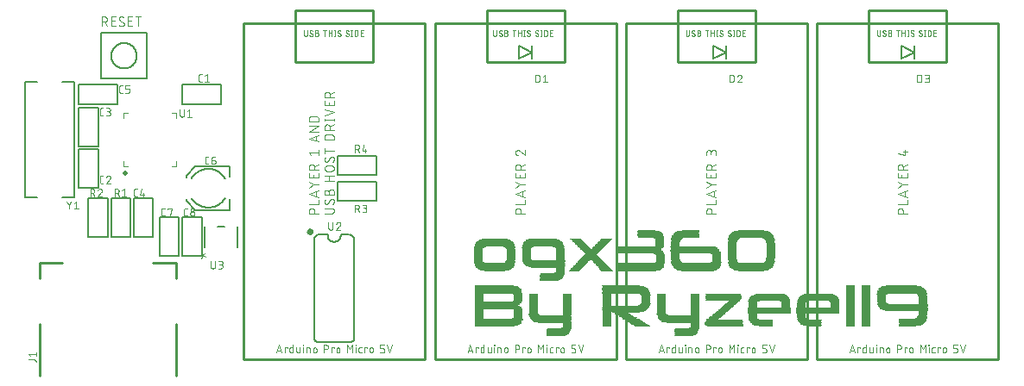
<source format=gbr>
G04 EAGLE Gerber RS-274X export*
G75*
%MOMM*%
%FSLAX34Y34*%
%LPD*%
%INSilkscreen Top*%
%IPPOS*%
%AMOC8*
5,1,8,0,0,1.08239X$1,22.5*%
G01*
%ADD10C,0.076200*%
%ADD11C,0.254000*%
%ADD12C,0.050800*%
%ADD13C,0.200000*%
%ADD14R,1.625600X0.050800*%
%ADD15R,1.828800X0.050800*%
%ADD16R,1.930400X0.050800*%
%ADD17R,2.032000X0.050800*%
%ADD18R,2.133600X0.050800*%
%ADD19R,2.184400X0.050800*%
%ADD20R,2.235200X0.050800*%
%ADD21R,2.286000X0.050800*%
%ADD22R,2.336800X0.050800*%
%ADD23R,2.387600X0.050800*%
%ADD24R,0.965200X0.050800*%
%ADD25R,0.914400X0.050800*%
%ADD26R,0.863600X0.050800*%
%ADD27R,3.860800X0.050800*%
%ADD28R,1.524000X0.050800*%
%ADD29R,3.505200X0.050800*%
%ADD30R,1.422400X0.050800*%
%ADD31R,1.676400X0.050800*%
%ADD32R,4.114800X0.050800*%
%ADD33R,3.606800X0.050800*%
%ADD34R,1.981200X0.050800*%
%ADD35R,4.267200X0.050800*%
%ADD36R,3.657600X0.050800*%
%ADD37R,4.368800X0.050800*%
%ADD38R,4.470400X0.050800*%
%ADD39R,3.708400X0.050800*%
%ADD40R,4.521200X0.050800*%
%ADD41R,1.473200X0.050800*%
%ADD42R,2.082800X0.050800*%
%ADD43R,2.489200X0.050800*%
%ADD44R,4.572000X0.050800*%
%ADD45R,3.251200X0.050800*%
%ADD46R,4.622800X0.050800*%
%ADD47R,2.540000X0.050800*%
%ADD48R,2.590800X0.050800*%
%ADD49R,3.759200X0.050800*%
%ADD50R,2.641600X0.050800*%
%ADD51R,4.673600X0.050800*%
%ADD52R,3.810000X0.050800*%
%ADD53R,3.556000X0.050800*%
%ADD54R,3.911600X0.050800*%
%ADD55R,1.117600X0.050800*%
%ADD56R,1.016000X0.050800*%
%ADD57R,2.692400X0.050800*%
%ADD58R,3.962400X0.050800*%
%ADD59R,1.066800X0.050800*%
%ADD60R,4.013200X0.050800*%
%ADD61R,4.064000X0.050800*%
%ADD62R,0.812800X0.050800*%
%ADD63R,1.371600X0.050800*%
%ADD64R,4.165600X0.050800*%
%ADD65R,3.048000X0.050800*%
%ADD66R,4.216400X0.050800*%
%ADD67R,4.318000X0.050800*%
%ADD68R,4.419600X0.050800*%
%ADD69R,4.724400X0.050800*%
%ADD70R,4.775200X0.050800*%
%ADD71R,4.826000X0.050800*%
%ADD72R,4.876800X0.050800*%
%ADD73R,1.168400X0.050800*%
%ADD74R,4.927600X0.050800*%
%ADD75R,3.352800X0.050800*%
%ADD76R,3.403600X0.050800*%
%ADD77R,3.454400X0.050800*%
%ADD78R,3.200400X0.050800*%
%ADD79R,2.895600X0.050800*%
%ADD80R,3.098800X0.050800*%
%ADD81R,3.149600X0.050800*%
%ADD82R,2.844800X0.050800*%
%ADD83R,3.302000X0.050800*%
%ADD84R,1.879600X0.050800*%
%ADD85R,1.778000X0.050800*%
%ADD86R,1.574800X0.050800*%
%ADD87R,1.270000X0.050800*%
%ADD88R,2.794000X0.050800*%
%ADD89R,2.438400X0.050800*%
%ADD90R,1.727200X0.050800*%
%ADD91C,0.127000*%
%ADD92C,0.500000*%
%ADD93C,0.120000*%
%ADD94C,0.203200*%
%ADD95C,0.152400*%

G36*
X284870Y141355D02*
X284870Y141355D01*
X284872Y141357D01*
X284873Y141356D01*
X285544Y141591D01*
X285545Y141592D01*
X285546Y141592D01*
X286148Y141970D01*
X286149Y141972D01*
X286151Y141972D01*
X286653Y142474D01*
X286653Y142476D01*
X286655Y142477D01*
X287033Y143079D01*
X287033Y143080D01*
X287034Y143081D01*
X287269Y143752D01*
X287269Y143754D01*
X287270Y143755D01*
X287349Y144461D01*
X287349Y144462D01*
X287348Y144463D01*
X287349Y144464D01*
X287270Y145170D01*
X287268Y145172D01*
X287269Y145173D01*
X287034Y145844D01*
X287033Y145845D01*
X287033Y145846D01*
X286655Y146448D01*
X286653Y146449D01*
X286653Y146451D01*
X286151Y146953D01*
X286149Y146953D01*
X286148Y146955D01*
X285546Y147333D01*
X285545Y147333D01*
X285544Y147334D01*
X284873Y147569D01*
X284871Y147569D01*
X284870Y147570D01*
X284164Y147649D01*
X284162Y147648D01*
X284161Y147649D01*
X283455Y147570D01*
X283453Y147568D01*
X283452Y147569D01*
X282781Y147334D01*
X282780Y147333D01*
X282779Y147333D01*
X282177Y146955D01*
X282176Y146953D01*
X282174Y146953D01*
X281672Y146451D01*
X281672Y146449D01*
X281670Y146448D01*
X281292Y145846D01*
X281292Y145845D01*
X281291Y145844D01*
X281056Y145173D01*
X281057Y145171D01*
X281055Y145170D01*
X280976Y144464D01*
X280977Y144462D01*
X280976Y144461D01*
X281055Y143755D01*
X281057Y143753D01*
X281056Y143752D01*
X281291Y143081D01*
X281292Y143080D01*
X281292Y143079D01*
X281670Y142477D01*
X281672Y142476D01*
X281672Y142474D01*
X282174Y141972D01*
X282176Y141972D01*
X282177Y141970D01*
X282779Y141592D01*
X282780Y141592D01*
X282781Y141591D01*
X283452Y141356D01*
X283454Y141357D01*
X283455Y141355D01*
X284161Y141276D01*
X284163Y141277D01*
X284164Y141276D01*
X284870Y141355D01*
G37*
D10*
X292354Y162306D02*
X282956Y162306D01*
X282956Y164917D01*
X282958Y165018D01*
X282964Y165119D01*
X282974Y165220D01*
X282987Y165320D01*
X283005Y165420D01*
X283026Y165519D01*
X283052Y165617D01*
X283081Y165714D01*
X283113Y165810D01*
X283150Y165904D01*
X283190Y165997D01*
X283234Y166089D01*
X283281Y166178D01*
X283332Y166266D01*
X283386Y166352D01*
X283443Y166435D01*
X283503Y166517D01*
X283567Y166595D01*
X283633Y166672D01*
X283703Y166745D01*
X283775Y166816D01*
X283850Y166884D01*
X283928Y166949D01*
X284008Y167011D01*
X284090Y167070D01*
X284175Y167126D01*
X284262Y167178D01*
X284350Y167227D01*
X284441Y167273D01*
X284533Y167314D01*
X284627Y167353D01*
X284722Y167387D01*
X284818Y167418D01*
X284916Y167445D01*
X285014Y167469D01*
X285114Y167488D01*
X285214Y167504D01*
X285314Y167516D01*
X285415Y167524D01*
X285516Y167528D01*
X285618Y167528D01*
X285719Y167524D01*
X285820Y167516D01*
X285920Y167504D01*
X286020Y167488D01*
X286120Y167469D01*
X286218Y167445D01*
X286316Y167418D01*
X286412Y167387D01*
X286507Y167353D01*
X286601Y167314D01*
X286693Y167273D01*
X286784Y167227D01*
X286873Y167178D01*
X286959Y167126D01*
X287044Y167070D01*
X287126Y167011D01*
X287206Y166949D01*
X287284Y166884D01*
X287359Y166816D01*
X287431Y166745D01*
X287501Y166672D01*
X287567Y166595D01*
X287631Y166517D01*
X287691Y166435D01*
X287748Y166352D01*
X287802Y166266D01*
X287853Y166178D01*
X287900Y166089D01*
X287944Y165997D01*
X287984Y165904D01*
X288021Y165810D01*
X288053Y165714D01*
X288082Y165617D01*
X288108Y165519D01*
X288129Y165420D01*
X288147Y165320D01*
X288160Y165220D01*
X288170Y165119D01*
X288176Y165018D01*
X288178Y164917D01*
X288177Y164917D02*
X288177Y162306D01*
X292354Y171336D02*
X282956Y171336D01*
X292354Y171336D02*
X292354Y175513D01*
X292354Y178417D02*
X282956Y181549D01*
X292354Y184682D01*
X290005Y183899D02*
X290005Y179200D01*
X282956Y187561D02*
X287394Y190693D01*
X282956Y193826D01*
X287394Y190693D02*
X292354Y190693D01*
X292354Y197549D02*
X292354Y201726D01*
X292354Y197549D02*
X282956Y197549D01*
X282956Y201726D01*
X287133Y200682D02*
X287133Y197549D01*
X282956Y205513D02*
X292354Y205513D01*
X282956Y205513D02*
X282956Y208124D01*
X282958Y208225D01*
X282964Y208326D01*
X282974Y208427D01*
X282987Y208527D01*
X283005Y208627D01*
X283026Y208726D01*
X283052Y208824D01*
X283081Y208921D01*
X283113Y209017D01*
X283150Y209111D01*
X283190Y209204D01*
X283234Y209296D01*
X283281Y209385D01*
X283332Y209473D01*
X283386Y209559D01*
X283443Y209642D01*
X283503Y209724D01*
X283567Y209802D01*
X283633Y209879D01*
X283703Y209952D01*
X283775Y210023D01*
X283850Y210091D01*
X283928Y210156D01*
X284008Y210218D01*
X284090Y210277D01*
X284175Y210333D01*
X284262Y210385D01*
X284350Y210434D01*
X284441Y210480D01*
X284533Y210521D01*
X284627Y210560D01*
X284722Y210594D01*
X284818Y210625D01*
X284916Y210652D01*
X285014Y210676D01*
X285114Y210695D01*
X285214Y210711D01*
X285314Y210723D01*
X285415Y210731D01*
X285516Y210735D01*
X285618Y210735D01*
X285719Y210731D01*
X285820Y210723D01*
X285920Y210711D01*
X286020Y210695D01*
X286120Y210676D01*
X286218Y210652D01*
X286316Y210625D01*
X286412Y210594D01*
X286507Y210560D01*
X286601Y210521D01*
X286693Y210480D01*
X286784Y210434D01*
X286873Y210385D01*
X286959Y210333D01*
X287044Y210277D01*
X287126Y210218D01*
X287206Y210156D01*
X287284Y210091D01*
X287359Y210023D01*
X287431Y209952D01*
X287501Y209879D01*
X287567Y209802D01*
X287631Y209724D01*
X287691Y209642D01*
X287748Y209559D01*
X287802Y209473D01*
X287853Y209385D01*
X287900Y209296D01*
X287944Y209204D01*
X287984Y209111D01*
X288021Y209017D01*
X288053Y208921D01*
X288082Y208824D01*
X288108Y208726D01*
X288129Y208627D01*
X288147Y208527D01*
X288160Y208427D01*
X288170Y208326D01*
X288176Y208225D01*
X288178Y208124D01*
X288177Y208124D02*
X288177Y205513D01*
X288177Y208646D02*
X292354Y210734D01*
X285044Y219477D02*
X282956Y222087D01*
X292354Y222087D01*
X292354Y219477D02*
X292354Y224698D01*
X292354Y232975D02*
X282956Y236108D01*
X292354Y239241D01*
X290005Y238458D02*
X290005Y233759D01*
X292354Y242946D02*
X282956Y242946D01*
X292354Y248167D01*
X282956Y248167D01*
X282956Y252700D02*
X292354Y252700D01*
X282956Y252700D02*
X282956Y255310D01*
X282958Y255410D01*
X282964Y255510D01*
X282973Y255609D01*
X282987Y255709D01*
X283004Y255807D01*
X283025Y255905D01*
X283049Y256002D01*
X283078Y256098D01*
X283110Y256193D01*
X283145Y256286D01*
X283184Y256378D01*
X283227Y256469D01*
X283273Y256557D01*
X283323Y256644D01*
X283375Y256729D01*
X283431Y256812D01*
X283490Y256893D01*
X283553Y256971D01*
X283618Y257047D01*
X283686Y257121D01*
X283756Y257191D01*
X283830Y257259D01*
X283906Y257324D01*
X283984Y257387D01*
X284065Y257446D01*
X284148Y257502D01*
X284233Y257554D01*
X284320Y257604D01*
X284408Y257650D01*
X284499Y257693D01*
X284591Y257732D01*
X284684Y257767D01*
X284779Y257799D01*
X284875Y257828D01*
X284972Y257852D01*
X285070Y257873D01*
X285168Y257890D01*
X285268Y257904D01*
X285367Y257913D01*
X285467Y257919D01*
X285567Y257921D01*
X289743Y257921D01*
X289843Y257919D01*
X289943Y257913D01*
X290042Y257904D01*
X290142Y257890D01*
X290240Y257873D01*
X290338Y257852D01*
X290435Y257828D01*
X290531Y257799D01*
X290626Y257767D01*
X290719Y257732D01*
X290811Y257693D01*
X290902Y257650D01*
X290990Y257604D01*
X291077Y257554D01*
X291162Y257502D01*
X291245Y257446D01*
X291326Y257387D01*
X291404Y257324D01*
X291480Y257259D01*
X291554Y257191D01*
X291624Y257121D01*
X291692Y257047D01*
X291757Y256971D01*
X291820Y256893D01*
X291879Y256812D01*
X291935Y256729D01*
X291987Y256644D01*
X292037Y256557D01*
X292083Y256469D01*
X292126Y256378D01*
X292165Y256286D01*
X292200Y256193D01*
X292232Y256098D01*
X292261Y256002D01*
X292285Y255905D01*
X292306Y255807D01*
X292323Y255709D01*
X292337Y255609D01*
X292346Y255510D01*
X292352Y255410D01*
X292354Y255310D01*
X292354Y252700D01*
X298196Y162306D02*
X304983Y162306D01*
X305084Y162308D01*
X305185Y162314D01*
X305286Y162324D01*
X305386Y162337D01*
X305486Y162355D01*
X305585Y162376D01*
X305683Y162402D01*
X305780Y162431D01*
X305876Y162463D01*
X305970Y162500D01*
X306063Y162540D01*
X306155Y162584D01*
X306244Y162631D01*
X306332Y162682D01*
X306418Y162736D01*
X306501Y162793D01*
X306583Y162853D01*
X306661Y162917D01*
X306738Y162983D01*
X306811Y163053D01*
X306882Y163125D01*
X306950Y163200D01*
X307015Y163278D01*
X307077Y163358D01*
X307136Y163440D01*
X307192Y163525D01*
X307244Y163611D01*
X307293Y163700D01*
X307339Y163791D01*
X307380Y163883D01*
X307419Y163977D01*
X307453Y164072D01*
X307484Y164168D01*
X307511Y164266D01*
X307535Y164364D01*
X307554Y164464D01*
X307570Y164564D01*
X307582Y164664D01*
X307590Y164765D01*
X307594Y164866D01*
X307594Y164968D01*
X307590Y165069D01*
X307582Y165170D01*
X307570Y165270D01*
X307554Y165370D01*
X307535Y165470D01*
X307511Y165568D01*
X307484Y165666D01*
X307453Y165762D01*
X307419Y165857D01*
X307380Y165951D01*
X307339Y166043D01*
X307293Y166134D01*
X307244Y166222D01*
X307192Y166309D01*
X307136Y166394D01*
X307077Y166476D01*
X307015Y166556D01*
X306950Y166634D01*
X306882Y166709D01*
X306811Y166781D01*
X306738Y166851D01*
X306661Y166917D01*
X306583Y166981D01*
X306501Y167041D01*
X306418Y167098D01*
X306332Y167152D01*
X306244Y167203D01*
X306155Y167250D01*
X306063Y167294D01*
X305970Y167334D01*
X305876Y167371D01*
X305780Y167403D01*
X305683Y167432D01*
X305585Y167458D01*
X305486Y167479D01*
X305386Y167497D01*
X305286Y167510D01*
X305185Y167520D01*
X305084Y167526D01*
X304983Y167528D01*
X304983Y167527D02*
X298196Y167527D01*
X305506Y176671D02*
X305595Y176669D01*
X305683Y176663D01*
X305771Y176654D01*
X305859Y176641D01*
X305946Y176624D01*
X306032Y176604D01*
X306117Y176579D01*
X306202Y176552D01*
X306285Y176520D01*
X306366Y176486D01*
X306446Y176447D01*
X306524Y176406D01*
X306601Y176361D01*
X306675Y176313D01*
X306748Y176262D01*
X306818Y176208D01*
X306885Y176150D01*
X306951Y176090D01*
X307013Y176028D01*
X307073Y175962D01*
X307131Y175895D01*
X307185Y175825D01*
X307236Y175752D01*
X307284Y175678D01*
X307329Y175601D01*
X307370Y175523D01*
X307409Y175443D01*
X307443Y175362D01*
X307475Y175279D01*
X307502Y175194D01*
X307527Y175109D01*
X307547Y175023D01*
X307564Y174936D01*
X307577Y174848D01*
X307586Y174760D01*
X307592Y174672D01*
X307594Y174583D01*
X307592Y174454D01*
X307586Y174325D01*
X307577Y174196D01*
X307564Y174068D01*
X307547Y173940D01*
X307526Y173813D01*
X307502Y173686D01*
X307474Y173560D01*
X307442Y173435D01*
X307407Y173311D01*
X307368Y173188D01*
X307325Y173066D01*
X307279Y172946D01*
X307229Y172827D01*
X307176Y172709D01*
X307120Y172593D01*
X307060Y172479D01*
X306997Y172366D01*
X306930Y172256D01*
X306861Y172147D01*
X306788Y172041D01*
X306712Y171936D01*
X306633Y171834D01*
X306551Y171735D01*
X306467Y171637D01*
X306379Y171542D01*
X306289Y171450D01*
X300284Y171711D02*
X300195Y171713D01*
X300107Y171719D01*
X300019Y171728D01*
X299931Y171741D01*
X299844Y171758D01*
X299758Y171778D01*
X299673Y171803D01*
X299588Y171830D01*
X299505Y171862D01*
X299424Y171896D01*
X299344Y171935D01*
X299266Y171976D01*
X299189Y172021D01*
X299115Y172069D01*
X299042Y172120D01*
X298972Y172174D01*
X298905Y172232D01*
X298839Y172292D01*
X298777Y172354D01*
X298717Y172420D01*
X298659Y172487D01*
X298605Y172557D01*
X298554Y172630D01*
X298506Y172704D01*
X298461Y172781D01*
X298420Y172859D01*
X298381Y172939D01*
X298347Y173020D01*
X298315Y173103D01*
X298288Y173188D01*
X298263Y173273D01*
X298243Y173359D01*
X298226Y173446D01*
X298213Y173534D01*
X298204Y173622D01*
X298198Y173710D01*
X298196Y173799D01*
X298198Y173919D01*
X298203Y174039D01*
X298213Y174158D01*
X298225Y174278D01*
X298242Y174397D01*
X298262Y174515D01*
X298286Y174633D01*
X298313Y174749D01*
X298344Y174865D01*
X298378Y174980D01*
X298416Y175094D01*
X298458Y175207D01*
X298503Y175318D01*
X298551Y175428D01*
X298602Y175536D01*
X298657Y175643D01*
X298715Y175748D01*
X298777Y175851D01*
X298841Y175952D01*
X298909Y176052D01*
X298979Y176149D01*
X302111Y172755D02*
X302063Y172677D01*
X302011Y172601D01*
X301957Y172528D01*
X301899Y172457D01*
X301838Y172388D01*
X301774Y172322D01*
X301707Y172259D01*
X301638Y172199D01*
X301566Y172142D01*
X301492Y172088D01*
X301415Y172038D01*
X301336Y171990D01*
X301256Y171947D01*
X301173Y171906D01*
X301089Y171870D01*
X301004Y171837D01*
X300917Y171808D01*
X300828Y171782D01*
X300739Y171760D01*
X300649Y171743D01*
X300559Y171729D01*
X300467Y171719D01*
X300376Y171713D01*
X300284Y171711D01*
X303679Y175627D02*
X303727Y175705D01*
X303779Y175781D01*
X303833Y175854D01*
X303891Y175925D01*
X303952Y175994D01*
X304016Y176060D01*
X304083Y176123D01*
X304152Y176183D01*
X304224Y176240D01*
X304298Y176294D01*
X304375Y176344D01*
X304454Y176392D01*
X304534Y176435D01*
X304617Y176476D01*
X304701Y176512D01*
X304786Y176545D01*
X304873Y176574D01*
X304962Y176600D01*
X305051Y176622D01*
X305141Y176639D01*
X305231Y176653D01*
X305323Y176663D01*
X305414Y176669D01*
X305506Y176671D01*
X303678Y175627D02*
X302112Y172755D01*
X302373Y180725D02*
X302373Y183336D01*
X302372Y183336D02*
X302374Y183437D01*
X302380Y183538D01*
X302390Y183639D01*
X302403Y183739D01*
X302421Y183839D01*
X302442Y183938D01*
X302468Y184036D01*
X302497Y184133D01*
X302529Y184229D01*
X302566Y184323D01*
X302606Y184416D01*
X302650Y184508D01*
X302697Y184597D01*
X302748Y184685D01*
X302802Y184771D01*
X302859Y184854D01*
X302919Y184936D01*
X302983Y185014D01*
X303049Y185091D01*
X303119Y185164D01*
X303191Y185235D01*
X303266Y185303D01*
X303344Y185368D01*
X303424Y185430D01*
X303506Y185489D01*
X303591Y185545D01*
X303678Y185597D01*
X303766Y185646D01*
X303857Y185692D01*
X303949Y185733D01*
X304043Y185772D01*
X304138Y185806D01*
X304234Y185837D01*
X304332Y185864D01*
X304430Y185888D01*
X304530Y185907D01*
X304630Y185923D01*
X304730Y185935D01*
X304831Y185943D01*
X304932Y185947D01*
X305034Y185947D01*
X305135Y185943D01*
X305236Y185935D01*
X305336Y185923D01*
X305436Y185907D01*
X305536Y185888D01*
X305634Y185864D01*
X305732Y185837D01*
X305828Y185806D01*
X305923Y185772D01*
X306017Y185733D01*
X306109Y185692D01*
X306200Y185646D01*
X306289Y185597D01*
X306375Y185545D01*
X306460Y185489D01*
X306542Y185430D01*
X306622Y185368D01*
X306700Y185303D01*
X306775Y185235D01*
X306847Y185164D01*
X306917Y185091D01*
X306983Y185014D01*
X307047Y184936D01*
X307107Y184854D01*
X307164Y184771D01*
X307218Y184685D01*
X307269Y184597D01*
X307316Y184508D01*
X307360Y184416D01*
X307400Y184323D01*
X307437Y184229D01*
X307469Y184133D01*
X307498Y184036D01*
X307524Y183938D01*
X307545Y183839D01*
X307563Y183739D01*
X307576Y183639D01*
X307586Y183538D01*
X307592Y183437D01*
X307594Y183336D01*
X307594Y180725D01*
X298196Y180725D01*
X298196Y183336D01*
X298198Y183426D01*
X298204Y183515D01*
X298213Y183605D01*
X298227Y183694D01*
X298244Y183782D01*
X298265Y183869D01*
X298290Y183956D01*
X298319Y184041D01*
X298351Y184125D01*
X298386Y184207D01*
X298426Y184288D01*
X298468Y184367D01*
X298514Y184444D01*
X298564Y184519D01*
X298616Y184592D01*
X298672Y184663D01*
X298730Y184731D01*
X298792Y184796D01*
X298856Y184859D01*
X298923Y184919D01*
X298992Y184976D01*
X299064Y185030D01*
X299138Y185081D01*
X299214Y185129D01*
X299292Y185173D01*
X299372Y185214D01*
X299454Y185252D01*
X299537Y185286D01*
X299622Y185316D01*
X299708Y185343D01*
X299794Y185366D01*
X299882Y185385D01*
X299971Y185400D01*
X300060Y185412D01*
X300149Y185420D01*
X300239Y185424D01*
X300329Y185424D01*
X300419Y185420D01*
X300508Y185412D01*
X300597Y185400D01*
X300686Y185385D01*
X300774Y185366D01*
X300860Y185343D01*
X300946Y185316D01*
X301031Y185286D01*
X301114Y185252D01*
X301196Y185214D01*
X301276Y185173D01*
X301354Y185129D01*
X301430Y185081D01*
X301504Y185030D01*
X301576Y184976D01*
X301645Y184919D01*
X301712Y184859D01*
X301776Y184796D01*
X301838Y184731D01*
X301896Y184663D01*
X301952Y184592D01*
X302004Y184519D01*
X302054Y184444D01*
X302100Y184367D01*
X302142Y184288D01*
X302182Y184207D01*
X302217Y184125D01*
X302249Y184041D01*
X302278Y183956D01*
X302303Y183869D01*
X302324Y183782D01*
X302341Y183694D01*
X302355Y183605D01*
X302364Y183515D01*
X302370Y183426D01*
X302372Y183336D01*
X298196Y194615D02*
X307594Y194615D01*
X302373Y194615D02*
X302373Y199836D01*
X298196Y199836D02*
X307594Y199836D01*
X304983Y204063D02*
X300807Y204063D01*
X300706Y204065D01*
X300605Y204071D01*
X300504Y204081D01*
X300404Y204094D01*
X300304Y204112D01*
X300205Y204133D01*
X300107Y204159D01*
X300010Y204188D01*
X299914Y204220D01*
X299820Y204257D01*
X299727Y204297D01*
X299635Y204341D01*
X299546Y204388D01*
X299458Y204439D01*
X299372Y204493D01*
X299289Y204550D01*
X299207Y204610D01*
X299129Y204674D01*
X299052Y204740D01*
X298979Y204810D01*
X298908Y204882D01*
X298840Y204957D01*
X298775Y205035D01*
X298713Y205115D01*
X298654Y205197D01*
X298598Y205282D01*
X298546Y205369D01*
X298497Y205457D01*
X298451Y205548D01*
X298410Y205640D01*
X298371Y205734D01*
X298337Y205829D01*
X298306Y205925D01*
X298279Y206023D01*
X298255Y206121D01*
X298236Y206221D01*
X298220Y206321D01*
X298208Y206421D01*
X298200Y206522D01*
X298196Y206623D01*
X298196Y206725D01*
X298200Y206826D01*
X298208Y206927D01*
X298220Y207027D01*
X298236Y207127D01*
X298255Y207227D01*
X298279Y207325D01*
X298306Y207423D01*
X298337Y207519D01*
X298371Y207614D01*
X298410Y207708D01*
X298451Y207800D01*
X298497Y207891D01*
X298546Y207980D01*
X298598Y208066D01*
X298654Y208151D01*
X298713Y208233D01*
X298775Y208313D01*
X298840Y208391D01*
X298908Y208466D01*
X298979Y208538D01*
X299052Y208608D01*
X299129Y208674D01*
X299207Y208738D01*
X299289Y208798D01*
X299372Y208855D01*
X299458Y208909D01*
X299546Y208960D01*
X299635Y209007D01*
X299727Y209051D01*
X299820Y209091D01*
X299914Y209128D01*
X300010Y209160D01*
X300107Y209189D01*
X300205Y209215D01*
X300304Y209236D01*
X300404Y209254D01*
X300504Y209267D01*
X300605Y209277D01*
X300706Y209283D01*
X300807Y209285D01*
X304983Y209285D01*
X305084Y209283D01*
X305185Y209277D01*
X305286Y209267D01*
X305386Y209254D01*
X305486Y209236D01*
X305585Y209215D01*
X305683Y209189D01*
X305780Y209160D01*
X305876Y209128D01*
X305970Y209091D01*
X306063Y209051D01*
X306155Y209007D01*
X306244Y208960D01*
X306332Y208909D01*
X306418Y208855D01*
X306501Y208798D01*
X306583Y208738D01*
X306661Y208674D01*
X306738Y208608D01*
X306811Y208538D01*
X306882Y208466D01*
X306950Y208391D01*
X307015Y208313D01*
X307077Y208233D01*
X307136Y208151D01*
X307192Y208066D01*
X307244Y207979D01*
X307293Y207891D01*
X307339Y207800D01*
X307380Y207708D01*
X307419Y207614D01*
X307453Y207519D01*
X307484Y207423D01*
X307511Y207325D01*
X307535Y207227D01*
X307554Y207127D01*
X307570Y207027D01*
X307582Y206927D01*
X307590Y206826D01*
X307594Y206725D01*
X307594Y206623D01*
X307590Y206522D01*
X307582Y206421D01*
X307570Y206321D01*
X307554Y206221D01*
X307535Y206121D01*
X307511Y206023D01*
X307484Y205925D01*
X307453Y205829D01*
X307419Y205734D01*
X307380Y205640D01*
X307339Y205548D01*
X307293Y205457D01*
X307244Y205368D01*
X307192Y205282D01*
X307136Y205197D01*
X307077Y205115D01*
X307015Y205035D01*
X306950Y204957D01*
X306882Y204882D01*
X306811Y204810D01*
X306738Y204740D01*
X306661Y204674D01*
X306583Y204610D01*
X306501Y204550D01*
X306418Y204493D01*
X306332Y204439D01*
X306244Y204388D01*
X306155Y204341D01*
X306063Y204297D01*
X305970Y204257D01*
X305876Y204220D01*
X305780Y204188D01*
X305683Y204159D01*
X305585Y204133D01*
X305486Y204112D01*
X305386Y204094D01*
X305286Y204081D01*
X305185Y204071D01*
X305084Y204065D01*
X304983Y204063D01*
X307594Y216035D02*
X307592Y216124D01*
X307586Y216212D01*
X307577Y216300D01*
X307564Y216388D01*
X307547Y216475D01*
X307527Y216561D01*
X307502Y216646D01*
X307475Y216731D01*
X307443Y216814D01*
X307409Y216895D01*
X307370Y216975D01*
X307329Y217053D01*
X307284Y217130D01*
X307236Y217204D01*
X307185Y217277D01*
X307131Y217347D01*
X307073Y217414D01*
X307013Y217480D01*
X306951Y217542D01*
X306885Y217602D01*
X306818Y217660D01*
X306748Y217714D01*
X306675Y217765D01*
X306601Y217813D01*
X306524Y217858D01*
X306446Y217899D01*
X306366Y217938D01*
X306285Y217972D01*
X306202Y218004D01*
X306117Y218031D01*
X306032Y218056D01*
X305946Y218076D01*
X305859Y218093D01*
X305771Y218106D01*
X305683Y218115D01*
X305595Y218121D01*
X305506Y218123D01*
X307594Y216035D02*
X307592Y215906D01*
X307586Y215777D01*
X307577Y215648D01*
X307564Y215520D01*
X307547Y215392D01*
X307526Y215265D01*
X307502Y215138D01*
X307474Y215012D01*
X307442Y214887D01*
X307407Y214763D01*
X307368Y214640D01*
X307325Y214518D01*
X307279Y214398D01*
X307229Y214279D01*
X307176Y214161D01*
X307120Y214045D01*
X307060Y213931D01*
X306997Y213818D01*
X306930Y213708D01*
X306861Y213599D01*
X306788Y213493D01*
X306712Y213388D01*
X306633Y213286D01*
X306551Y213187D01*
X306467Y213089D01*
X306379Y212994D01*
X306289Y212902D01*
X300284Y213164D02*
X300195Y213166D01*
X300107Y213172D01*
X300019Y213181D01*
X299931Y213194D01*
X299844Y213211D01*
X299758Y213231D01*
X299673Y213256D01*
X299588Y213283D01*
X299505Y213315D01*
X299424Y213349D01*
X299344Y213388D01*
X299266Y213429D01*
X299189Y213474D01*
X299115Y213522D01*
X299042Y213573D01*
X298972Y213627D01*
X298905Y213685D01*
X298839Y213745D01*
X298777Y213807D01*
X298717Y213873D01*
X298659Y213940D01*
X298605Y214010D01*
X298554Y214083D01*
X298506Y214157D01*
X298461Y214234D01*
X298420Y214312D01*
X298381Y214392D01*
X298347Y214473D01*
X298315Y214556D01*
X298288Y214641D01*
X298263Y214726D01*
X298243Y214812D01*
X298226Y214899D01*
X298213Y214987D01*
X298204Y215075D01*
X298198Y215163D01*
X298196Y215252D01*
X298198Y215372D01*
X298203Y215492D01*
X298213Y215611D01*
X298225Y215731D01*
X298242Y215850D01*
X298262Y215968D01*
X298286Y216086D01*
X298313Y216202D01*
X298344Y216318D01*
X298378Y216433D01*
X298416Y216547D01*
X298458Y216660D01*
X298503Y216771D01*
X298551Y216881D01*
X298602Y216989D01*
X298657Y217096D01*
X298715Y217201D01*
X298777Y217304D01*
X298841Y217405D01*
X298909Y217505D01*
X298979Y217602D01*
X302111Y214208D02*
X302063Y214130D01*
X302011Y214054D01*
X301957Y213981D01*
X301899Y213910D01*
X301838Y213841D01*
X301774Y213775D01*
X301707Y213712D01*
X301638Y213652D01*
X301566Y213595D01*
X301492Y213541D01*
X301415Y213491D01*
X301336Y213443D01*
X301256Y213400D01*
X301173Y213359D01*
X301089Y213323D01*
X301004Y213290D01*
X300917Y213261D01*
X300828Y213235D01*
X300739Y213213D01*
X300649Y213196D01*
X300559Y213182D01*
X300467Y213172D01*
X300376Y213166D01*
X300284Y213164D01*
X303679Y217080D02*
X303727Y217158D01*
X303779Y217234D01*
X303833Y217307D01*
X303891Y217378D01*
X303952Y217447D01*
X304016Y217513D01*
X304083Y217576D01*
X304152Y217636D01*
X304224Y217693D01*
X304298Y217747D01*
X304375Y217797D01*
X304454Y217845D01*
X304534Y217888D01*
X304617Y217929D01*
X304701Y217965D01*
X304786Y217998D01*
X304873Y218027D01*
X304962Y218053D01*
X305051Y218075D01*
X305141Y218092D01*
X305231Y218106D01*
X305323Y218116D01*
X305414Y218122D01*
X305506Y218124D01*
X303678Y217079D02*
X302112Y214208D01*
X298196Y223743D02*
X307594Y223743D01*
X298196Y221132D02*
X298196Y226353D01*
X298196Y234848D02*
X307594Y234848D01*
X298196Y234848D02*
X298196Y237459D01*
X298198Y237559D01*
X298204Y237659D01*
X298213Y237758D01*
X298227Y237858D01*
X298244Y237956D01*
X298265Y238054D01*
X298289Y238151D01*
X298318Y238247D01*
X298350Y238342D01*
X298385Y238435D01*
X298424Y238527D01*
X298467Y238618D01*
X298513Y238706D01*
X298563Y238793D01*
X298615Y238878D01*
X298671Y238961D01*
X298730Y239042D01*
X298793Y239120D01*
X298858Y239196D01*
X298926Y239270D01*
X298996Y239340D01*
X299070Y239408D01*
X299146Y239473D01*
X299224Y239536D01*
X299305Y239595D01*
X299388Y239651D01*
X299473Y239703D01*
X299560Y239753D01*
X299648Y239799D01*
X299739Y239842D01*
X299831Y239881D01*
X299924Y239916D01*
X300019Y239948D01*
X300115Y239977D01*
X300212Y240001D01*
X300310Y240022D01*
X300408Y240039D01*
X300508Y240053D01*
X300607Y240062D01*
X300707Y240068D01*
X300807Y240070D01*
X300807Y240069D02*
X304983Y240069D01*
X304983Y240070D02*
X305083Y240068D01*
X305183Y240062D01*
X305282Y240053D01*
X305382Y240039D01*
X305480Y240022D01*
X305578Y240001D01*
X305675Y239977D01*
X305771Y239948D01*
X305866Y239916D01*
X305959Y239881D01*
X306051Y239842D01*
X306142Y239799D01*
X306230Y239753D01*
X306317Y239703D01*
X306402Y239651D01*
X306485Y239595D01*
X306566Y239536D01*
X306644Y239473D01*
X306720Y239408D01*
X306794Y239340D01*
X306864Y239270D01*
X306932Y239196D01*
X306997Y239120D01*
X307060Y239042D01*
X307119Y238961D01*
X307175Y238878D01*
X307227Y238793D01*
X307277Y238706D01*
X307323Y238618D01*
X307366Y238527D01*
X307405Y238435D01*
X307440Y238342D01*
X307472Y238247D01*
X307501Y238151D01*
X307525Y238054D01*
X307546Y237956D01*
X307563Y237858D01*
X307577Y237758D01*
X307586Y237659D01*
X307592Y237559D01*
X307594Y237459D01*
X307594Y234848D01*
X307594Y244659D02*
X298196Y244659D01*
X298196Y247269D01*
X298198Y247370D01*
X298204Y247471D01*
X298214Y247572D01*
X298227Y247672D01*
X298245Y247772D01*
X298266Y247871D01*
X298292Y247969D01*
X298321Y248066D01*
X298353Y248162D01*
X298390Y248256D01*
X298430Y248349D01*
X298474Y248441D01*
X298521Y248530D01*
X298572Y248618D01*
X298626Y248704D01*
X298683Y248787D01*
X298743Y248869D01*
X298807Y248947D01*
X298873Y249024D01*
X298943Y249097D01*
X299015Y249168D01*
X299090Y249236D01*
X299168Y249301D01*
X299248Y249363D01*
X299330Y249422D01*
X299415Y249478D01*
X299502Y249530D01*
X299590Y249579D01*
X299681Y249625D01*
X299773Y249666D01*
X299867Y249705D01*
X299962Y249739D01*
X300058Y249770D01*
X300156Y249797D01*
X300254Y249821D01*
X300354Y249840D01*
X300454Y249856D01*
X300554Y249868D01*
X300655Y249876D01*
X300756Y249880D01*
X300858Y249880D01*
X300959Y249876D01*
X301060Y249868D01*
X301160Y249856D01*
X301260Y249840D01*
X301360Y249821D01*
X301458Y249797D01*
X301556Y249770D01*
X301652Y249739D01*
X301747Y249705D01*
X301841Y249666D01*
X301933Y249625D01*
X302024Y249579D01*
X302113Y249530D01*
X302199Y249478D01*
X302284Y249422D01*
X302366Y249363D01*
X302446Y249301D01*
X302524Y249236D01*
X302599Y249168D01*
X302671Y249097D01*
X302741Y249024D01*
X302807Y248947D01*
X302871Y248869D01*
X302931Y248787D01*
X302988Y248704D01*
X303042Y248618D01*
X303093Y248530D01*
X303140Y248441D01*
X303184Y248349D01*
X303224Y248256D01*
X303261Y248162D01*
X303293Y248066D01*
X303322Y247969D01*
X303348Y247871D01*
X303369Y247772D01*
X303387Y247672D01*
X303400Y247572D01*
X303410Y247471D01*
X303416Y247370D01*
X303418Y247269D01*
X303417Y247269D02*
X303417Y244659D01*
X303417Y247791D02*
X307594Y249880D01*
X307594Y254527D02*
X298196Y254527D01*
X307594Y253483D02*
X307594Y255572D01*
X298196Y255572D02*
X298196Y253483D01*
X298196Y258710D02*
X307594Y261843D01*
X298196Y264975D01*
X307594Y268698D02*
X307594Y272875D01*
X307594Y268698D02*
X298196Y268698D01*
X298196Y272875D01*
X302373Y271831D02*
X302373Y268698D01*
X298196Y276663D02*
X307594Y276663D01*
X298196Y276663D02*
X298196Y279273D01*
X298198Y279374D01*
X298204Y279475D01*
X298214Y279576D01*
X298227Y279676D01*
X298245Y279776D01*
X298266Y279875D01*
X298292Y279973D01*
X298321Y280070D01*
X298353Y280166D01*
X298390Y280260D01*
X298430Y280353D01*
X298474Y280445D01*
X298521Y280534D01*
X298572Y280622D01*
X298626Y280708D01*
X298683Y280791D01*
X298743Y280873D01*
X298807Y280951D01*
X298873Y281028D01*
X298943Y281101D01*
X299015Y281172D01*
X299090Y281240D01*
X299168Y281305D01*
X299248Y281367D01*
X299330Y281426D01*
X299415Y281482D01*
X299502Y281534D01*
X299590Y281583D01*
X299681Y281629D01*
X299773Y281670D01*
X299867Y281709D01*
X299962Y281743D01*
X300058Y281774D01*
X300156Y281801D01*
X300254Y281825D01*
X300354Y281844D01*
X300454Y281860D01*
X300554Y281872D01*
X300655Y281880D01*
X300756Y281884D01*
X300858Y281884D01*
X300959Y281880D01*
X301060Y281872D01*
X301160Y281860D01*
X301260Y281844D01*
X301360Y281825D01*
X301458Y281801D01*
X301556Y281774D01*
X301652Y281743D01*
X301747Y281709D01*
X301841Y281670D01*
X301933Y281629D01*
X302024Y281583D01*
X302113Y281534D01*
X302199Y281482D01*
X302284Y281426D01*
X302366Y281367D01*
X302446Y281305D01*
X302524Y281240D01*
X302599Y281172D01*
X302671Y281101D01*
X302741Y281028D01*
X302807Y280951D01*
X302871Y280873D01*
X302931Y280791D01*
X302988Y280708D01*
X303042Y280622D01*
X303093Y280534D01*
X303140Y280445D01*
X303184Y280353D01*
X303224Y280260D01*
X303261Y280166D01*
X303293Y280070D01*
X303322Y279973D01*
X303348Y279875D01*
X303369Y279776D01*
X303387Y279676D01*
X303400Y279576D01*
X303410Y279475D01*
X303416Y279374D01*
X303418Y279273D01*
X303417Y279273D02*
X303417Y276663D01*
X303417Y279795D02*
X307594Y281884D01*
X485521Y162306D02*
X494919Y162306D01*
X485521Y162306D02*
X485521Y164917D01*
X485523Y165018D01*
X485529Y165119D01*
X485539Y165220D01*
X485552Y165320D01*
X485570Y165420D01*
X485591Y165519D01*
X485617Y165617D01*
X485646Y165714D01*
X485678Y165810D01*
X485715Y165904D01*
X485755Y165997D01*
X485799Y166089D01*
X485846Y166178D01*
X485897Y166266D01*
X485951Y166352D01*
X486008Y166435D01*
X486068Y166517D01*
X486132Y166595D01*
X486198Y166672D01*
X486268Y166745D01*
X486340Y166816D01*
X486415Y166884D01*
X486493Y166949D01*
X486573Y167011D01*
X486655Y167070D01*
X486740Y167126D01*
X486827Y167178D01*
X486915Y167227D01*
X487006Y167273D01*
X487098Y167314D01*
X487192Y167353D01*
X487287Y167387D01*
X487383Y167418D01*
X487481Y167445D01*
X487579Y167469D01*
X487679Y167488D01*
X487779Y167504D01*
X487879Y167516D01*
X487980Y167524D01*
X488081Y167528D01*
X488183Y167528D01*
X488284Y167524D01*
X488385Y167516D01*
X488485Y167504D01*
X488585Y167488D01*
X488685Y167469D01*
X488783Y167445D01*
X488881Y167418D01*
X488977Y167387D01*
X489072Y167353D01*
X489166Y167314D01*
X489258Y167273D01*
X489349Y167227D01*
X489438Y167178D01*
X489524Y167126D01*
X489609Y167070D01*
X489691Y167011D01*
X489771Y166949D01*
X489849Y166884D01*
X489924Y166816D01*
X489996Y166745D01*
X490066Y166672D01*
X490132Y166595D01*
X490196Y166517D01*
X490256Y166435D01*
X490313Y166352D01*
X490367Y166266D01*
X490418Y166178D01*
X490465Y166089D01*
X490509Y165997D01*
X490549Y165904D01*
X490586Y165810D01*
X490618Y165714D01*
X490647Y165617D01*
X490673Y165519D01*
X490694Y165420D01*
X490712Y165320D01*
X490725Y165220D01*
X490735Y165119D01*
X490741Y165018D01*
X490743Y164917D01*
X490742Y164917D02*
X490742Y162306D01*
X494919Y171336D02*
X485521Y171336D01*
X494919Y171336D02*
X494919Y175513D01*
X494919Y178417D02*
X485521Y181549D01*
X494919Y184682D01*
X492570Y183899D02*
X492570Y179200D01*
X485521Y187561D02*
X489959Y190693D01*
X485521Y193826D01*
X489959Y190693D02*
X494919Y190693D01*
X494919Y197549D02*
X494919Y201726D01*
X494919Y197549D02*
X485521Y197549D01*
X485521Y201726D01*
X489698Y200682D02*
X489698Y197549D01*
X485521Y205513D02*
X494919Y205513D01*
X485521Y205513D02*
X485521Y208124D01*
X485523Y208225D01*
X485529Y208326D01*
X485539Y208427D01*
X485552Y208527D01*
X485570Y208627D01*
X485591Y208726D01*
X485617Y208824D01*
X485646Y208921D01*
X485678Y209017D01*
X485715Y209111D01*
X485755Y209204D01*
X485799Y209296D01*
X485846Y209385D01*
X485897Y209473D01*
X485951Y209559D01*
X486008Y209642D01*
X486068Y209724D01*
X486132Y209802D01*
X486198Y209879D01*
X486268Y209952D01*
X486340Y210023D01*
X486415Y210091D01*
X486493Y210156D01*
X486573Y210218D01*
X486655Y210277D01*
X486740Y210333D01*
X486827Y210385D01*
X486915Y210434D01*
X487006Y210480D01*
X487098Y210521D01*
X487192Y210560D01*
X487287Y210594D01*
X487383Y210625D01*
X487481Y210652D01*
X487579Y210676D01*
X487679Y210695D01*
X487779Y210711D01*
X487879Y210723D01*
X487980Y210731D01*
X488081Y210735D01*
X488183Y210735D01*
X488284Y210731D01*
X488385Y210723D01*
X488485Y210711D01*
X488585Y210695D01*
X488685Y210676D01*
X488783Y210652D01*
X488881Y210625D01*
X488977Y210594D01*
X489072Y210560D01*
X489166Y210521D01*
X489258Y210480D01*
X489349Y210434D01*
X489438Y210385D01*
X489524Y210333D01*
X489609Y210277D01*
X489691Y210218D01*
X489771Y210156D01*
X489849Y210091D01*
X489924Y210023D01*
X489996Y209952D01*
X490066Y209879D01*
X490132Y209802D01*
X490196Y209724D01*
X490256Y209642D01*
X490313Y209559D01*
X490367Y209473D01*
X490418Y209385D01*
X490465Y209296D01*
X490509Y209204D01*
X490549Y209111D01*
X490586Y209017D01*
X490618Y208921D01*
X490647Y208824D01*
X490673Y208726D01*
X490694Y208627D01*
X490712Y208527D01*
X490725Y208427D01*
X490735Y208326D01*
X490741Y208225D01*
X490743Y208124D01*
X490742Y208124D02*
X490742Y205513D01*
X490742Y208646D02*
X494919Y210734D01*
X485521Y222348D02*
X485523Y222443D01*
X485529Y222537D01*
X485538Y222631D01*
X485551Y222725D01*
X485568Y222818D01*
X485589Y222910D01*
X485614Y223002D01*
X485642Y223092D01*
X485674Y223181D01*
X485709Y223269D01*
X485748Y223355D01*
X485790Y223440D01*
X485836Y223523D01*
X485885Y223604D01*
X485937Y223683D01*
X485992Y223760D01*
X486051Y223834D01*
X486112Y223906D01*
X486176Y223976D01*
X486243Y224043D01*
X486313Y224107D01*
X486385Y224168D01*
X486459Y224227D01*
X486536Y224282D01*
X486615Y224334D01*
X486696Y224383D01*
X486779Y224429D01*
X486864Y224471D01*
X486950Y224510D01*
X487038Y224545D01*
X487127Y224577D01*
X487217Y224605D01*
X487309Y224630D01*
X487401Y224651D01*
X487494Y224668D01*
X487588Y224681D01*
X487682Y224690D01*
X487776Y224696D01*
X487871Y224698D01*
X485521Y222348D02*
X485523Y222240D01*
X485529Y222131D01*
X485539Y222023D01*
X485552Y221916D01*
X485570Y221809D01*
X485591Y221702D01*
X485616Y221597D01*
X485645Y221492D01*
X485677Y221389D01*
X485714Y221287D01*
X485754Y221186D01*
X485797Y221087D01*
X485844Y220989D01*
X485895Y220893D01*
X485949Y220799D01*
X486006Y220707D01*
X486067Y220617D01*
X486131Y220529D01*
X486197Y220444D01*
X486267Y220361D01*
X486340Y220281D01*
X486416Y220203D01*
X486494Y220128D01*
X486575Y220056D01*
X486659Y219987D01*
X486745Y219921D01*
X486833Y219858D01*
X486924Y219799D01*
X487016Y219742D01*
X487111Y219689D01*
X487208Y219640D01*
X487306Y219594D01*
X487405Y219551D01*
X487507Y219512D01*
X487609Y219477D01*
X489699Y223915D02*
X489630Y223984D01*
X489559Y224050D01*
X489486Y224114D01*
X489410Y224175D01*
X489331Y224233D01*
X489251Y224287D01*
X489168Y224339D01*
X489084Y224387D01*
X488998Y224433D01*
X488910Y224474D01*
X488820Y224513D01*
X488729Y224548D01*
X488637Y224579D01*
X488544Y224607D01*
X488450Y224631D01*
X488355Y224651D01*
X488259Y224668D01*
X488162Y224681D01*
X488065Y224690D01*
X487968Y224696D01*
X487871Y224698D01*
X489698Y223915D02*
X494919Y219477D01*
X494919Y224698D01*
D11*
X152400Y53975D02*
X152400Y3175D01*
X19050Y3175D02*
X19050Y53975D01*
X19050Y98425D02*
X19050Y114300D01*
X41275Y114300D01*
X130175Y114300D02*
X152400Y114300D01*
X152400Y98425D01*
D10*
X672846Y162306D02*
X682244Y162306D01*
X672846Y162306D02*
X672846Y164917D01*
X672848Y165018D01*
X672854Y165119D01*
X672864Y165220D01*
X672877Y165320D01*
X672895Y165420D01*
X672916Y165519D01*
X672942Y165617D01*
X672971Y165714D01*
X673003Y165810D01*
X673040Y165904D01*
X673080Y165997D01*
X673124Y166089D01*
X673171Y166178D01*
X673222Y166266D01*
X673276Y166352D01*
X673333Y166435D01*
X673393Y166517D01*
X673457Y166595D01*
X673523Y166672D01*
X673593Y166745D01*
X673665Y166816D01*
X673740Y166884D01*
X673818Y166949D01*
X673898Y167011D01*
X673980Y167070D01*
X674065Y167126D01*
X674152Y167178D01*
X674240Y167227D01*
X674331Y167273D01*
X674423Y167314D01*
X674517Y167353D01*
X674612Y167387D01*
X674708Y167418D01*
X674806Y167445D01*
X674904Y167469D01*
X675004Y167488D01*
X675104Y167504D01*
X675204Y167516D01*
X675305Y167524D01*
X675406Y167528D01*
X675508Y167528D01*
X675609Y167524D01*
X675710Y167516D01*
X675810Y167504D01*
X675910Y167488D01*
X676010Y167469D01*
X676108Y167445D01*
X676206Y167418D01*
X676302Y167387D01*
X676397Y167353D01*
X676491Y167314D01*
X676583Y167273D01*
X676674Y167227D01*
X676763Y167178D01*
X676849Y167126D01*
X676934Y167070D01*
X677016Y167011D01*
X677096Y166949D01*
X677174Y166884D01*
X677249Y166816D01*
X677321Y166745D01*
X677391Y166672D01*
X677457Y166595D01*
X677521Y166517D01*
X677581Y166435D01*
X677638Y166352D01*
X677692Y166266D01*
X677743Y166178D01*
X677790Y166089D01*
X677834Y165997D01*
X677874Y165904D01*
X677911Y165810D01*
X677943Y165714D01*
X677972Y165617D01*
X677998Y165519D01*
X678019Y165420D01*
X678037Y165320D01*
X678050Y165220D01*
X678060Y165119D01*
X678066Y165018D01*
X678068Y164917D01*
X678067Y164917D02*
X678067Y162306D01*
X682244Y171336D02*
X672846Y171336D01*
X682244Y171336D02*
X682244Y175513D01*
X682244Y178417D02*
X672846Y181549D01*
X682244Y184682D01*
X679895Y183899D02*
X679895Y179200D01*
X672846Y187561D02*
X677284Y190693D01*
X672846Y193826D01*
X677284Y190693D02*
X682244Y190693D01*
X682244Y197549D02*
X682244Y201726D01*
X682244Y197549D02*
X672846Y197549D01*
X672846Y201726D01*
X677023Y200682D02*
X677023Y197549D01*
X672846Y205513D02*
X682244Y205513D01*
X672846Y205513D02*
X672846Y208124D01*
X672848Y208225D01*
X672854Y208326D01*
X672864Y208427D01*
X672877Y208527D01*
X672895Y208627D01*
X672916Y208726D01*
X672942Y208824D01*
X672971Y208921D01*
X673003Y209017D01*
X673040Y209111D01*
X673080Y209204D01*
X673124Y209296D01*
X673171Y209385D01*
X673222Y209473D01*
X673276Y209559D01*
X673333Y209642D01*
X673393Y209724D01*
X673457Y209802D01*
X673523Y209879D01*
X673593Y209952D01*
X673665Y210023D01*
X673740Y210091D01*
X673818Y210156D01*
X673898Y210218D01*
X673980Y210277D01*
X674065Y210333D01*
X674152Y210385D01*
X674240Y210434D01*
X674331Y210480D01*
X674423Y210521D01*
X674517Y210560D01*
X674612Y210594D01*
X674708Y210625D01*
X674806Y210652D01*
X674904Y210676D01*
X675004Y210695D01*
X675104Y210711D01*
X675204Y210723D01*
X675305Y210731D01*
X675406Y210735D01*
X675508Y210735D01*
X675609Y210731D01*
X675710Y210723D01*
X675810Y210711D01*
X675910Y210695D01*
X676010Y210676D01*
X676108Y210652D01*
X676206Y210625D01*
X676302Y210594D01*
X676397Y210560D01*
X676491Y210521D01*
X676583Y210480D01*
X676674Y210434D01*
X676763Y210385D01*
X676849Y210333D01*
X676934Y210277D01*
X677016Y210218D01*
X677096Y210156D01*
X677174Y210091D01*
X677249Y210023D01*
X677321Y209952D01*
X677391Y209879D01*
X677457Y209802D01*
X677521Y209724D01*
X677581Y209642D01*
X677638Y209559D01*
X677692Y209473D01*
X677743Y209385D01*
X677790Y209296D01*
X677834Y209204D01*
X677874Y209111D01*
X677911Y209017D01*
X677943Y208921D01*
X677972Y208824D01*
X677998Y208726D01*
X678019Y208627D01*
X678037Y208527D01*
X678050Y208427D01*
X678060Y208326D01*
X678066Y208225D01*
X678068Y208124D01*
X678067Y208124D02*
X678067Y205513D01*
X678067Y208646D02*
X682244Y210734D01*
X682244Y219477D02*
X682244Y222087D01*
X682242Y222188D01*
X682236Y222289D01*
X682226Y222390D01*
X682213Y222490D01*
X682195Y222590D01*
X682174Y222689D01*
X682148Y222787D01*
X682119Y222884D01*
X682087Y222980D01*
X682050Y223074D01*
X682010Y223167D01*
X681966Y223259D01*
X681919Y223348D01*
X681868Y223436D01*
X681814Y223522D01*
X681757Y223605D01*
X681697Y223687D01*
X681633Y223765D01*
X681567Y223842D01*
X681497Y223915D01*
X681425Y223986D01*
X681350Y224054D01*
X681272Y224119D01*
X681192Y224181D01*
X681110Y224240D01*
X681025Y224296D01*
X680939Y224348D01*
X680850Y224397D01*
X680759Y224443D01*
X680667Y224484D01*
X680573Y224523D01*
X680478Y224557D01*
X680382Y224588D01*
X680284Y224615D01*
X680186Y224639D01*
X680086Y224658D01*
X679986Y224674D01*
X679886Y224686D01*
X679785Y224694D01*
X679684Y224698D01*
X679582Y224698D01*
X679481Y224694D01*
X679380Y224686D01*
X679280Y224674D01*
X679180Y224658D01*
X679080Y224639D01*
X678982Y224615D01*
X678884Y224588D01*
X678788Y224557D01*
X678693Y224523D01*
X678599Y224484D01*
X678507Y224443D01*
X678416Y224397D01*
X678328Y224348D01*
X678241Y224296D01*
X678156Y224240D01*
X678074Y224181D01*
X677994Y224119D01*
X677916Y224054D01*
X677841Y223986D01*
X677769Y223915D01*
X677699Y223842D01*
X677633Y223765D01*
X677569Y223687D01*
X677509Y223605D01*
X677452Y223522D01*
X677398Y223436D01*
X677347Y223348D01*
X677300Y223259D01*
X677256Y223167D01*
X677216Y223074D01*
X677179Y222980D01*
X677147Y222884D01*
X677118Y222787D01*
X677092Y222689D01*
X677071Y222590D01*
X677053Y222490D01*
X677040Y222390D01*
X677030Y222289D01*
X677024Y222188D01*
X677022Y222087D01*
X672846Y222609D02*
X672846Y219477D01*
X672846Y222609D02*
X672848Y222699D01*
X672854Y222788D01*
X672863Y222878D01*
X672877Y222967D01*
X672894Y223055D01*
X672915Y223142D01*
X672940Y223229D01*
X672969Y223314D01*
X673001Y223398D01*
X673036Y223480D01*
X673076Y223561D01*
X673118Y223640D01*
X673164Y223717D01*
X673214Y223792D01*
X673266Y223865D01*
X673322Y223936D01*
X673380Y224004D01*
X673442Y224069D01*
X673506Y224132D01*
X673573Y224192D01*
X673642Y224249D01*
X673714Y224303D01*
X673788Y224354D01*
X673864Y224402D01*
X673942Y224446D01*
X674022Y224487D01*
X674104Y224525D01*
X674187Y224559D01*
X674272Y224589D01*
X674358Y224616D01*
X674444Y224639D01*
X674532Y224658D01*
X674621Y224673D01*
X674710Y224685D01*
X674799Y224693D01*
X674889Y224697D01*
X674979Y224697D01*
X675069Y224693D01*
X675158Y224685D01*
X675247Y224673D01*
X675336Y224658D01*
X675424Y224639D01*
X675510Y224616D01*
X675596Y224589D01*
X675681Y224559D01*
X675764Y224525D01*
X675846Y224487D01*
X675926Y224446D01*
X676004Y224402D01*
X676080Y224354D01*
X676154Y224303D01*
X676226Y224249D01*
X676295Y224192D01*
X676362Y224132D01*
X676426Y224069D01*
X676488Y224004D01*
X676546Y223936D01*
X676602Y223865D01*
X676654Y223792D01*
X676704Y223717D01*
X676750Y223640D01*
X676792Y223561D01*
X676832Y223480D01*
X676867Y223398D01*
X676899Y223314D01*
X676928Y223229D01*
X676953Y223142D01*
X676974Y223055D01*
X676991Y222967D01*
X677005Y222878D01*
X677014Y222788D01*
X677020Y222699D01*
X677022Y222609D01*
X677023Y222609D02*
X677023Y220521D01*
X860171Y162306D02*
X869569Y162306D01*
X860171Y162306D02*
X860171Y164917D01*
X860173Y165018D01*
X860179Y165119D01*
X860189Y165220D01*
X860202Y165320D01*
X860220Y165420D01*
X860241Y165519D01*
X860267Y165617D01*
X860296Y165714D01*
X860328Y165810D01*
X860365Y165904D01*
X860405Y165997D01*
X860449Y166089D01*
X860496Y166178D01*
X860547Y166266D01*
X860601Y166352D01*
X860658Y166435D01*
X860718Y166517D01*
X860782Y166595D01*
X860848Y166672D01*
X860918Y166745D01*
X860990Y166816D01*
X861065Y166884D01*
X861143Y166949D01*
X861223Y167011D01*
X861305Y167070D01*
X861390Y167126D01*
X861477Y167178D01*
X861565Y167227D01*
X861656Y167273D01*
X861748Y167314D01*
X861842Y167353D01*
X861937Y167387D01*
X862033Y167418D01*
X862131Y167445D01*
X862229Y167469D01*
X862329Y167488D01*
X862429Y167504D01*
X862529Y167516D01*
X862630Y167524D01*
X862731Y167528D01*
X862833Y167528D01*
X862934Y167524D01*
X863035Y167516D01*
X863135Y167504D01*
X863235Y167488D01*
X863335Y167469D01*
X863433Y167445D01*
X863531Y167418D01*
X863627Y167387D01*
X863722Y167353D01*
X863816Y167314D01*
X863908Y167273D01*
X863999Y167227D01*
X864088Y167178D01*
X864174Y167126D01*
X864259Y167070D01*
X864341Y167011D01*
X864421Y166949D01*
X864499Y166884D01*
X864574Y166816D01*
X864646Y166745D01*
X864716Y166672D01*
X864782Y166595D01*
X864846Y166517D01*
X864906Y166435D01*
X864963Y166352D01*
X865017Y166266D01*
X865068Y166178D01*
X865115Y166089D01*
X865159Y165997D01*
X865199Y165904D01*
X865236Y165810D01*
X865268Y165714D01*
X865297Y165617D01*
X865323Y165519D01*
X865344Y165420D01*
X865362Y165320D01*
X865375Y165220D01*
X865385Y165119D01*
X865391Y165018D01*
X865393Y164917D01*
X865392Y164917D02*
X865392Y162306D01*
X869569Y171336D02*
X860171Y171336D01*
X869569Y171336D02*
X869569Y175513D01*
X869569Y178417D02*
X860171Y181549D01*
X869569Y184682D01*
X867220Y183899D02*
X867220Y179200D01*
X860171Y187561D02*
X864609Y190693D01*
X860171Y193826D01*
X864609Y190693D02*
X869569Y190693D01*
X869569Y197549D02*
X869569Y201726D01*
X869569Y197549D02*
X860171Y197549D01*
X860171Y201726D01*
X864348Y200682D02*
X864348Y197549D01*
X860171Y205513D02*
X869569Y205513D01*
X860171Y205513D02*
X860171Y208124D01*
X860173Y208225D01*
X860179Y208326D01*
X860189Y208427D01*
X860202Y208527D01*
X860220Y208627D01*
X860241Y208726D01*
X860267Y208824D01*
X860296Y208921D01*
X860328Y209017D01*
X860365Y209111D01*
X860405Y209204D01*
X860449Y209296D01*
X860496Y209385D01*
X860547Y209473D01*
X860601Y209559D01*
X860658Y209642D01*
X860718Y209724D01*
X860782Y209802D01*
X860848Y209879D01*
X860918Y209952D01*
X860990Y210023D01*
X861065Y210091D01*
X861143Y210156D01*
X861223Y210218D01*
X861305Y210277D01*
X861390Y210333D01*
X861477Y210385D01*
X861565Y210434D01*
X861656Y210480D01*
X861748Y210521D01*
X861842Y210560D01*
X861937Y210594D01*
X862033Y210625D01*
X862131Y210652D01*
X862229Y210676D01*
X862329Y210695D01*
X862429Y210711D01*
X862529Y210723D01*
X862630Y210731D01*
X862731Y210735D01*
X862833Y210735D01*
X862934Y210731D01*
X863035Y210723D01*
X863135Y210711D01*
X863235Y210695D01*
X863335Y210676D01*
X863433Y210652D01*
X863531Y210625D01*
X863627Y210594D01*
X863722Y210560D01*
X863816Y210521D01*
X863908Y210480D01*
X863999Y210434D01*
X864088Y210385D01*
X864174Y210333D01*
X864259Y210277D01*
X864341Y210218D01*
X864421Y210156D01*
X864499Y210091D01*
X864574Y210023D01*
X864646Y209952D01*
X864716Y209879D01*
X864782Y209802D01*
X864846Y209724D01*
X864906Y209642D01*
X864963Y209559D01*
X865017Y209473D01*
X865068Y209385D01*
X865115Y209296D01*
X865159Y209204D01*
X865199Y209111D01*
X865236Y209017D01*
X865268Y208921D01*
X865297Y208824D01*
X865323Y208726D01*
X865344Y208627D01*
X865362Y208527D01*
X865375Y208427D01*
X865385Y208326D01*
X865391Y208225D01*
X865393Y208124D01*
X865392Y208124D02*
X865392Y205513D01*
X865392Y208646D02*
X869569Y210734D01*
X867481Y219477D02*
X860171Y221565D01*
X867481Y219477D02*
X867481Y224698D01*
X865392Y223132D02*
X869569Y223132D01*
X79756Y346456D02*
X79756Y355854D01*
X82367Y355854D01*
X82468Y355852D01*
X82569Y355846D01*
X82670Y355836D01*
X82770Y355823D01*
X82870Y355805D01*
X82969Y355784D01*
X83067Y355758D01*
X83164Y355729D01*
X83260Y355697D01*
X83354Y355660D01*
X83447Y355620D01*
X83539Y355576D01*
X83628Y355529D01*
X83716Y355478D01*
X83802Y355424D01*
X83885Y355367D01*
X83967Y355307D01*
X84045Y355243D01*
X84122Y355177D01*
X84195Y355107D01*
X84266Y355035D01*
X84334Y354960D01*
X84399Y354882D01*
X84461Y354802D01*
X84520Y354720D01*
X84576Y354635D01*
X84628Y354548D01*
X84677Y354460D01*
X84723Y354369D01*
X84764Y354277D01*
X84803Y354183D01*
X84837Y354088D01*
X84868Y353992D01*
X84895Y353894D01*
X84919Y353796D01*
X84938Y353696D01*
X84954Y353596D01*
X84966Y353496D01*
X84974Y353395D01*
X84978Y353294D01*
X84978Y353192D01*
X84974Y353091D01*
X84966Y352990D01*
X84954Y352890D01*
X84938Y352790D01*
X84919Y352690D01*
X84895Y352592D01*
X84868Y352494D01*
X84837Y352398D01*
X84803Y352303D01*
X84764Y352209D01*
X84723Y352117D01*
X84677Y352026D01*
X84628Y351938D01*
X84576Y351851D01*
X84520Y351766D01*
X84461Y351684D01*
X84399Y351604D01*
X84334Y351526D01*
X84266Y351451D01*
X84195Y351379D01*
X84122Y351309D01*
X84045Y351243D01*
X83967Y351179D01*
X83885Y351119D01*
X83802Y351062D01*
X83716Y351008D01*
X83628Y350957D01*
X83539Y350910D01*
X83447Y350866D01*
X83354Y350826D01*
X83260Y350789D01*
X83164Y350757D01*
X83067Y350728D01*
X82969Y350702D01*
X82870Y350681D01*
X82770Y350663D01*
X82670Y350650D01*
X82569Y350640D01*
X82468Y350634D01*
X82367Y350632D01*
X82367Y350633D02*
X79756Y350633D01*
X82889Y350633D02*
X84977Y346456D01*
X89165Y346456D02*
X93342Y346456D01*
X89165Y346456D02*
X89165Y355854D01*
X93342Y355854D01*
X92298Y351677D02*
X89165Y351677D01*
X99596Y346456D02*
X99685Y346458D01*
X99773Y346464D01*
X99861Y346473D01*
X99949Y346486D01*
X100036Y346503D01*
X100122Y346523D01*
X100207Y346548D01*
X100292Y346575D01*
X100375Y346607D01*
X100456Y346641D01*
X100536Y346680D01*
X100614Y346721D01*
X100691Y346766D01*
X100765Y346814D01*
X100838Y346865D01*
X100908Y346919D01*
X100975Y346977D01*
X101041Y347037D01*
X101103Y347099D01*
X101163Y347165D01*
X101221Y347232D01*
X101275Y347302D01*
X101326Y347375D01*
X101374Y347449D01*
X101419Y347526D01*
X101460Y347604D01*
X101499Y347684D01*
X101533Y347765D01*
X101565Y347848D01*
X101592Y347933D01*
X101617Y348018D01*
X101637Y348104D01*
X101654Y348191D01*
X101667Y348279D01*
X101676Y348367D01*
X101682Y348455D01*
X101684Y348544D01*
X99596Y346456D02*
X99467Y346458D01*
X99338Y346464D01*
X99209Y346473D01*
X99081Y346486D01*
X98953Y346503D01*
X98826Y346524D01*
X98699Y346548D01*
X98573Y346576D01*
X98448Y346608D01*
X98324Y346643D01*
X98201Y346682D01*
X98079Y346725D01*
X97959Y346771D01*
X97840Y346821D01*
X97722Y346874D01*
X97606Y346930D01*
X97492Y346990D01*
X97379Y347053D01*
X97269Y347120D01*
X97160Y347189D01*
X97054Y347262D01*
X96949Y347338D01*
X96847Y347417D01*
X96748Y347499D01*
X96650Y347583D01*
X96555Y347671D01*
X96463Y347761D01*
X96724Y353766D02*
X96726Y353855D01*
X96732Y353943D01*
X96741Y354031D01*
X96754Y354119D01*
X96771Y354206D01*
X96791Y354292D01*
X96816Y354377D01*
X96843Y354462D01*
X96875Y354545D01*
X96909Y354626D01*
X96948Y354706D01*
X96989Y354784D01*
X97034Y354861D01*
X97082Y354935D01*
X97133Y355008D01*
X97187Y355078D01*
X97245Y355145D01*
X97305Y355211D01*
X97367Y355273D01*
X97433Y355333D01*
X97500Y355391D01*
X97570Y355445D01*
X97643Y355496D01*
X97717Y355544D01*
X97794Y355589D01*
X97872Y355630D01*
X97952Y355669D01*
X98033Y355703D01*
X98116Y355735D01*
X98201Y355762D01*
X98286Y355787D01*
X98372Y355807D01*
X98459Y355824D01*
X98547Y355837D01*
X98635Y355846D01*
X98723Y355852D01*
X98812Y355854D01*
X98932Y355852D01*
X99052Y355847D01*
X99172Y355837D01*
X99291Y355825D01*
X99410Y355808D01*
X99528Y355788D01*
X99646Y355764D01*
X99762Y355737D01*
X99878Y355706D01*
X99993Y355672D01*
X100107Y355634D01*
X100220Y355592D01*
X100331Y355547D01*
X100441Y355499D01*
X100549Y355448D01*
X100656Y355393D01*
X100761Y355335D01*
X100864Y355273D01*
X100965Y355209D01*
X101065Y355141D01*
X101162Y355071D01*
X97768Y351939D02*
X97690Y351987D01*
X97614Y352039D01*
X97541Y352093D01*
X97470Y352151D01*
X97401Y352212D01*
X97335Y352276D01*
X97272Y352343D01*
X97212Y352412D01*
X97155Y352484D01*
X97101Y352558D01*
X97051Y352635D01*
X97003Y352714D01*
X96960Y352794D01*
X96919Y352877D01*
X96883Y352961D01*
X96850Y353046D01*
X96821Y353133D01*
X96795Y353222D01*
X96773Y353311D01*
X96756Y353401D01*
X96742Y353491D01*
X96732Y353583D01*
X96726Y353674D01*
X96724Y353766D01*
X100640Y350371D02*
X100718Y350323D01*
X100794Y350271D01*
X100867Y350217D01*
X100938Y350159D01*
X101007Y350098D01*
X101073Y350034D01*
X101136Y349967D01*
X101196Y349898D01*
X101253Y349826D01*
X101307Y349752D01*
X101357Y349675D01*
X101405Y349596D01*
X101448Y349516D01*
X101489Y349433D01*
X101525Y349349D01*
X101558Y349264D01*
X101587Y349177D01*
X101613Y349088D01*
X101635Y348999D01*
X101652Y348909D01*
X101666Y348819D01*
X101676Y348727D01*
X101682Y348636D01*
X101684Y348544D01*
X100640Y350372D02*
X97768Y351938D01*
X105624Y346456D02*
X109801Y346456D01*
X105624Y346456D02*
X105624Y355854D01*
X109801Y355854D01*
X108757Y351677D02*
X105624Y351677D01*
X115228Y355854D02*
X115228Y346456D01*
X112617Y355854D02*
X117838Y355854D01*
D12*
X278067Y342392D02*
X278067Y338356D01*
X278069Y338279D01*
X278075Y338201D01*
X278084Y338125D01*
X278098Y338048D01*
X278115Y337973D01*
X278136Y337899D01*
X278161Y337825D01*
X278189Y337753D01*
X278221Y337683D01*
X278256Y337614D01*
X278295Y337547D01*
X278337Y337482D01*
X278382Y337419D01*
X278430Y337358D01*
X278481Y337300D01*
X278535Y337245D01*
X278592Y337192D01*
X278651Y337143D01*
X278713Y337096D01*
X278777Y337052D01*
X278843Y337012D01*
X278911Y336975D01*
X278981Y336941D01*
X279052Y336911D01*
X279125Y336885D01*
X279199Y336862D01*
X279274Y336843D01*
X279349Y336828D01*
X279426Y336816D01*
X279503Y336808D01*
X279580Y336804D01*
X279658Y336804D01*
X279735Y336808D01*
X279812Y336816D01*
X279889Y336828D01*
X279964Y336843D01*
X280039Y336862D01*
X280113Y336885D01*
X280186Y336911D01*
X280257Y336941D01*
X280327Y336975D01*
X280395Y337012D01*
X280461Y337052D01*
X280525Y337096D01*
X280587Y337143D01*
X280646Y337192D01*
X280703Y337245D01*
X280757Y337300D01*
X280808Y337358D01*
X280856Y337419D01*
X280901Y337482D01*
X280943Y337547D01*
X280982Y337614D01*
X281017Y337683D01*
X281049Y337753D01*
X281077Y337825D01*
X281102Y337899D01*
X281123Y337973D01*
X281140Y338048D01*
X281154Y338125D01*
X281163Y338201D01*
X281169Y338279D01*
X281171Y338356D01*
X281171Y342392D01*
X286658Y338046D02*
X286656Y337976D01*
X286650Y337907D01*
X286640Y337838D01*
X286627Y337770D01*
X286609Y337702D01*
X286588Y337636D01*
X286563Y337571D01*
X286535Y337507D01*
X286503Y337445D01*
X286468Y337385D01*
X286429Y337327D01*
X286387Y337272D01*
X286342Y337218D01*
X286294Y337168D01*
X286244Y337120D01*
X286190Y337075D01*
X286135Y337033D01*
X286077Y336994D01*
X286017Y336959D01*
X285955Y336927D01*
X285891Y336899D01*
X285826Y336874D01*
X285760Y336853D01*
X285692Y336835D01*
X285624Y336822D01*
X285555Y336812D01*
X285486Y336806D01*
X285416Y336804D01*
X285317Y336806D01*
X285219Y336811D01*
X285121Y336821D01*
X285023Y336834D01*
X284926Y336850D01*
X284829Y336870D01*
X284734Y336894D01*
X284639Y336922D01*
X284545Y336953D01*
X284453Y336987D01*
X284362Y337025D01*
X284272Y337066D01*
X284184Y337111D01*
X284098Y337159D01*
X284014Y337210D01*
X283932Y337264D01*
X283851Y337322D01*
X283773Y337382D01*
X283698Y337445D01*
X283624Y337511D01*
X283554Y337580D01*
X283708Y341150D02*
X283710Y341220D01*
X283716Y341289D01*
X283726Y341358D01*
X283739Y341426D01*
X283757Y341494D01*
X283778Y341560D01*
X283803Y341625D01*
X283831Y341689D01*
X283863Y341751D01*
X283898Y341811D01*
X283937Y341869D01*
X283979Y341924D01*
X284024Y341978D01*
X284072Y342028D01*
X284122Y342076D01*
X284176Y342121D01*
X284231Y342163D01*
X284289Y342202D01*
X284349Y342237D01*
X284411Y342269D01*
X284475Y342297D01*
X284540Y342322D01*
X284606Y342343D01*
X284674Y342361D01*
X284742Y342374D01*
X284811Y342384D01*
X284880Y342390D01*
X284950Y342392D01*
X285044Y342390D01*
X285137Y342384D01*
X285230Y342375D01*
X285323Y342362D01*
X285415Y342345D01*
X285506Y342325D01*
X285597Y342300D01*
X285686Y342273D01*
X285774Y342241D01*
X285861Y342206D01*
X285947Y342168D01*
X286030Y342126D01*
X286112Y342081D01*
X286193Y342033D01*
X286271Y341981D01*
X286347Y341926D01*
X284329Y340064D02*
X284270Y340100D01*
X284214Y340140D01*
X284160Y340183D01*
X284108Y340228D01*
X284059Y340277D01*
X284013Y340328D01*
X283970Y340381D01*
X283929Y340437D01*
X283892Y340495D01*
X283857Y340555D01*
X283827Y340616D01*
X283799Y340679D01*
X283775Y340744D01*
X283755Y340810D01*
X283738Y340877D01*
X283725Y340944D01*
X283716Y341012D01*
X283710Y341081D01*
X283708Y341150D01*
X286036Y339132D02*
X286095Y339096D01*
X286151Y339056D01*
X286205Y339013D01*
X286257Y338968D01*
X286306Y338919D01*
X286352Y338868D01*
X286395Y338815D01*
X286436Y338759D01*
X286473Y338701D01*
X286508Y338641D01*
X286538Y338580D01*
X286566Y338517D01*
X286590Y338452D01*
X286610Y338386D01*
X286627Y338319D01*
X286640Y338252D01*
X286649Y338184D01*
X286655Y338115D01*
X286657Y338046D01*
X286036Y339132D02*
X284329Y340064D01*
X289122Y339908D02*
X290674Y339908D01*
X290751Y339906D01*
X290829Y339900D01*
X290905Y339891D01*
X290982Y339877D01*
X291057Y339860D01*
X291131Y339839D01*
X291205Y339814D01*
X291277Y339786D01*
X291347Y339754D01*
X291416Y339719D01*
X291483Y339680D01*
X291548Y339638D01*
X291611Y339593D01*
X291672Y339545D01*
X291730Y339494D01*
X291785Y339440D01*
X291838Y339383D01*
X291887Y339324D01*
X291934Y339262D01*
X291978Y339198D01*
X292018Y339132D01*
X292055Y339064D01*
X292089Y338994D01*
X292119Y338923D01*
X292145Y338850D01*
X292168Y338776D01*
X292187Y338701D01*
X292202Y338626D01*
X292214Y338549D01*
X292222Y338472D01*
X292226Y338395D01*
X292226Y338317D01*
X292222Y338240D01*
X292214Y338163D01*
X292202Y338086D01*
X292187Y338011D01*
X292168Y337936D01*
X292145Y337862D01*
X292119Y337789D01*
X292089Y337718D01*
X292055Y337648D01*
X292018Y337580D01*
X291978Y337514D01*
X291934Y337450D01*
X291887Y337388D01*
X291838Y337329D01*
X291785Y337272D01*
X291730Y337218D01*
X291672Y337167D01*
X291611Y337119D01*
X291548Y337074D01*
X291483Y337032D01*
X291416Y336993D01*
X291347Y336958D01*
X291277Y336926D01*
X291205Y336898D01*
X291131Y336873D01*
X291057Y336852D01*
X290982Y336835D01*
X290905Y336821D01*
X290829Y336812D01*
X290751Y336806D01*
X290674Y336804D01*
X289122Y336804D01*
X289122Y342392D01*
X290674Y342392D01*
X290744Y342390D01*
X290813Y342384D01*
X290882Y342374D01*
X290950Y342361D01*
X291018Y342343D01*
X291084Y342322D01*
X291149Y342297D01*
X291213Y342269D01*
X291275Y342237D01*
X291335Y342202D01*
X291393Y342163D01*
X291448Y342121D01*
X291502Y342076D01*
X291552Y342028D01*
X291600Y341978D01*
X291645Y341924D01*
X291687Y341869D01*
X291726Y341811D01*
X291761Y341751D01*
X291793Y341689D01*
X291821Y341625D01*
X291846Y341560D01*
X291867Y341494D01*
X291885Y341426D01*
X291898Y341358D01*
X291908Y341289D01*
X291914Y341220D01*
X291916Y341150D01*
X291914Y341080D01*
X291908Y341011D01*
X291898Y340942D01*
X291885Y340874D01*
X291867Y340806D01*
X291846Y340740D01*
X291821Y340675D01*
X291793Y340611D01*
X291761Y340549D01*
X291726Y340489D01*
X291687Y340431D01*
X291645Y340376D01*
X291600Y340322D01*
X291552Y340272D01*
X291502Y340224D01*
X291448Y340179D01*
X291393Y340137D01*
X291335Y340098D01*
X291275Y340063D01*
X291213Y340031D01*
X291149Y340003D01*
X291084Y339978D01*
X291018Y339957D01*
X290950Y339939D01*
X290882Y339926D01*
X290813Y339916D01*
X290744Y339910D01*
X290674Y339908D01*
X298455Y342392D02*
X298455Y336804D01*
X296903Y342392D02*
X300007Y342392D01*
X302207Y342392D02*
X302207Y336804D01*
X302207Y339908D02*
X305311Y339908D01*
X305311Y342392D02*
X305311Y336804D01*
X308331Y336804D02*
X308331Y342392D01*
X307710Y336804D02*
X308952Y336804D01*
X308952Y342392D02*
X307710Y342392D01*
X312847Y336804D02*
X312917Y336806D01*
X312986Y336812D01*
X313055Y336822D01*
X313123Y336835D01*
X313191Y336853D01*
X313257Y336874D01*
X313322Y336899D01*
X313386Y336927D01*
X313448Y336959D01*
X313508Y336994D01*
X313566Y337033D01*
X313621Y337075D01*
X313675Y337120D01*
X313725Y337168D01*
X313773Y337218D01*
X313818Y337272D01*
X313860Y337327D01*
X313899Y337385D01*
X313934Y337445D01*
X313966Y337507D01*
X313994Y337571D01*
X314019Y337636D01*
X314040Y337702D01*
X314058Y337770D01*
X314071Y337838D01*
X314081Y337907D01*
X314087Y337976D01*
X314089Y338046D01*
X312847Y336804D02*
X312748Y336806D01*
X312650Y336811D01*
X312552Y336821D01*
X312454Y336834D01*
X312357Y336850D01*
X312260Y336870D01*
X312165Y336894D01*
X312070Y336922D01*
X311976Y336953D01*
X311884Y336987D01*
X311793Y337025D01*
X311703Y337066D01*
X311615Y337111D01*
X311529Y337159D01*
X311445Y337210D01*
X311363Y337264D01*
X311282Y337322D01*
X311204Y337382D01*
X311129Y337445D01*
X311055Y337511D01*
X310985Y337580D01*
X311140Y341150D02*
X311142Y341220D01*
X311148Y341289D01*
X311158Y341358D01*
X311171Y341426D01*
X311189Y341494D01*
X311210Y341560D01*
X311235Y341625D01*
X311263Y341689D01*
X311295Y341751D01*
X311330Y341811D01*
X311369Y341869D01*
X311411Y341924D01*
X311456Y341978D01*
X311504Y342028D01*
X311554Y342076D01*
X311608Y342121D01*
X311663Y342163D01*
X311721Y342202D01*
X311781Y342237D01*
X311843Y342269D01*
X311907Y342297D01*
X311972Y342322D01*
X312038Y342343D01*
X312106Y342361D01*
X312174Y342374D01*
X312243Y342384D01*
X312312Y342390D01*
X312382Y342392D01*
X312476Y342390D01*
X312569Y342384D01*
X312662Y342375D01*
X312755Y342362D01*
X312847Y342345D01*
X312938Y342325D01*
X313029Y342300D01*
X313118Y342273D01*
X313206Y342241D01*
X313293Y342206D01*
X313379Y342168D01*
X313462Y342126D01*
X313544Y342081D01*
X313625Y342033D01*
X313703Y341981D01*
X313779Y341926D01*
X311761Y340064D02*
X311702Y340100D01*
X311646Y340140D01*
X311592Y340183D01*
X311540Y340228D01*
X311491Y340277D01*
X311445Y340328D01*
X311402Y340381D01*
X311361Y340437D01*
X311324Y340495D01*
X311289Y340555D01*
X311259Y340616D01*
X311231Y340679D01*
X311207Y340744D01*
X311187Y340810D01*
X311170Y340877D01*
X311157Y340944D01*
X311148Y341012D01*
X311142Y341081D01*
X311140Y341150D01*
X313468Y339132D02*
X313527Y339096D01*
X313583Y339056D01*
X313637Y339013D01*
X313689Y338968D01*
X313738Y338919D01*
X313784Y338868D01*
X313827Y338815D01*
X313868Y338759D01*
X313905Y338701D01*
X313940Y338641D01*
X313970Y338580D01*
X313998Y338517D01*
X314022Y338452D01*
X314042Y338386D01*
X314059Y338319D01*
X314072Y338252D01*
X314081Y338184D01*
X314087Y338115D01*
X314089Y338046D01*
X313468Y339132D02*
X311761Y340064D01*
X320894Y336804D02*
X320964Y336806D01*
X321033Y336812D01*
X321102Y336822D01*
X321170Y336835D01*
X321238Y336853D01*
X321304Y336874D01*
X321369Y336899D01*
X321433Y336927D01*
X321495Y336959D01*
X321555Y336994D01*
X321613Y337033D01*
X321668Y337075D01*
X321722Y337120D01*
X321772Y337168D01*
X321820Y337218D01*
X321865Y337272D01*
X321907Y337327D01*
X321946Y337385D01*
X321981Y337445D01*
X322013Y337507D01*
X322041Y337571D01*
X322066Y337636D01*
X322087Y337702D01*
X322105Y337770D01*
X322118Y337838D01*
X322128Y337907D01*
X322134Y337976D01*
X322136Y338046D01*
X320894Y336804D02*
X320795Y336806D01*
X320697Y336811D01*
X320599Y336821D01*
X320501Y336834D01*
X320404Y336850D01*
X320307Y336870D01*
X320212Y336894D01*
X320117Y336922D01*
X320023Y336953D01*
X319931Y336987D01*
X319840Y337025D01*
X319750Y337066D01*
X319662Y337111D01*
X319576Y337159D01*
X319492Y337210D01*
X319410Y337264D01*
X319329Y337322D01*
X319251Y337382D01*
X319176Y337445D01*
X319102Y337511D01*
X319032Y337580D01*
X319186Y341150D02*
X319188Y341220D01*
X319194Y341289D01*
X319204Y341358D01*
X319217Y341426D01*
X319235Y341494D01*
X319256Y341560D01*
X319281Y341625D01*
X319309Y341689D01*
X319341Y341751D01*
X319376Y341811D01*
X319415Y341869D01*
X319457Y341924D01*
X319502Y341978D01*
X319550Y342028D01*
X319600Y342076D01*
X319654Y342121D01*
X319709Y342163D01*
X319767Y342202D01*
X319827Y342237D01*
X319889Y342269D01*
X319953Y342297D01*
X320018Y342322D01*
X320084Y342343D01*
X320152Y342361D01*
X320220Y342374D01*
X320289Y342384D01*
X320358Y342390D01*
X320428Y342392D01*
X320522Y342390D01*
X320615Y342384D01*
X320708Y342375D01*
X320801Y342362D01*
X320893Y342345D01*
X320984Y342325D01*
X321075Y342300D01*
X321164Y342273D01*
X321252Y342241D01*
X321339Y342206D01*
X321425Y342168D01*
X321508Y342126D01*
X321590Y342081D01*
X321671Y342033D01*
X321749Y341981D01*
X321825Y341926D01*
X319808Y340064D02*
X319749Y340100D01*
X319693Y340140D01*
X319639Y340183D01*
X319587Y340228D01*
X319538Y340277D01*
X319492Y340328D01*
X319449Y340381D01*
X319408Y340437D01*
X319371Y340495D01*
X319336Y340555D01*
X319306Y340616D01*
X319278Y340679D01*
X319254Y340744D01*
X319234Y340810D01*
X319217Y340877D01*
X319204Y340944D01*
X319195Y341012D01*
X319189Y341081D01*
X319187Y341150D01*
X321515Y339132D02*
X321574Y339096D01*
X321630Y339056D01*
X321684Y339013D01*
X321736Y338968D01*
X321785Y338919D01*
X321831Y338868D01*
X321874Y338815D01*
X321915Y338759D01*
X321952Y338701D01*
X321987Y338641D01*
X322017Y338580D01*
X322045Y338517D01*
X322069Y338452D01*
X322089Y338386D01*
X322106Y338319D01*
X322119Y338252D01*
X322128Y338184D01*
X322134Y338115D01*
X322136Y338046D01*
X321515Y339132D02*
X319807Y340064D01*
X324790Y342392D02*
X324790Y336804D01*
X324169Y336804D02*
X325411Y336804D01*
X325411Y342392D02*
X324169Y342392D01*
X327810Y342392D02*
X327810Y336804D01*
X327810Y342392D02*
X329362Y342392D01*
X329438Y342390D01*
X329514Y342385D01*
X329590Y342375D01*
X329665Y342362D01*
X329739Y342345D01*
X329813Y342325D01*
X329885Y342301D01*
X329956Y342274D01*
X330026Y342243D01*
X330094Y342209D01*
X330160Y342171D01*
X330224Y342130D01*
X330287Y342087D01*
X330347Y342040D01*
X330404Y341990D01*
X330459Y341937D01*
X330512Y341882D01*
X330562Y341825D01*
X330609Y341765D01*
X330652Y341702D01*
X330693Y341638D01*
X330731Y341572D01*
X330765Y341504D01*
X330796Y341434D01*
X330823Y341363D01*
X330847Y341290D01*
X330867Y341217D01*
X330884Y341143D01*
X330897Y341068D01*
X330907Y340992D01*
X330912Y340916D01*
X330914Y340840D01*
X330914Y338356D01*
X330912Y338277D01*
X330906Y338199D01*
X330896Y338121D01*
X330882Y338044D01*
X330864Y337967D01*
X330843Y337891D01*
X330817Y337817D01*
X330788Y337744D01*
X330755Y337673D01*
X330719Y337603D01*
X330679Y337535D01*
X330636Y337469D01*
X330589Y337406D01*
X330540Y337345D01*
X330487Y337287D01*
X330431Y337231D01*
X330373Y337178D01*
X330312Y337129D01*
X330249Y337082D01*
X330183Y337039D01*
X330115Y336999D01*
X330046Y336963D01*
X329974Y336930D01*
X329901Y336901D01*
X329827Y336875D01*
X329751Y336854D01*
X329674Y336836D01*
X329597Y336822D01*
X329519Y336812D01*
X329441Y336806D01*
X329362Y336804D01*
X327810Y336804D01*
X333673Y336804D02*
X336156Y336804D01*
X333673Y336804D02*
X333673Y342392D01*
X336156Y342392D01*
X335535Y339908D02*
X333673Y339908D01*
X463804Y338356D02*
X463804Y342392D01*
X463804Y338356D02*
X463806Y338279D01*
X463812Y338201D01*
X463821Y338125D01*
X463835Y338048D01*
X463852Y337973D01*
X463873Y337899D01*
X463898Y337825D01*
X463926Y337753D01*
X463958Y337683D01*
X463993Y337614D01*
X464032Y337547D01*
X464074Y337482D01*
X464119Y337419D01*
X464167Y337358D01*
X464218Y337300D01*
X464272Y337245D01*
X464329Y337192D01*
X464388Y337143D01*
X464450Y337096D01*
X464514Y337052D01*
X464580Y337012D01*
X464648Y336975D01*
X464718Y336941D01*
X464789Y336911D01*
X464862Y336885D01*
X464936Y336862D01*
X465011Y336843D01*
X465086Y336828D01*
X465163Y336816D01*
X465240Y336808D01*
X465317Y336804D01*
X465395Y336804D01*
X465472Y336808D01*
X465549Y336816D01*
X465626Y336828D01*
X465701Y336843D01*
X465776Y336862D01*
X465850Y336885D01*
X465923Y336911D01*
X465994Y336941D01*
X466064Y336975D01*
X466132Y337012D01*
X466198Y337052D01*
X466262Y337096D01*
X466324Y337143D01*
X466383Y337192D01*
X466440Y337245D01*
X466494Y337300D01*
X466545Y337358D01*
X466593Y337419D01*
X466638Y337482D01*
X466680Y337547D01*
X466719Y337614D01*
X466754Y337683D01*
X466786Y337753D01*
X466814Y337825D01*
X466839Y337899D01*
X466860Y337973D01*
X466877Y338048D01*
X466891Y338125D01*
X466900Y338201D01*
X466906Y338279D01*
X466908Y338356D01*
X466908Y342392D01*
X472395Y338046D02*
X472393Y337976D01*
X472387Y337907D01*
X472377Y337838D01*
X472364Y337770D01*
X472346Y337702D01*
X472325Y337636D01*
X472300Y337571D01*
X472272Y337507D01*
X472240Y337445D01*
X472205Y337385D01*
X472166Y337327D01*
X472124Y337272D01*
X472079Y337218D01*
X472031Y337168D01*
X471981Y337120D01*
X471927Y337075D01*
X471872Y337033D01*
X471814Y336994D01*
X471754Y336959D01*
X471692Y336927D01*
X471628Y336899D01*
X471563Y336874D01*
X471497Y336853D01*
X471429Y336835D01*
X471361Y336822D01*
X471292Y336812D01*
X471223Y336806D01*
X471153Y336804D01*
X471054Y336806D01*
X470956Y336811D01*
X470858Y336821D01*
X470760Y336834D01*
X470663Y336850D01*
X470566Y336870D01*
X470471Y336894D01*
X470376Y336922D01*
X470282Y336953D01*
X470190Y336987D01*
X470099Y337025D01*
X470009Y337066D01*
X469921Y337111D01*
X469835Y337159D01*
X469751Y337210D01*
X469669Y337264D01*
X469588Y337322D01*
X469510Y337382D01*
X469435Y337445D01*
X469361Y337511D01*
X469291Y337580D01*
X469445Y341150D02*
X469447Y341220D01*
X469453Y341289D01*
X469463Y341358D01*
X469476Y341426D01*
X469494Y341494D01*
X469515Y341560D01*
X469540Y341625D01*
X469568Y341689D01*
X469600Y341751D01*
X469635Y341811D01*
X469674Y341869D01*
X469716Y341924D01*
X469761Y341978D01*
X469809Y342028D01*
X469859Y342076D01*
X469913Y342121D01*
X469968Y342163D01*
X470026Y342202D01*
X470086Y342237D01*
X470148Y342269D01*
X470212Y342297D01*
X470277Y342322D01*
X470343Y342343D01*
X470411Y342361D01*
X470479Y342374D01*
X470548Y342384D01*
X470617Y342390D01*
X470687Y342392D01*
X470781Y342390D01*
X470874Y342384D01*
X470967Y342375D01*
X471060Y342362D01*
X471152Y342345D01*
X471243Y342325D01*
X471334Y342300D01*
X471423Y342273D01*
X471511Y342241D01*
X471598Y342206D01*
X471684Y342168D01*
X471767Y342126D01*
X471849Y342081D01*
X471930Y342033D01*
X472008Y341981D01*
X472084Y341926D01*
X470067Y340064D02*
X470008Y340100D01*
X469952Y340140D01*
X469898Y340183D01*
X469846Y340228D01*
X469797Y340277D01*
X469751Y340328D01*
X469708Y340381D01*
X469667Y340437D01*
X469630Y340495D01*
X469595Y340555D01*
X469565Y340616D01*
X469537Y340679D01*
X469513Y340744D01*
X469493Y340810D01*
X469476Y340877D01*
X469463Y340944D01*
X469454Y341012D01*
X469448Y341081D01*
X469446Y341150D01*
X471774Y339132D02*
X471833Y339096D01*
X471889Y339056D01*
X471943Y339013D01*
X471995Y338968D01*
X472044Y338919D01*
X472090Y338868D01*
X472133Y338815D01*
X472174Y338759D01*
X472211Y338701D01*
X472246Y338641D01*
X472276Y338580D01*
X472304Y338517D01*
X472328Y338452D01*
X472348Y338386D01*
X472365Y338319D01*
X472378Y338252D01*
X472387Y338184D01*
X472393Y338115D01*
X472395Y338046D01*
X471774Y339132D02*
X470066Y340064D01*
X474860Y339908D02*
X476412Y339908D01*
X476489Y339906D01*
X476567Y339900D01*
X476643Y339891D01*
X476720Y339877D01*
X476795Y339860D01*
X476869Y339839D01*
X476943Y339814D01*
X477015Y339786D01*
X477085Y339754D01*
X477154Y339719D01*
X477221Y339680D01*
X477286Y339638D01*
X477349Y339593D01*
X477410Y339545D01*
X477468Y339494D01*
X477523Y339440D01*
X477576Y339383D01*
X477625Y339324D01*
X477672Y339262D01*
X477716Y339198D01*
X477756Y339132D01*
X477793Y339064D01*
X477827Y338994D01*
X477857Y338923D01*
X477883Y338850D01*
X477906Y338776D01*
X477925Y338701D01*
X477940Y338626D01*
X477952Y338549D01*
X477960Y338472D01*
X477964Y338395D01*
X477964Y338317D01*
X477960Y338240D01*
X477952Y338163D01*
X477940Y338086D01*
X477925Y338011D01*
X477906Y337936D01*
X477883Y337862D01*
X477857Y337789D01*
X477827Y337718D01*
X477793Y337648D01*
X477756Y337580D01*
X477716Y337514D01*
X477672Y337450D01*
X477625Y337388D01*
X477576Y337329D01*
X477523Y337272D01*
X477468Y337218D01*
X477410Y337167D01*
X477349Y337119D01*
X477286Y337074D01*
X477221Y337032D01*
X477154Y336993D01*
X477085Y336958D01*
X477015Y336926D01*
X476943Y336898D01*
X476869Y336873D01*
X476795Y336852D01*
X476720Y336835D01*
X476643Y336821D01*
X476567Y336812D01*
X476489Y336806D01*
X476412Y336804D01*
X474860Y336804D01*
X474860Y342392D01*
X476412Y342392D01*
X476482Y342390D01*
X476551Y342384D01*
X476620Y342374D01*
X476688Y342361D01*
X476756Y342343D01*
X476822Y342322D01*
X476887Y342297D01*
X476951Y342269D01*
X477013Y342237D01*
X477073Y342202D01*
X477131Y342163D01*
X477186Y342121D01*
X477240Y342076D01*
X477290Y342028D01*
X477338Y341978D01*
X477383Y341924D01*
X477425Y341869D01*
X477464Y341811D01*
X477499Y341751D01*
X477531Y341689D01*
X477559Y341625D01*
X477584Y341560D01*
X477605Y341494D01*
X477623Y341426D01*
X477636Y341358D01*
X477646Y341289D01*
X477652Y341220D01*
X477654Y341150D01*
X477652Y341080D01*
X477646Y341011D01*
X477636Y340942D01*
X477623Y340874D01*
X477605Y340806D01*
X477584Y340740D01*
X477559Y340675D01*
X477531Y340611D01*
X477499Y340549D01*
X477464Y340489D01*
X477425Y340431D01*
X477383Y340376D01*
X477338Y340322D01*
X477290Y340272D01*
X477240Y340224D01*
X477186Y340179D01*
X477131Y340137D01*
X477073Y340098D01*
X477013Y340063D01*
X476951Y340031D01*
X476887Y340003D01*
X476822Y339978D01*
X476756Y339957D01*
X476688Y339939D01*
X476620Y339926D01*
X476551Y339916D01*
X476482Y339910D01*
X476412Y339908D01*
X484193Y342392D02*
X484193Y336804D01*
X482641Y342392D02*
X485745Y342392D01*
X487944Y342392D02*
X487944Y336804D01*
X487944Y339908D02*
X491048Y339908D01*
X491048Y342392D02*
X491048Y336804D01*
X494068Y336804D02*
X494068Y342392D01*
X493447Y336804D02*
X494689Y336804D01*
X494689Y342392D02*
X493447Y342392D01*
X498585Y336804D02*
X498655Y336806D01*
X498724Y336812D01*
X498793Y336822D01*
X498861Y336835D01*
X498929Y336853D01*
X498995Y336874D01*
X499060Y336899D01*
X499124Y336927D01*
X499186Y336959D01*
X499246Y336994D01*
X499304Y337033D01*
X499359Y337075D01*
X499413Y337120D01*
X499463Y337168D01*
X499511Y337218D01*
X499556Y337272D01*
X499598Y337327D01*
X499637Y337385D01*
X499672Y337445D01*
X499704Y337507D01*
X499732Y337571D01*
X499757Y337636D01*
X499778Y337702D01*
X499796Y337770D01*
X499809Y337838D01*
X499819Y337907D01*
X499825Y337976D01*
X499827Y338046D01*
X498585Y336804D02*
X498486Y336806D01*
X498388Y336811D01*
X498290Y336821D01*
X498192Y336834D01*
X498095Y336850D01*
X497998Y336870D01*
X497903Y336894D01*
X497808Y336922D01*
X497714Y336953D01*
X497622Y336987D01*
X497531Y337025D01*
X497441Y337066D01*
X497353Y337111D01*
X497267Y337159D01*
X497183Y337210D01*
X497101Y337264D01*
X497020Y337322D01*
X496942Y337382D01*
X496867Y337445D01*
X496793Y337511D01*
X496723Y337580D01*
X496877Y341150D02*
X496879Y341220D01*
X496885Y341289D01*
X496895Y341358D01*
X496908Y341426D01*
X496926Y341494D01*
X496947Y341560D01*
X496972Y341625D01*
X497000Y341689D01*
X497032Y341751D01*
X497067Y341811D01*
X497106Y341869D01*
X497148Y341924D01*
X497193Y341978D01*
X497241Y342028D01*
X497291Y342076D01*
X497345Y342121D01*
X497400Y342163D01*
X497458Y342202D01*
X497518Y342237D01*
X497580Y342269D01*
X497644Y342297D01*
X497709Y342322D01*
X497775Y342343D01*
X497843Y342361D01*
X497911Y342374D01*
X497980Y342384D01*
X498049Y342390D01*
X498119Y342392D01*
X498213Y342390D01*
X498306Y342384D01*
X498399Y342375D01*
X498492Y342362D01*
X498584Y342345D01*
X498675Y342325D01*
X498766Y342300D01*
X498855Y342273D01*
X498943Y342241D01*
X499030Y342206D01*
X499116Y342168D01*
X499199Y342126D01*
X499281Y342081D01*
X499362Y342033D01*
X499440Y341981D01*
X499516Y341926D01*
X497499Y340064D02*
X497440Y340100D01*
X497384Y340140D01*
X497330Y340183D01*
X497278Y340228D01*
X497229Y340277D01*
X497183Y340328D01*
X497140Y340381D01*
X497099Y340437D01*
X497062Y340495D01*
X497027Y340555D01*
X496997Y340616D01*
X496969Y340679D01*
X496945Y340744D01*
X496925Y340810D01*
X496908Y340877D01*
X496895Y340944D01*
X496886Y341012D01*
X496880Y341081D01*
X496878Y341150D01*
X499205Y339132D02*
X499264Y339096D01*
X499320Y339056D01*
X499374Y339013D01*
X499426Y338968D01*
X499475Y338919D01*
X499521Y338868D01*
X499564Y338815D01*
X499605Y338759D01*
X499642Y338701D01*
X499677Y338641D01*
X499707Y338580D01*
X499735Y338517D01*
X499759Y338452D01*
X499779Y338386D01*
X499796Y338319D01*
X499809Y338252D01*
X499818Y338184D01*
X499824Y338115D01*
X499826Y338046D01*
X499206Y339132D02*
X497498Y340064D01*
X506632Y336804D02*
X506702Y336806D01*
X506771Y336812D01*
X506840Y336822D01*
X506908Y336835D01*
X506976Y336853D01*
X507042Y336874D01*
X507107Y336899D01*
X507171Y336927D01*
X507233Y336959D01*
X507293Y336994D01*
X507351Y337033D01*
X507406Y337075D01*
X507460Y337120D01*
X507510Y337168D01*
X507558Y337218D01*
X507603Y337272D01*
X507645Y337327D01*
X507684Y337385D01*
X507719Y337445D01*
X507751Y337507D01*
X507779Y337571D01*
X507804Y337636D01*
X507825Y337702D01*
X507843Y337770D01*
X507856Y337838D01*
X507866Y337907D01*
X507872Y337976D01*
X507874Y338046D01*
X506632Y336804D02*
X506533Y336806D01*
X506435Y336811D01*
X506337Y336821D01*
X506239Y336834D01*
X506142Y336850D01*
X506045Y336870D01*
X505950Y336894D01*
X505855Y336922D01*
X505761Y336953D01*
X505669Y336987D01*
X505578Y337025D01*
X505488Y337066D01*
X505400Y337111D01*
X505314Y337159D01*
X505230Y337210D01*
X505148Y337264D01*
X505067Y337322D01*
X504989Y337382D01*
X504914Y337445D01*
X504840Y337511D01*
X504770Y337580D01*
X504924Y341150D02*
X504926Y341220D01*
X504932Y341289D01*
X504942Y341358D01*
X504955Y341426D01*
X504973Y341494D01*
X504994Y341560D01*
X505019Y341625D01*
X505047Y341689D01*
X505079Y341751D01*
X505114Y341811D01*
X505153Y341869D01*
X505195Y341924D01*
X505240Y341978D01*
X505288Y342028D01*
X505338Y342076D01*
X505392Y342121D01*
X505447Y342163D01*
X505505Y342202D01*
X505565Y342237D01*
X505627Y342269D01*
X505691Y342297D01*
X505756Y342322D01*
X505822Y342343D01*
X505890Y342361D01*
X505958Y342374D01*
X506027Y342384D01*
X506096Y342390D01*
X506166Y342392D01*
X506260Y342390D01*
X506353Y342384D01*
X506446Y342375D01*
X506539Y342362D01*
X506631Y342345D01*
X506722Y342325D01*
X506813Y342300D01*
X506902Y342273D01*
X506990Y342241D01*
X507077Y342206D01*
X507163Y342168D01*
X507246Y342126D01*
X507328Y342081D01*
X507409Y342033D01*
X507487Y341981D01*
X507563Y341926D01*
X505545Y340064D02*
X505486Y340100D01*
X505430Y340140D01*
X505376Y340183D01*
X505324Y340228D01*
X505275Y340277D01*
X505229Y340328D01*
X505186Y340381D01*
X505145Y340437D01*
X505108Y340495D01*
X505073Y340555D01*
X505043Y340616D01*
X505015Y340679D01*
X504991Y340744D01*
X504971Y340810D01*
X504954Y340877D01*
X504941Y340944D01*
X504932Y341012D01*
X504926Y341081D01*
X504924Y341150D01*
X507252Y339132D02*
X507311Y339096D01*
X507367Y339056D01*
X507421Y339013D01*
X507473Y338968D01*
X507522Y338919D01*
X507568Y338868D01*
X507611Y338815D01*
X507652Y338759D01*
X507689Y338701D01*
X507724Y338641D01*
X507754Y338580D01*
X507782Y338517D01*
X507806Y338452D01*
X507826Y338386D01*
X507843Y338319D01*
X507856Y338252D01*
X507865Y338184D01*
X507871Y338115D01*
X507873Y338046D01*
X507252Y339132D02*
X505545Y340064D01*
X510527Y342392D02*
X510527Y336804D01*
X509906Y336804D02*
X511148Y336804D01*
X511148Y342392D02*
X509906Y342392D01*
X513547Y342392D02*
X513547Y336804D01*
X513547Y342392D02*
X515099Y342392D01*
X515175Y342390D01*
X515251Y342385D01*
X515327Y342375D01*
X515402Y342362D01*
X515476Y342345D01*
X515550Y342325D01*
X515622Y342301D01*
X515693Y342274D01*
X515763Y342243D01*
X515831Y342209D01*
X515897Y342171D01*
X515961Y342130D01*
X516024Y342087D01*
X516084Y342040D01*
X516141Y341990D01*
X516196Y341937D01*
X516249Y341882D01*
X516299Y341825D01*
X516346Y341765D01*
X516389Y341702D01*
X516430Y341638D01*
X516468Y341572D01*
X516502Y341504D01*
X516533Y341434D01*
X516560Y341363D01*
X516584Y341290D01*
X516604Y341217D01*
X516621Y341143D01*
X516634Y341068D01*
X516644Y340992D01*
X516649Y340916D01*
X516651Y340840D01*
X516651Y338356D01*
X516649Y338277D01*
X516643Y338199D01*
X516633Y338121D01*
X516619Y338044D01*
X516601Y337967D01*
X516580Y337891D01*
X516554Y337817D01*
X516525Y337744D01*
X516492Y337673D01*
X516456Y337603D01*
X516416Y337535D01*
X516373Y337469D01*
X516326Y337406D01*
X516277Y337345D01*
X516224Y337287D01*
X516168Y337231D01*
X516110Y337178D01*
X516049Y337129D01*
X515986Y337082D01*
X515920Y337039D01*
X515852Y336999D01*
X515783Y336963D01*
X515711Y336930D01*
X515638Y336901D01*
X515564Y336875D01*
X515488Y336854D01*
X515411Y336836D01*
X515334Y336822D01*
X515256Y336812D01*
X515178Y336806D01*
X515099Y336804D01*
X513547Y336804D01*
X519410Y336804D02*
X521894Y336804D01*
X519410Y336804D02*
X519410Y342392D01*
X521894Y342392D01*
X521273Y339908D02*
X519410Y339908D01*
X652717Y338356D02*
X652717Y342392D01*
X652717Y338356D02*
X652719Y338279D01*
X652725Y338201D01*
X652734Y338125D01*
X652748Y338048D01*
X652765Y337973D01*
X652786Y337899D01*
X652811Y337825D01*
X652839Y337753D01*
X652871Y337683D01*
X652906Y337614D01*
X652945Y337547D01*
X652987Y337482D01*
X653032Y337419D01*
X653080Y337358D01*
X653131Y337300D01*
X653185Y337245D01*
X653242Y337192D01*
X653301Y337143D01*
X653363Y337096D01*
X653427Y337052D01*
X653493Y337012D01*
X653561Y336975D01*
X653631Y336941D01*
X653702Y336911D01*
X653775Y336885D01*
X653849Y336862D01*
X653924Y336843D01*
X653999Y336828D01*
X654076Y336816D01*
X654153Y336808D01*
X654230Y336804D01*
X654308Y336804D01*
X654385Y336808D01*
X654462Y336816D01*
X654539Y336828D01*
X654614Y336843D01*
X654689Y336862D01*
X654763Y336885D01*
X654836Y336911D01*
X654907Y336941D01*
X654977Y336975D01*
X655045Y337012D01*
X655111Y337052D01*
X655175Y337096D01*
X655237Y337143D01*
X655296Y337192D01*
X655353Y337245D01*
X655407Y337300D01*
X655458Y337358D01*
X655506Y337419D01*
X655551Y337482D01*
X655593Y337547D01*
X655632Y337614D01*
X655667Y337683D01*
X655699Y337753D01*
X655727Y337825D01*
X655752Y337899D01*
X655773Y337973D01*
X655790Y338048D01*
X655804Y338125D01*
X655813Y338201D01*
X655819Y338279D01*
X655821Y338356D01*
X655821Y342392D01*
X661308Y338046D02*
X661306Y337976D01*
X661300Y337907D01*
X661290Y337838D01*
X661277Y337770D01*
X661259Y337702D01*
X661238Y337636D01*
X661213Y337571D01*
X661185Y337507D01*
X661153Y337445D01*
X661118Y337385D01*
X661079Y337327D01*
X661037Y337272D01*
X660992Y337218D01*
X660944Y337168D01*
X660894Y337120D01*
X660840Y337075D01*
X660785Y337033D01*
X660727Y336994D01*
X660667Y336959D01*
X660605Y336927D01*
X660541Y336899D01*
X660476Y336874D01*
X660410Y336853D01*
X660342Y336835D01*
X660274Y336822D01*
X660205Y336812D01*
X660136Y336806D01*
X660066Y336804D01*
X659967Y336806D01*
X659869Y336811D01*
X659771Y336821D01*
X659673Y336834D01*
X659576Y336850D01*
X659479Y336870D01*
X659384Y336894D01*
X659289Y336922D01*
X659195Y336953D01*
X659103Y336987D01*
X659012Y337025D01*
X658922Y337066D01*
X658834Y337111D01*
X658748Y337159D01*
X658664Y337210D01*
X658582Y337264D01*
X658501Y337322D01*
X658423Y337382D01*
X658348Y337445D01*
X658274Y337511D01*
X658204Y337580D01*
X658358Y341150D02*
X658360Y341220D01*
X658366Y341289D01*
X658376Y341358D01*
X658389Y341426D01*
X658407Y341494D01*
X658428Y341560D01*
X658453Y341625D01*
X658481Y341689D01*
X658513Y341751D01*
X658548Y341811D01*
X658587Y341869D01*
X658629Y341924D01*
X658674Y341978D01*
X658722Y342028D01*
X658772Y342076D01*
X658826Y342121D01*
X658881Y342163D01*
X658939Y342202D01*
X658999Y342237D01*
X659061Y342269D01*
X659125Y342297D01*
X659190Y342322D01*
X659256Y342343D01*
X659324Y342361D01*
X659392Y342374D01*
X659461Y342384D01*
X659530Y342390D01*
X659600Y342392D01*
X659694Y342390D01*
X659787Y342384D01*
X659880Y342375D01*
X659973Y342362D01*
X660065Y342345D01*
X660156Y342325D01*
X660247Y342300D01*
X660336Y342273D01*
X660424Y342241D01*
X660511Y342206D01*
X660597Y342168D01*
X660680Y342126D01*
X660762Y342081D01*
X660843Y342033D01*
X660921Y341981D01*
X660997Y341926D01*
X658979Y340064D02*
X658920Y340100D01*
X658864Y340140D01*
X658810Y340183D01*
X658758Y340228D01*
X658709Y340277D01*
X658663Y340328D01*
X658620Y340381D01*
X658579Y340437D01*
X658542Y340495D01*
X658507Y340555D01*
X658477Y340616D01*
X658449Y340679D01*
X658425Y340744D01*
X658405Y340810D01*
X658388Y340877D01*
X658375Y340944D01*
X658366Y341012D01*
X658360Y341081D01*
X658358Y341150D01*
X660686Y339132D02*
X660745Y339096D01*
X660801Y339056D01*
X660855Y339013D01*
X660907Y338968D01*
X660956Y338919D01*
X661002Y338868D01*
X661045Y338815D01*
X661086Y338759D01*
X661123Y338701D01*
X661158Y338641D01*
X661188Y338580D01*
X661216Y338517D01*
X661240Y338452D01*
X661260Y338386D01*
X661277Y338319D01*
X661290Y338252D01*
X661299Y338184D01*
X661305Y338115D01*
X661307Y338046D01*
X660686Y339132D02*
X658979Y340064D01*
X663772Y339908D02*
X665324Y339908D01*
X665401Y339906D01*
X665479Y339900D01*
X665555Y339891D01*
X665632Y339877D01*
X665707Y339860D01*
X665781Y339839D01*
X665855Y339814D01*
X665927Y339786D01*
X665997Y339754D01*
X666066Y339719D01*
X666133Y339680D01*
X666198Y339638D01*
X666261Y339593D01*
X666322Y339545D01*
X666380Y339494D01*
X666435Y339440D01*
X666488Y339383D01*
X666537Y339324D01*
X666584Y339262D01*
X666628Y339198D01*
X666668Y339132D01*
X666705Y339064D01*
X666739Y338994D01*
X666769Y338923D01*
X666795Y338850D01*
X666818Y338776D01*
X666837Y338701D01*
X666852Y338626D01*
X666864Y338549D01*
X666872Y338472D01*
X666876Y338395D01*
X666876Y338317D01*
X666872Y338240D01*
X666864Y338163D01*
X666852Y338086D01*
X666837Y338011D01*
X666818Y337936D01*
X666795Y337862D01*
X666769Y337789D01*
X666739Y337718D01*
X666705Y337648D01*
X666668Y337580D01*
X666628Y337514D01*
X666584Y337450D01*
X666537Y337388D01*
X666488Y337329D01*
X666435Y337272D01*
X666380Y337218D01*
X666322Y337167D01*
X666261Y337119D01*
X666198Y337074D01*
X666133Y337032D01*
X666066Y336993D01*
X665997Y336958D01*
X665927Y336926D01*
X665855Y336898D01*
X665781Y336873D01*
X665707Y336852D01*
X665632Y336835D01*
X665555Y336821D01*
X665479Y336812D01*
X665401Y336806D01*
X665324Y336804D01*
X663772Y336804D01*
X663772Y342392D01*
X665324Y342392D01*
X665394Y342390D01*
X665463Y342384D01*
X665532Y342374D01*
X665600Y342361D01*
X665668Y342343D01*
X665734Y342322D01*
X665799Y342297D01*
X665863Y342269D01*
X665925Y342237D01*
X665985Y342202D01*
X666043Y342163D01*
X666098Y342121D01*
X666152Y342076D01*
X666202Y342028D01*
X666250Y341978D01*
X666295Y341924D01*
X666337Y341869D01*
X666376Y341811D01*
X666411Y341751D01*
X666443Y341689D01*
X666471Y341625D01*
X666496Y341560D01*
X666517Y341494D01*
X666535Y341426D01*
X666548Y341358D01*
X666558Y341289D01*
X666564Y341220D01*
X666566Y341150D01*
X666564Y341080D01*
X666558Y341011D01*
X666548Y340942D01*
X666535Y340874D01*
X666517Y340806D01*
X666496Y340740D01*
X666471Y340675D01*
X666443Y340611D01*
X666411Y340549D01*
X666376Y340489D01*
X666337Y340431D01*
X666295Y340376D01*
X666250Y340322D01*
X666202Y340272D01*
X666152Y340224D01*
X666098Y340179D01*
X666043Y340137D01*
X665985Y340098D01*
X665925Y340063D01*
X665863Y340031D01*
X665799Y340003D01*
X665734Y339978D01*
X665668Y339957D01*
X665600Y339939D01*
X665532Y339926D01*
X665463Y339916D01*
X665394Y339910D01*
X665324Y339908D01*
X673105Y342392D02*
X673105Y336804D01*
X671553Y342392D02*
X674657Y342392D01*
X676857Y342392D02*
X676857Y336804D01*
X676857Y339908D02*
X679961Y339908D01*
X679961Y342392D02*
X679961Y336804D01*
X682981Y336804D02*
X682981Y342392D01*
X682360Y336804D02*
X683602Y336804D01*
X683602Y342392D02*
X682360Y342392D01*
X687497Y336804D02*
X687567Y336806D01*
X687636Y336812D01*
X687705Y336822D01*
X687773Y336835D01*
X687841Y336853D01*
X687907Y336874D01*
X687972Y336899D01*
X688036Y336927D01*
X688098Y336959D01*
X688158Y336994D01*
X688216Y337033D01*
X688271Y337075D01*
X688325Y337120D01*
X688375Y337168D01*
X688423Y337218D01*
X688468Y337272D01*
X688510Y337327D01*
X688549Y337385D01*
X688584Y337445D01*
X688616Y337507D01*
X688644Y337571D01*
X688669Y337636D01*
X688690Y337702D01*
X688708Y337770D01*
X688721Y337838D01*
X688731Y337907D01*
X688737Y337976D01*
X688739Y338046D01*
X687497Y336804D02*
X687398Y336806D01*
X687300Y336811D01*
X687202Y336821D01*
X687104Y336834D01*
X687007Y336850D01*
X686910Y336870D01*
X686815Y336894D01*
X686720Y336922D01*
X686626Y336953D01*
X686534Y336987D01*
X686443Y337025D01*
X686353Y337066D01*
X686265Y337111D01*
X686179Y337159D01*
X686095Y337210D01*
X686013Y337264D01*
X685932Y337322D01*
X685854Y337382D01*
X685779Y337445D01*
X685705Y337511D01*
X685635Y337580D01*
X685790Y341150D02*
X685792Y341220D01*
X685798Y341289D01*
X685808Y341358D01*
X685821Y341426D01*
X685839Y341494D01*
X685860Y341560D01*
X685885Y341625D01*
X685913Y341689D01*
X685945Y341751D01*
X685980Y341811D01*
X686019Y341869D01*
X686061Y341924D01*
X686106Y341978D01*
X686154Y342028D01*
X686204Y342076D01*
X686258Y342121D01*
X686313Y342163D01*
X686371Y342202D01*
X686431Y342237D01*
X686493Y342269D01*
X686557Y342297D01*
X686622Y342322D01*
X686688Y342343D01*
X686756Y342361D01*
X686824Y342374D01*
X686893Y342384D01*
X686962Y342390D01*
X687032Y342392D01*
X687126Y342390D01*
X687219Y342384D01*
X687312Y342375D01*
X687405Y342362D01*
X687497Y342345D01*
X687588Y342325D01*
X687679Y342300D01*
X687768Y342273D01*
X687856Y342241D01*
X687943Y342206D01*
X688029Y342168D01*
X688112Y342126D01*
X688194Y342081D01*
X688275Y342033D01*
X688353Y341981D01*
X688429Y341926D01*
X686411Y340064D02*
X686352Y340100D01*
X686296Y340140D01*
X686242Y340183D01*
X686190Y340228D01*
X686141Y340277D01*
X686095Y340328D01*
X686052Y340381D01*
X686011Y340437D01*
X685974Y340495D01*
X685939Y340555D01*
X685909Y340616D01*
X685881Y340679D01*
X685857Y340744D01*
X685837Y340810D01*
X685820Y340877D01*
X685807Y340944D01*
X685798Y341012D01*
X685792Y341081D01*
X685790Y341150D01*
X688118Y339132D02*
X688177Y339096D01*
X688233Y339056D01*
X688287Y339013D01*
X688339Y338968D01*
X688388Y338919D01*
X688434Y338868D01*
X688477Y338815D01*
X688518Y338759D01*
X688555Y338701D01*
X688590Y338641D01*
X688620Y338580D01*
X688648Y338517D01*
X688672Y338452D01*
X688692Y338386D01*
X688709Y338319D01*
X688722Y338252D01*
X688731Y338184D01*
X688737Y338115D01*
X688739Y338046D01*
X688118Y339132D02*
X686411Y340064D01*
X695544Y336804D02*
X695614Y336806D01*
X695683Y336812D01*
X695752Y336822D01*
X695820Y336835D01*
X695888Y336853D01*
X695954Y336874D01*
X696019Y336899D01*
X696083Y336927D01*
X696145Y336959D01*
X696205Y336994D01*
X696263Y337033D01*
X696318Y337075D01*
X696372Y337120D01*
X696422Y337168D01*
X696470Y337218D01*
X696515Y337272D01*
X696557Y337327D01*
X696596Y337385D01*
X696631Y337445D01*
X696663Y337507D01*
X696691Y337571D01*
X696716Y337636D01*
X696737Y337702D01*
X696755Y337770D01*
X696768Y337838D01*
X696778Y337907D01*
X696784Y337976D01*
X696786Y338046D01*
X695544Y336804D02*
X695445Y336806D01*
X695347Y336811D01*
X695249Y336821D01*
X695151Y336834D01*
X695054Y336850D01*
X694957Y336870D01*
X694862Y336894D01*
X694767Y336922D01*
X694673Y336953D01*
X694581Y336987D01*
X694490Y337025D01*
X694400Y337066D01*
X694312Y337111D01*
X694226Y337159D01*
X694142Y337210D01*
X694060Y337264D01*
X693979Y337322D01*
X693901Y337382D01*
X693826Y337445D01*
X693752Y337511D01*
X693682Y337580D01*
X693836Y341150D02*
X693838Y341220D01*
X693844Y341289D01*
X693854Y341358D01*
X693867Y341426D01*
X693885Y341494D01*
X693906Y341560D01*
X693931Y341625D01*
X693959Y341689D01*
X693991Y341751D01*
X694026Y341811D01*
X694065Y341869D01*
X694107Y341924D01*
X694152Y341978D01*
X694200Y342028D01*
X694250Y342076D01*
X694304Y342121D01*
X694359Y342163D01*
X694417Y342202D01*
X694477Y342237D01*
X694539Y342269D01*
X694603Y342297D01*
X694668Y342322D01*
X694734Y342343D01*
X694802Y342361D01*
X694870Y342374D01*
X694939Y342384D01*
X695008Y342390D01*
X695078Y342392D01*
X695172Y342390D01*
X695265Y342384D01*
X695358Y342375D01*
X695451Y342362D01*
X695543Y342345D01*
X695634Y342325D01*
X695725Y342300D01*
X695814Y342273D01*
X695902Y342241D01*
X695989Y342206D01*
X696075Y342168D01*
X696158Y342126D01*
X696240Y342081D01*
X696321Y342033D01*
X696399Y341981D01*
X696475Y341926D01*
X694458Y340064D02*
X694399Y340100D01*
X694343Y340140D01*
X694289Y340183D01*
X694237Y340228D01*
X694188Y340277D01*
X694142Y340328D01*
X694099Y340381D01*
X694058Y340437D01*
X694021Y340495D01*
X693986Y340555D01*
X693956Y340616D01*
X693928Y340679D01*
X693904Y340744D01*
X693884Y340810D01*
X693867Y340877D01*
X693854Y340944D01*
X693845Y341012D01*
X693839Y341081D01*
X693837Y341150D01*
X696165Y339132D02*
X696224Y339096D01*
X696280Y339056D01*
X696334Y339013D01*
X696386Y338968D01*
X696435Y338919D01*
X696481Y338868D01*
X696524Y338815D01*
X696565Y338759D01*
X696602Y338701D01*
X696637Y338641D01*
X696667Y338580D01*
X696695Y338517D01*
X696719Y338452D01*
X696739Y338386D01*
X696756Y338319D01*
X696769Y338252D01*
X696778Y338184D01*
X696784Y338115D01*
X696786Y338046D01*
X696165Y339132D02*
X694457Y340064D01*
X699440Y342392D02*
X699440Y336804D01*
X698819Y336804D02*
X700061Y336804D01*
X700061Y342392D02*
X698819Y342392D01*
X702460Y342392D02*
X702460Y336804D01*
X702460Y342392D02*
X704012Y342392D01*
X704088Y342390D01*
X704164Y342385D01*
X704240Y342375D01*
X704315Y342362D01*
X704389Y342345D01*
X704463Y342325D01*
X704535Y342301D01*
X704606Y342274D01*
X704676Y342243D01*
X704744Y342209D01*
X704810Y342171D01*
X704874Y342130D01*
X704937Y342087D01*
X704997Y342040D01*
X705054Y341990D01*
X705109Y341937D01*
X705162Y341882D01*
X705212Y341825D01*
X705259Y341765D01*
X705302Y341702D01*
X705343Y341638D01*
X705381Y341572D01*
X705415Y341504D01*
X705446Y341434D01*
X705473Y341363D01*
X705497Y341290D01*
X705517Y341217D01*
X705534Y341143D01*
X705547Y341068D01*
X705557Y340992D01*
X705562Y340916D01*
X705564Y340840D01*
X705564Y338356D01*
X705562Y338277D01*
X705556Y338199D01*
X705546Y338121D01*
X705532Y338044D01*
X705514Y337967D01*
X705493Y337891D01*
X705467Y337817D01*
X705438Y337744D01*
X705405Y337673D01*
X705369Y337603D01*
X705329Y337535D01*
X705286Y337469D01*
X705239Y337406D01*
X705190Y337345D01*
X705137Y337287D01*
X705081Y337231D01*
X705023Y337178D01*
X704962Y337129D01*
X704899Y337082D01*
X704833Y337039D01*
X704765Y336999D01*
X704696Y336963D01*
X704624Y336930D01*
X704551Y336901D01*
X704477Y336875D01*
X704401Y336854D01*
X704324Y336836D01*
X704247Y336822D01*
X704169Y336812D01*
X704091Y336806D01*
X704012Y336804D01*
X702460Y336804D01*
X708323Y336804D02*
X710806Y336804D01*
X708323Y336804D02*
X708323Y342392D01*
X710806Y342392D01*
X710185Y339908D02*
X708323Y339908D01*
X840042Y338356D02*
X840042Y342392D01*
X840042Y338356D02*
X840044Y338279D01*
X840050Y338201D01*
X840059Y338125D01*
X840073Y338048D01*
X840090Y337973D01*
X840111Y337899D01*
X840136Y337825D01*
X840164Y337753D01*
X840196Y337683D01*
X840231Y337614D01*
X840270Y337547D01*
X840312Y337482D01*
X840357Y337419D01*
X840405Y337358D01*
X840456Y337300D01*
X840510Y337245D01*
X840567Y337192D01*
X840626Y337143D01*
X840688Y337096D01*
X840752Y337052D01*
X840818Y337012D01*
X840886Y336975D01*
X840956Y336941D01*
X841027Y336911D01*
X841100Y336885D01*
X841174Y336862D01*
X841249Y336843D01*
X841324Y336828D01*
X841401Y336816D01*
X841478Y336808D01*
X841555Y336804D01*
X841633Y336804D01*
X841710Y336808D01*
X841787Y336816D01*
X841864Y336828D01*
X841939Y336843D01*
X842014Y336862D01*
X842088Y336885D01*
X842161Y336911D01*
X842232Y336941D01*
X842302Y336975D01*
X842370Y337012D01*
X842436Y337052D01*
X842500Y337096D01*
X842562Y337143D01*
X842621Y337192D01*
X842678Y337245D01*
X842732Y337300D01*
X842783Y337358D01*
X842831Y337419D01*
X842876Y337482D01*
X842918Y337547D01*
X842957Y337614D01*
X842992Y337683D01*
X843024Y337753D01*
X843052Y337825D01*
X843077Y337899D01*
X843098Y337973D01*
X843115Y338048D01*
X843129Y338125D01*
X843138Y338201D01*
X843144Y338279D01*
X843146Y338356D01*
X843146Y342392D01*
X848633Y338046D02*
X848631Y337976D01*
X848625Y337907D01*
X848615Y337838D01*
X848602Y337770D01*
X848584Y337702D01*
X848563Y337636D01*
X848538Y337571D01*
X848510Y337507D01*
X848478Y337445D01*
X848443Y337385D01*
X848404Y337327D01*
X848362Y337272D01*
X848317Y337218D01*
X848269Y337168D01*
X848219Y337120D01*
X848165Y337075D01*
X848110Y337033D01*
X848052Y336994D01*
X847992Y336959D01*
X847930Y336927D01*
X847866Y336899D01*
X847801Y336874D01*
X847735Y336853D01*
X847667Y336835D01*
X847599Y336822D01*
X847530Y336812D01*
X847461Y336806D01*
X847391Y336804D01*
X847292Y336806D01*
X847194Y336811D01*
X847096Y336821D01*
X846998Y336834D01*
X846901Y336850D01*
X846804Y336870D01*
X846709Y336894D01*
X846614Y336922D01*
X846520Y336953D01*
X846428Y336987D01*
X846337Y337025D01*
X846247Y337066D01*
X846159Y337111D01*
X846073Y337159D01*
X845989Y337210D01*
X845907Y337264D01*
X845826Y337322D01*
X845748Y337382D01*
X845673Y337445D01*
X845599Y337511D01*
X845529Y337580D01*
X845683Y341150D02*
X845685Y341220D01*
X845691Y341289D01*
X845701Y341358D01*
X845714Y341426D01*
X845732Y341494D01*
X845753Y341560D01*
X845778Y341625D01*
X845806Y341689D01*
X845838Y341751D01*
X845873Y341811D01*
X845912Y341869D01*
X845954Y341924D01*
X845999Y341978D01*
X846047Y342028D01*
X846097Y342076D01*
X846151Y342121D01*
X846206Y342163D01*
X846264Y342202D01*
X846324Y342237D01*
X846386Y342269D01*
X846450Y342297D01*
X846515Y342322D01*
X846581Y342343D01*
X846649Y342361D01*
X846717Y342374D01*
X846786Y342384D01*
X846855Y342390D01*
X846925Y342392D01*
X847019Y342390D01*
X847112Y342384D01*
X847205Y342375D01*
X847298Y342362D01*
X847390Y342345D01*
X847481Y342325D01*
X847572Y342300D01*
X847661Y342273D01*
X847749Y342241D01*
X847836Y342206D01*
X847922Y342168D01*
X848005Y342126D01*
X848087Y342081D01*
X848168Y342033D01*
X848246Y341981D01*
X848322Y341926D01*
X846304Y340064D02*
X846245Y340100D01*
X846189Y340140D01*
X846135Y340183D01*
X846083Y340228D01*
X846034Y340277D01*
X845988Y340328D01*
X845945Y340381D01*
X845904Y340437D01*
X845867Y340495D01*
X845832Y340555D01*
X845802Y340616D01*
X845774Y340679D01*
X845750Y340744D01*
X845730Y340810D01*
X845713Y340877D01*
X845700Y340944D01*
X845691Y341012D01*
X845685Y341081D01*
X845683Y341150D01*
X848011Y339132D02*
X848070Y339096D01*
X848126Y339056D01*
X848180Y339013D01*
X848232Y338968D01*
X848281Y338919D01*
X848327Y338868D01*
X848370Y338815D01*
X848411Y338759D01*
X848448Y338701D01*
X848483Y338641D01*
X848513Y338580D01*
X848541Y338517D01*
X848565Y338452D01*
X848585Y338386D01*
X848602Y338319D01*
X848615Y338252D01*
X848624Y338184D01*
X848630Y338115D01*
X848632Y338046D01*
X848011Y339132D02*
X846304Y340064D01*
X851097Y339908D02*
X852649Y339908D01*
X852726Y339906D01*
X852804Y339900D01*
X852880Y339891D01*
X852957Y339877D01*
X853032Y339860D01*
X853106Y339839D01*
X853180Y339814D01*
X853252Y339786D01*
X853322Y339754D01*
X853391Y339719D01*
X853458Y339680D01*
X853523Y339638D01*
X853586Y339593D01*
X853647Y339545D01*
X853705Y339494D01*
X853760Y339440D01*
X853813Y339383D01*
X853862Y339324D01*
X853909Y339262D01*
X853953Y339198D01*
X853993Y339132D01*
X854030Y339064D01*
X854064Y338994D01*
X854094Y338923D01*
X854120Y338850D01*
X854143Y338776D01*
X854162Y338701D01*
X854177Y338626D01*
X854189Y338549D01*
X854197Y338472D01*
X854201Y338395D01*
X854201Y338317D01*
X854197Y338240D01*
X854189Y338163D01*
X854177Y338086D01*
X854162Y338011D01*
X854143Y337936D01*
X854120Y337862D01*
X854094Y337789D01*
X854064Y337718D01*
X854030Y337648D01*
X853993Y337580D01*
X853953Y337514D01*
X853909Y337450D01*
X853862Y337388D01*
X853813Y337329D01*
X853760Y337272D01*
X853705Y337218D01*
X853647Y337167D01*
X853586Y337119D01*
X853523Y337074D01*
X853458Y337032D01*
X853391Y336993D01*
X853322Y336958D01*
X853252Y336926D01*
X853180Y336898D01*
X853106Y336873D01*
X853032Y336852D01*
X852957Y336835D01*
X852880Y336821D01*
X852804Y336812D01*
X852726Y336806D01*
X852649Y336804D01*
X851097Y336804D01*
X851097Y342392D01*
X852649Y342392D01*
X852719Y342390D01*
X852788Y342384D01*
X852857Y342374D01*
X852925Y342361D01*
X852993Y342343D01*
X853059Y342322D01*
X853124Y342297D01*
X853188Y342269D01*
X853250Y342237D01*
X853310Y342202D01*
X853368Y342163D01*
X853423Y342121D01*
X853477Y342076D01*
X853527Y342028D01*
X853575Y341978D01*
X853620Y341924D01*
X853662Y341869D01*
X853701Y341811D01*
X853736Y341751D01*
X853768Y341689D01*
X853796Y341625D01*
X853821Y341560D01*
X853842Y341494D01*
X853860Y341426D01*
X853873Y341358D01*
X853883Y341289D01*
X853889Y341220D01*
X853891Y341150D01*
X853889Y341080D01*
X853883Y341011D01*
X853873Y340942D01*
X853860Y340874D01*
X853842Y340806D01*
X853821Y340740D01*
X853796Y340675D01*
X853768Y340611D01*
X853736Y340549D01*
X853701Y340489D01*
X853662Y340431D01*
X853620Y340376D01*
X853575Y340322D01*
X853527Y340272D01*
X853477Y340224D01*
X853423Y340179D01*
X853368Y340137D01*
X853310Y340098D01*
X853250Y340063D01*
X853188Y340031D01*
X853124Y340003D01*
X853059Y339978D01*
X852993Y339957D01*
X852925Y339939D01*
X852857Y339926D01*
X852788Y339916D01*
X852719Y339910D01*
X852649Y339908D01*
X860430Y342392D02*
X860430Y336804D01*
X858878Y342392D02*
X861982Y342392D01*
X864182Y342392D02*
X864182Y336804D01*
X864182Y339908D02*
X867286Y339908D01*
X867286Y342392D02*
X867286Y336804D01*
X870306Y336804D02*
X870306Y342392D01*
X869685Y336804D02*
X870927Y336804D01*
X870927Y342392D02*
X869685Y342392D01*
X874822Y336804D02*
X874892Y336806D01*
X874961Y336812D01*
X875030Y336822D01*
X875098Y336835D01*
X875166Y336853D01*
X875232Y336874D01*
X875297Y336899D01*
X875361Y336927D01*
X875423Y336959D01*
X875483Y336994D01*
X875541Y337033D01*
X875596Y337075D01*
X875650Y337120D01*
X875700Y337168D01*
X875748Y337218D01*
X875793Y337272D01*
X875835Y337327D01*
X875874Y337385D01*
X875909Y337445D01*
X875941Y337507D01*
X875969Y337571D01*
X875994Y337636D01*
X876015Y337702D01*
X876033Y337770D01*
X876046Y337838D01*
X876056Y337907D01*
X876062Y337976D01*
X876064Y338046D01*
X874822Y336804D02*
X874723Y336806D01*
X874625Y336811D01*
X874527Y336821D01*
X874429Y336834D01*
X874332Y336850D01*
X874235Y336870D01*
X874140Y336894D01*
X874045Y336922D01*
X873951Y336953D01*
X873859Y336987D01*
X873768Y337025D01*
X873678Y337066D01*
X873590Y337111D01*
X873504Y337159D01*
X873420Y337210D01*
X873338Y337264D01*
X873257Y337322D01*
X873179Y337382D01*
X873104Y337445D01*
X873030Y337511D01*
X872960Y337580D01*
X873115Y341150D02*
X873117Y341220D01*
X873123Y341289D01*
X873133Y341358D01*
X873146Y341426D01*
X873164Y341494D01*
X873185Y341560D01*
X873210Y341625D01*
X873238Y341689D01*
X873270Y341751D01*
X873305Y341811D01*
X873344Y341869D01*
X873386Y341924D01*
X873431Y341978D01*
X873479Y342028D01*
X873529Y342076D01*
X873583Y342121D01*
X873638Y342163D01*
X873696Y342202D01*
X873756Y342237D01*
X873818Y342269D01*
X873882Y342297D01*
X873947Y342322D01*
X874013Y342343D01*
X874081Y342361D01*
X874149Y342374D01*
X874218Y342384D01*
X874287Y342390D01*
X874357Y342392D01*
X874451Y342390D01*
X874544Y342384D01*
X874637Y342375D01*
X874730Y342362D01*
X874822Y342345D01*
X874913Y342325D01*
X875004Y342300D01*
X875093Y342273D01*
X875181Y342241D01*
X875268Y342206D01*
X875354Y342168D01*
X875437Y342126D01*
X875519Y342081D01*
X875600Y342033D01*
X875678Y341981D01*
X875754Y341926D01*
X873736Y340064D02*
X873677Y340100D01*
X873621Y340140D01*
X873567Y340183D01*
X873515Y340228D01*
X873466Y340277D01*
X873420Y340328D01*
X873377Y340381D01*
X873336Y340437D01*
X873299Y340495D01*
X873264Y340555D01*
X873234Y340616D01*
X873206Y340679D01*
X873182Y340744D01*
X873162Y340810D01*
X873145Y340877D01*
X873132Y340944D01*
X873123Y341012D01*
X873117Y341081D01*
X873115Y341150D01*
X875443Y339132D02*
X875502Y339096D01*
X875558Y339056D01*
X875612Y339013D01*
X875664Y338968D01*
X875713Y338919D01*
X875759Y338868D01*
X875802Y338815D01*
X875843Y338759D01*
X875880Y338701D01*
X875915Y338641D01*
X875945Y338580D01*
X875973Y338517D01*
X875997Y338452D01*
X876017Y338386D01*
X876034Y338319D01*
X876047Y338252D01*
X876056Y338184D01*
X876062Y338115D01*
X876064Y338046D01*
X875443Y339132D02*
X873736Y340064D01*
X882869Y336804D02*
X882939Y336806D01*
X883008Y336812D01*
X883077Y336822D01*
X883145Y336835D01*
X883213Y336853D01*
X883279Y336874D01*
X883344Y336899D01*
X883408Y336927D01*
X883470Y336959D01*
X883530Y336994D01*
X883588Y337033D01*
X883643Y337075D01*
X883697Y337120D01*
X883747Y337168D01*
X883795Y337218D01*
X883840Y337272D01*
X883882Y337327D01*
X883921Y337385D01*
X883956Y337445D01*
X883988Y337507D01*
X884016Y337571D01*
X884041Y337636D01*
X884062Y337702D01*
X884080Y337770D01*
X884093Y337838D01*
X884103Y337907D01*
X884109Y337976D01*
X884111Y338046D01*
X882869Y336804D02*
X882770Y336806D01*
X882672Y336811D01*
X882574Y336821D01*
X882476Y336834D01*
X882379Y336850D01*
X882282Y336870D01*
X882187Y336894D01*
X882092Y336922D01*
X881998Y336953D01*
X881906Y336987D01*
X881815Y337025D01*
X881725Y337066D01*
X881637Y337111D01*
X881551Y337159D01*
X881467Y337210D01*
X881385Y337264D01*
X881304Y337322D01*
X881226Y337382D01*
X881151Y337445D01*
X881077Y337511D01*
X881007Y337580D01*
X881161Y341150D02*
X881163Y341220D01*
X881169Y341289D01*
X881179Y341358D01*
X881192Y341426D01*
X881210Y341494D01*
X881231Y341560D01*
X881256Y341625D01*
X881284Y341689D01*
X881316Y341751D01*
X881351Y341811D01*
X881390Y341869D01*
X881432Y341924D01*
X881477Y341978D01*
X881525Y342028D01*
X881575Y342076D01*
X881629Y342121D01*
X881684Y342163D01*
X881742Y342202D01*
X881802Y342237D01*
X881864Y342269D01*
X881928Y342297D01*
X881993Y342322D01*
X882059Y342343D01*
X882127Y342361D01*
X882195Y342374D01*
X882264Y342384D01*
X882333Y342390D01*
X882403Y342392D01*
X882497Y342390D01*
X882590Y342384D01*
X882683Y342375D01*
X882776Y342362D01*
X882868Y342345D01*
X882959Y342325D01*
X883050Y342300D01*
X883139Y342273D01*
X883227Y342241D01*
X883314Y342206D01*
X883400Y342168D01*
X883483Y342126D01*
X883565Y342081D01*
X883646Y342033D01*
X883724Y341981D01*
X883800Y341926D01*
X881783Y340064D02*
X881724Y340100D01*
X881668Y340140D01*
X881614Y340183D01*
X881562Y340228D01*
X881513Y340277D01*
X881467Y340328D01*
X881424Y340381D01*
X881383Y340437D01*
X881346Y340495D01*
X881311Y340555D01*
X881281Y340616D01*
X881253Y340679D01*
X881229Y340744D01*
X881209Y340810D01*
X881192Y340877D01*
X881179Y340944D01*
X881170Y341012D01*
X881164Y341081D01*
X881162Y341150D01*
X883490Y339132D02*
X883549Y339096D01*
X883605Y339056D01*
X883659Y339013D01*
X883711Y338968D01*
X883760Y338919D01*
X883806Y338868D01*
X883849Y338815D01*
X883890Y338759D01*
X883927Y338701D01*
X883962Y338641D01*
X883992Y338580D01*
X884020Y338517D01*
X884044Y338452D01*
X884064Y338386D01*
X884081Y338319D01*
X884094Y338252D01*
X884103Y338184D01*
X884109Y338115D01*
X884111Y338046D01*
X883490Y339132D02*
X881782Y340064D01*
X886765Y342392D02*
X886765Y336804D01*
X886144Y336804D02*
X887386Y336804D01*
X887386Y342392D02*
X886144Y342392D01*
X889785Y342392D02*
X889785Y336804D01*
X889785Y342392D02*
X891337Y342392D01*
X891413Y342390D01*
X891489Y342385D01*
X891565Y342375D01*
X891640Y342362D01*
X891714Y342345D01*
X891788Y342325D01*
X891860Y342301D01*
X891931Y342274D01*
X892001Y342243D01*
X892069Y342209D01*
X892135Y342171D01*
X892199Y342130D01*
X892262Y342087D01*
X892322Y342040D01*
X892379Y341990D01*
X892434Y341937D01*
X892487Y341882D01*
X892537Y341825D01*
X892584Y341765D01*
X892627Y341702D01*
X892668Y341638D01*
X892706Y341572D01*
X892740Y341504D01*
X892771Y341434D01*
X892798Y341363D01*
X892822Y341290D01*
X892842Y341217D01*
X892859Y341143D01*
X892872Y341068D01*
X892882Y340992D01*
X892887Y340916D01*
X892889Y340840D01*
X892889Y338356D01*
X892887Y338277D01*
X892881Y338199D01*
X892871Y338121D01*
X892857Y338044D01*
X892839Y337967D01*
X892818Y337891D01*
X892792Y337817D01*
X892763Y337744D01*
X892730Y337673D01*
X892694Y337603D01*
X892654Y337535D01*
X892611Y337469D01*
X892564Y337406D01*
X892515Y337345D01*
X892462Y337287D01*
X892406Y337231D01*
X892348Y337178D01*
X892287Y337129D01*
X892224Y337082D01*
X892158Y337039D01*
X892090Y336999D01*
X892021Y336963D01*
X891949Y336930D01*
X891876Y336901D01*
X891802Y336875D01*
X891726Y336854D01*
X891649Y336836D01*
X891572Y336822D01*
X891494Y336812D01*
X891416Y336806D01*
X891337Y336804D01*
X889785Y336804D01*
X895648Y336804D02*
X898131Y336804D01*
X895648Y336804D02*
X895648Y342392D01*
X898131Y342392D01*
X897510Y339908D02*
X895648Y339908D01*
D13*
X488950Y327025D02*
X488950Y314325D01*
X501650Y320675D01*
X488950Y327025D01*
X501650Y327025D02*
X501650Y314325D01*
X679450Y314325D02*
X679450Y327025D01*
X679450Y314325D02*
X692150Y320675D01*
X679450Y327025D01*
X692150Y327025D02*
X692150Y314325D01*
X863600Y314325D02*
X863600Y327025D01*
X863600Y314325D02*
X876300Y320675D01*
X863600Y327025D01*
X876300Y327025D02*
X876300Y314325D01*
X85725Y177800D02*
X66675Y177800D01*
X85725Y177800D02*
X85725Y139700D01*
X66675Y139700D01*
X66675Y177800D01*
X88900Y177800D02*
X107950Y177800D01*
X107950Y139700D01*
X88900Y139700D01*
X88900Y177800D01*
X111125Y177800D02*
X130175Y177800D01*
X130175Y139700D01*
X111125Y139700D01*
X111125Y177800D01*
X136525Y158750D02*
X155575Y158750D01*
X155575Y120650D01*
X136525Y120650D01*
X136525Y158750D01*
X158750Y158750D02*
X177800Y158750D01*
X177800Y120650D01*
X158750Y120650D01*
X158750Y158750D01*
X158750Y288925D02*
X196850Y288925D01*
X196850Y269875D01*
X158750Y269875D01*
X158750Y288925D01*
X95250Y288925D02*
X57150Y288925D01*
X95250Y288925D02*
X95250Y269875D01*
X57150Y269875D01*
X57150Y288925D01*
X57150Y225425D02*
X76200Y225425D01*
X76200Y187325D01*
X57150Y187325D01*
X57150Y225425D01*
X57150Y266700D02*
X76200Y266700D01*
X76200Y228600D01*
X57150Y228600D01*
X57150Y266700D01*
X311150Y219075D02*
X349250Y219075D01*
X349250Y200025D01*
X311150Y200025D01*
X311150Y219075D01*
X311150Y193675D02*
X349250Y193675D01*
X349250Y174625D01*
X311150Y174625D01*
X311150Y193675D01*
D14*
X524510Y41656D03*
X649986Y41656D03*
D15*
X525526Y42164D03*
X651002Y42164D03*
D16*
X526034Y42672D03*
X651510Y42672D03*
D17*
X526542Y43180D03*
X652018Y43180D03*
D18*
X527050Y43688D03*
X652526Y43688D03*
D19*
X527304Y44196D03*
X652780Y44196D03*
X527304Y44704D03*
X652780Y44704D03*
D20*
X527558Y45212D03*
X653034Y45212D03*
D21*
X527812Y45720D03*
X653288Y45720D03*
X527812Y46228D03*
X653288Y46228D03*
D22*
X528066Y46736D03*
X653542Y46736D03*
X528066Y47244D03*
X653542Y47244D03*
X528066Y47752D03*
X653542Y47752D03*
X528066Y48260D03*
X653542Y48260D03*
D23*
X528320Y48768D03*
X653796Y48768D03*
D24*
X535432Y49276D03*
X660908Y49276D03*
D25*
X535686Y49784D03*
X661162Y49784D03*
D26*
X535940Y50292D03*
X661416Y50292D03*
X535940Y50800D03*
X661416Y50800D03*
D27*
X465074Y51308D03*
D26*
X535940Y51308D03*
X575056Y51308D03*
D28*
X610362Y51308D03*
D26*
X661416Y51308D03*
D29*
X690880Y51308D03*
D30*
X730758Y51308D03*
X778510Y51308D03*
D26*
X813816Y51308D03*
X829564Y51308D03*
D31*
X870204Y51308D03*
D32*
X466344Y51816D03*
D26*
X535940Y51816D03*
X575056Y51816D03*
D28*
X609346Y51816D03*
D26*
X661416Y51816D03*
D33*
X690372Y51816D03*
D31*
X729488Y51816D03*
X777240Y51816D03*
D26*
X813816Y51816D03*
X829564Y51816D03*
D34*
X871728Y51816D03*
D35*
X467106Y52324D03*
D26*
X535940Y52324D03*
X575056Y52324D03*
D28*
X608838Y52324D03*
D26*
X661416Y52324D03*
D36*
X690118Y52324D03*
D15*
X728726Y52324D03*
X776478Y52324D03*
D26*
X813816Y52324D03*
X829564Y52324D03*
D18*
X872490Y52324D03*
D37*
X467614Y52832D03*
D26*
X535940Y52832D03*
X575056Y52832D03*
D28*
X607822Y52832D03*
D26*
X661416Y52832D03*
D36*
X690118Y52832D03*
D16*
X728218Y52832D03*
X775970Y52832D03*
D26*
X813816Y52832D03*
X829564Y52832D03*
D20*
X872998Y52832D03*
D38*
X468122Y53340D03*
D26*
X535940Y53340D03*
X575056Y53340D03*
D28*
X606806Y53340D03*
D26*
X661416Y53340D03*
D39*
X689864Y53340D03*
D17*
X727710Y53340D03*
X775462Y53340D03*
D26*
X813816Y53340D03*
X829564Y53340D03*
D22*
X873506Y53340D03*
D40*
X468376Y53848D03*
D26*
X535940Y53848D03*
X575056Y53848D03*
D41*
X606044Y53848D03*
D26*
X661416Y53848D03*
D39*
X689864Y53848D03*
D42*
X727456Y53848D03*
X775208Y53848D03*
D26*
X813816Y53848D03*
X829564Y53848D03*
D23*
X873760Y53848D03*
D40*
X468376Y54356D03*
D26*
X535940Y54356D03*
X575056Y54356D03*
D28*
X605282Y54356D03*
D26*
X661416Y54356D03*
D39*
X689864Y54356D03*
D18*
X727202Y54356D03*
X774954Y54356D03*
D26*
X813816Y54356D03*
X829564Y54356D03*
D43*
X874268Y54356D03*
D44*
X468630Y54864D03*
D45*
X524002Y54864D03*
D26*
X575056Y54864D03*
D41*
X604520Y54864D03*
D45*
X649478Y54864D03*
D39*
X689864Y54864D03*
D19*
X726948Y54864D03*
X774700Y54864D03*
D26*
X813816Y54864D03*
X829564Y54864D03*
D43*
X874268Y54864D03*
D46*
X468884Y55372D03*
D29*
X522732Y55372D03*
D26*
X575056Y55372D03*
D41*
X603504Y55372D03*
D29*
X648208Y55372D03*
D36*
X690118Y55372D03*
D20*
X726694Y55372D03*
X774446Y55372D03*
D26*
X813816Y55372D03*
X829564Y55372D03*
D47*
X874522Y55372D03*
D46*
X468884Y55880D03*
D36*
X521970Y55880D03*
D26*
X575056Y55880D03*
D28*
X602742Y55880D03*
D36*
X647446Y55880D03*
X690118Y55880D03*
D20*
X726694Y55880D03*
X774446Y55880D03*
D26*
X813816Y55880D03*
X829564Y55880D03*
D48*
X874776Y55880D03*
D46*
X468884Y56388D03*
D49*
X521462Y56388D03*
D26*
X575056Y56388D03*
D41*
X601980Y56388D03*
D49*
X646938Y56388D03*
D33*
X690372Y56388D03*
D21*
X726440Y56388D03*
X774192Y56388D03*
D26*
X813816Y56388D03*
X829564Y56388D03*
D50*
X875030Y56388D03*
D51*
X469138Y56896D03*
D52*
X521208Y56896D03*
D26*
X575056Y56896D03*
D41*
X600964Y56896D03*
D52*
X646684Y56896D03*
D33*
X690372Y56896D03*
D21*
X726440Y56896D03*
X774192Y56896D03*
D26*
X813816Y56896D03*
X829564Y56896D03*
D50*
X875030Y56896D03*
D51*
X469138Y57404D03*
D27*
X520954Y57404D03*
D26*
X575056Y57404D03*
D30*
X600202Y57404D03*
D27*
X646430Y57404D03*
D53*
X690626Y57404D03*
D22*
X726186Y57404D03*
X773938Y57404D03*
D26*
X813816Y57404D03*
X829564Y57404D03*
D50*
X875030Y57404D03*
D51*
X469138Y57912D03*
D54*
X520700Y57912D03*
D26*
X575056Y57912D03*
D41*
X599440Y57912D03*
D54*
X646176Y57912D03*
D55*
X678942Y57912D03*
D56*
X719582Y57912D03*
X767334Y57912D03*
D26*
X813816Y57912D03*
X829564Y57912D03*
D57*
X875284Y57912D03*
D51*
X469138Y58420D03*
D58*
X520446Y58420D03*
D26*
X575056Y58420D03*
D41*
X598424Y58420D03*
D58*
X645922Y58420D03*
D59*
X679704Y58420D03*
D24*
X718820Y58420D03*
X766572Y58420D03*
D26*
X813816Y58420D03*
X829564Y58420D03*
D57*
X875284Y58420D03*
D26*
X450088Y58928D03*
D56*
X487426Y58928D03*
D60*
X520192Y58928D03*
D26*
X575056Y58928D03*
D30*
X597662Y58928D03*
D60*
X645668Y58928D03*
D59*
X680212Y58928D03*
D25*
X718566Y58928D03*
X766318Y58928D03*
D26*
X813816Y58928D03*
X829564Y58928D03*
D55*
X883158Y58928D03*
D26*
X450088Y59436D03*
D25*
X487934Y59436D03*
D61*
X519938Y59436D03*
D26*
X575056Y59436D03*
D41*
X596900Y59436D03*
D61*
X645414Y59436D03*
D59*
X680720Y59436D03*
D26*
X718312Y59436D03*
X766064Y59436D03*
X813816Y59436D03*
X829564Y59436D03*
D59*
X883920Y59436D03*
D26*
X450088Y59944D03*
X488188Y59944D03*
D61*
X519938Y59944D03*
D26*
X575056Y59944D03*
D30*
X596138Y59944D03*
D61*
X645414Y59944D03*
D55*
X681482Y59944D03*
D26*
X718312Y59944D03*
X766064Y59944D03*
X813816Y59944D03*
X829564Y59944D03*
D56*
X884174Y59944D03*
D26*
X450088Y60452D03*
D62*
X488442Y60452D03*
D61*
X519938Y60452D03*
D26*
X575056Y60452D03*
D30*
X595122Y60452D03*
D61*
X645414Y60452D03*
D55*
X681990Y60452D03*
D26*
X718312Y60452D03*
X766064Y60452D03*
X813816Y60452D03*
X829564Y60452D03*
D24*
X884428Y60452D03*
D26*
X450088Y60960D03*
D62*
X488442Y60960D03*
D32*
X519684Y60960D03*
D26*
X575056Y60960D03*
D30*
X594106Y60960D03*
D32*
X645160Y60960D03*
D59*
X682752Y60960D03*
D26*
X718312Y60960D03*
X766064Y60960D03*
X813816Y60960D03*
X829564Y60960D03*
D25*
X884682Y60960D03*
D26*
X450088Y61468D03*
D62*
X488442Y61468D03*
D32*
X519684Y61468D03*
D26*
X575056Y61468D03*
D30*
X593598Y61468D03*
D32*
X645160Y61468D03*
D59*
X683260Y61468D03*
D25*
X718058Y61468D03*
X765810Y61468D03*
D26*
X813816Y61468D03*
X829564Y61468D03*
D25*
X884682Y61468D03*
D26*
X450088Y61976D03*
D62*
X488442Y61976D03*
D59*
X504444Y61976D03*
D26*
X535940Y61976D03*
X575056Y61976D03*
D30*
X592582Y61976D03*
D59*
X629920Y61976D03*
D26*
X661416Y61976D03*
D59*
X683768Y61976D03*
D25*
X718058Y61976D03*
X765810Y61976D03*
D26*
X813816Y61976D03*
X829564Y61976D03*
X884936Y61976D03*
X450088Y62484D03*
D62*
X488442Y62484D03*
D56*
X503682Y62484D03*
D26*
X535940Y62484D03*
X575056Y62484D03*
D30*
X591566Y62484D03*
D56*
X629158Y62484D03*
D26*
X661416Y62484D03*
D59*
X684276Y62484D03*
D25*
X718058Y62484D03*
X765810Y62484D03*
D26*
X813816Y62484D03*
X829564Y62484D03*
X884936Y62484D03*
X450088Y62992D03*
D62*
X488442Y62992D03*
D24*
X503428Y62992D03*
D26*
X535940Y62992D03*
X575056Y62992D03*
D30*
X591058Y62992D03*
D24*
X628904Y62992D03*
D26*
X661416Y62992D03*
D55*
X685038Y62992D03*
D25*
X718058Y62992D03*
X765810Y62992D03*
D26*
X813816Y62992D03*
X829564Y62992D03*
X884936Y62992D03*
X450088Y63500D03*
D62*
X488442Y63500D03*
D25*
X503174Y63500D03*
D26*
X535940Y63500D03*
X575056Y63500D03*
D30*
X590042Y63500D03*
D25*
X628650Y63500D03*
D26*
X661416Y63500D03*
D55*
X685546Y63500D03*
D25*
X718058Y63500D03*
X765810Y63500D03*
D26*
X813816Y63500D03*
X829564Y63500D03*
X884936Y63500D03*
X450088Y64008D03*
D62*
X488442Y64008D03*
D25*
X503174Y64008D03*
D26*
X535940Y64008D03*
X575056Y64008D03*
D63*
X589280Y64008D03*
D25*
X628650Y64008D03*
D26*
X661416Y64008D03*
D59*
X686308Y64008D03*
D64*
X734314Y64008D03*
X782066Y64008D03*
D26*
X813816Y64008D03*
X829564Y64008D03*
D25*
X885190Y64008D03*
D26*
X450088Y64516D03*
D62*
X488442Y64516D03*
D26*
X502920Y64516D03*
X535940Y64516D03*
X575056Y64516D03*
D63*
X588264Y64516D03*
D26*
X628396Y64516D03*
X661416Y64516D03*
D59*
X686816Y64516D03*
D64*
X734314Y64516D03*
X782066Y64516D03*
D26*
X813816Y64516D03*
X829564Y64516D03*
D25*
X885190Y64516D03*
D26*
X450088Y65024D03*
D62*
X488442Y65024D03*
D26*
X502920Y65024D03*
X535940Y65024D03*
X575056Y65024D03*
D57*
X593852Y65024D03*
D26*
X628396Y65024D03*
X661416Y65024D03*
D59*
X687324Y65024D03*
D64*
X734314Y65024D03*
X782066Y65024D03*
D26*
X813816Y65024D03*
X829564Y65024D03*
D25*
X885190Y65024D03*
D26*
X450088Y65532D03*
D62*
X488442Y65532D03*
D26*
X502920Y65532D03*
X535940Y65532D03*
X575056Y65532D03*
D65*
X595122Y65532D03*
D26*
X628396Y65532D03*
X661416Y65532D03*
D59*
X687832Y65532D03*
D64*
X734314Y65532D03*
X782066Y65532D03*
D26*
X813816Y65532D03*
X829564Y65532D03*
D25*
X885190Y65532D03*
D26*
X450088Y66040D03*
D62*
X488442Y66040D03*
D26*
X502920Y66040D03*
X535940Y66040D03*
D32*
X591312Y66040D03*
D26*
X628396Y66040D03*
X661416Y66040D03*
D59*
X688340Y66040D03*
D64*
X734314Y66040D03*
X782066Y66040D03*
D26*
X813816Y66040D03*
X829564Y66040D03*
D25*
X885190Y66040D03*
D26*
X450088Y66548D03*
X488188Y66548D03*
X502920Y66548D03*
X535940Y66548D03*
D66*
X591820Y66548D03*
D26*
X628396Y66548D03*
X661416Y66548D03*
D59*
X689356Y66548D03*
D64*
X734314Y66548D03*
X782066Y66548D03*
D26*
X813816Y66548D03*
X829564Y66548D03*
D64*
X868934Y66548D03*
D26*
X450088Y67056D03*
X488188Y67056D03*
X502920Y67056D03*
X535940Y67056D03*
D67*
X592328Y67056D03*
D26*
X628396Y67056D03*
X661416Y67056D03*
D59*
X689864Y67056D03*
D64*
X734314Y67056D03*
X782066Y67056D03*
D26*
X813816Y67056D03*
X829564Y67056D03*
D37*
X867918Y67056D03*
D26*
X450088Y67564D03*
D25*
X487934Y67564D03*
D26*
X502920Y67564D03*
X535940Y67564D03*
D37*
X592582Y67564D03*
D26*
X628396Y67564D03*
X661416Y67564D03*
D59*
X690372Y67564D03*
D64*
X734314Y67564D03*
X782066Y67564D03*
D26*
X813816Y67564D03*
X829564Y67564D03*
D38*
X867410Y67564D03*
D26*
X450088Y68072D03*
D24*
X487172Y68072D03*
D26*
X502920Y68072D03*
X535940Y68072D03*
D68*
X592836Y68072D03*
D26*
X628396Y68072D03*
X661416Y68072D03*
D59*
X690880Y68072D03*
D64*
X734314Y68072D03*
X782066Y68072D03*
D26*
X813816Y68072D03*
X829564Y68072D03*
D44*
X866902Y68072D03*
D46*
X468884Y68580D03*
D26*
X502920Y68580D03*
X535940Y68580D03*
D38*
X593090Y68580D03*
D26*
X628396Y68580D03*
X661416Y68580D03*
D59*
X691388Y68580D03*
D64*
X734314Y68580D03*
X782066Y68580D03*
D26*
X813816Y68580D03*
X829564Y68580D03*
D51*
X866394Y68580D03*
D44*
X468630Y69088D03*
D26*
X502920Y69088D03*
X535940Y69088D03*
D40*
X593344Y69088D03*
D26*
X628396Y69088D03*
X661416Y69088D03*
D59*
X691896Y69088D03*
D64*
X734314Y69088D03*
X782066Y69088D03*
D26*
X813816Y69088D03*
X829564Y69088D03*
D69*
X866140Y69088D03*
D44*
X468630Y69596D03*
D26*
X502920Y69596D03*
X535940Y69596D03*
D44*
X593598Y69596D03*
D26*
X628396Y69596D03*
X661416Y69596D03*
D56*
X692658Y69596D03*
D25*
X718058Y69596D03*
D26*
X750824Y69596D03*
D25*
X765810Y69596D03*
D26*
X798576Y69596D03*
X813816Y69596D03*
X829564Y69596D03*
D70*
X865886Y69596D03*
D40*
X468376Y70104D03*
D26*
X502920Y70104D03*
X535940Y70104D03*
D44*
X593598Y70104D03*
D26*
X628396Y70104D03*
X661416Y70104D03*
D59*
X693420Y70104D03*
D25*
X718058Y70104D03*
D26*
X750824Y70104D03*
D25*
X765810Y70104D03*
D26*
X798576Y70104D03*
X813816Y70104D03*
X829564Y70104D03*
D70*
X865886Y70104D03*
D38*
X468122Y70612D03*
D26*
X502920Y70612D03*
X535940Y70612D03*
D46*
X593852Y70612D03*
D26*
X628396Y70612D03*
X661416Y70612D03*
D59*
X693928Y70612D03*
D25*
X718058Y70612D03*
D26*
X750824Y70612D03*
D25*
X765810Y70612D03*
D26*
X798576Y70612D03*
X813816Y70612D03*
X829564Y70612D03*
D71*
X865632Y70612D03*
D68*
X467868Y71120D03*
D26*
X502920Y71120D03*
X535940Y71120D03*
D46*
X593852Y71120D03*
D26*
X628396Y71120D03*
X661416Y71120D03*
D59*
X694436Y71120D03*
D25*
X718058Y71120D03*
D26*
X750824Y71120D03*
D25*
X765810Y71120D03*
D26*
X798576Y71120D03*
X813816Y71120D03*
X829564Y71120D03*
D72*
X865378Y71120D03*
D35*
X467106Y71628D03*
D26*
X502920Y71628D03*
X535940Y71628D03*
X575056Y71628D03*
D73*
X611632Y71628D03*
D26*
X628396Y71628D03*
X661416Y71628D03*
D59*
X694944Y71628D03*
D25*
X718058Y71628D03*
D26*
X750824Y71628D03*
D25*
X765810Y71628D03*
D26*
X798576Y71628D03*
X813816Y71628D03*
X829564Y71628D03*
D72*
X865378Y71628D03*
D35*
X467106Y72136D03*
D26*
X502920Y72136D03*
X535940Y72136D03*
X575056Y72136D03*
D56*
X612394Y72136D03*
D26*
X628396Y72136D03*
X661416Y72136D03*
D56*
X695706Y72136D03*
D25*
X718058Y72136D03*
D26*
X750824Y72136D03*
D25*
X765810Y72136D03*
D26*
X798576Y72136D03*
X813816Y72136D03*
X829564Y72136D03*
D72*
X865378Y72136D03*
D37*
X467614Y72644D03*
D26*
X502920Y72644D03*
X535940Y72644D03*
X575056Y72644D03*
D24*
X612648Y72644D03*
D26*
X628396Y72644D03*
X661416Y72644D03*
D56*
X696214Y72644D03*
D25*
X718058Y72644D03*
D26*
X750824Y72644D03*
D25*
X765810Y72644D03*
D26*
X798576Y72644D03*
X813816Y72644D03*
X829564Y72644D03*
D74*
X865124Y72644D03*
D68*
X467868Y73152D03*
D26*
X502920Y73152D03*
X535940Y73152D03*
X575056Y73152D03*
D25*
X612902Y73152D03*
D26*
X628396Y73152D03*
X661416Y73152D03*
D56*
X696722Y73152D03*
D25*
X718058Y73152D03*
D26*
X750824Y73152D03*
D25*
X765810Y73152D03*
D26*
X798576Y73152D03*
X813816Y73152D03*
X829564Y73152D03*
D59*
X845820Y73152D03*
D25*
X885190Y73152D03*
D38*
X468122Y73660D03*
D26*
X502920Y73660D03*
X535940Y73660D03*
X575056Y73660D03*
D24*
X613156Y73660D03*
D26*
X628396Y73660D03*
X661416Y73660D03*
D59*
X697484Y73660D03*
D26*
X718312Y73660D03*
X750824Y73660D03*
X766064Y73660D03*
X798576Y73660D03*
X813816Y73660D03*
X829564Y73660D03*
D24*
X845312Y73660D03*
D25*
X885190Y73660D03*
D40*
X468376Y74168D03*
D26*
X502920Y74168D03*
X535940Y74168D03*
X575056Y74168D03*
D25*
X613410Y74168D03*
D26*
X628396Y74168D03*
X661416Y74168D03*
D59*
X697992Y74168D03*
D26*
X718312Y74168D03*
X750824Y74168D03*
X766064Y74168D03*
X798576Y74168D03*
X813816Y74168D03*
X829564Y74168D03*
D25*
X845058Y74168D03*
X885190Y74168D03*
D44*
X468630Y74676D03*
D26*
X502920Y74676D03*
X535940Y74676D03*
X575056Y74676D03*
D25*
X613410Y74676D03*
D26*
X628396Y74676D03*
X661416Y74676D03*
D59*
X698500Y74676D03*
D25*
X718566Y74676D03*
D26*
X750824Y74676D03*
D25*
X766318Y74676D03*
D26*
X798576Y74676D03*
X813816Y74676D03*
X829564Y74676D03*
D25*
X844550Y74676D03*
X885190Y74676D03*
D26*
X450088Y75184D03*
D24*
X486664Y75184D03*
D26*
X502920Y75184D03*
X535940Y75184D03*
X575056Y75184D03*
D25*
X613410Y75184D03*
D26*
X628396Y75184D03*
X661416Y75184D03*
D56*
X699262Y75184D03*
D25*
X718566Y75184D03*
X750570Y75184D03*
X766318Y75184D03*
X798322Y75184D03*
D26*
X813816Y75184D03*
X829564Y75184D03*
D25*
X844550Y75184D03*
X885190Y75184D03*
D26*
X450088Y75692D03*
D25*
X487426Y75692D03*
D26*
X502920Y75692D03*
X535940Y75692D03*
X575056Y75692D03*
D25*
X613410Y75692D03*
D26*
X628396Y75692D03*
X661416Y75692D03*
D56*
X699770Y75692D03*
D24*
X718820Y75692D03*
D25*
X750570Y75692D03*
D24*
X766572Y75692D03*
D25*
X798322Y75692D03*
D26*
X813816Y75692D03*
X829564Y75692D03*
D25*
X844550Y75692D03*
X885190Y75692D03*
D26*
X450088Y76200D03*
X487680Y76200D03*
X502920Y76200D03*
X535940Y76200D03*
X575056Y76200D03*
D25*
X613410Y76200D03*
D26*
X628396Y76200D03*
X661416Y76200D03*
D56*
X700278Y76200D03*
D55*
X719582Y76200D03*
D56*
X750062Y76200D03*
D55*
X767334Y76200D03*
D56*
X797814Y76200D03*
D26*
X813816Y76200D03*
X829564Y76200D03*
D25*
X844550Y76200D03*
X885190Y76200D03*
D26*
X450088Y76708D03*
X487680Y76708D03*
X502920Y76708D03*
X535940Y76708D03*
X575056Y76708D03*
D25*
X613410Y76708D03*
D26*
X628396Y76708D03*
X661416Y76708D03*
D75*
X689102Y76708D03*
D61*
X734822Y76708D03*
X782574Y76708D03*
D26*
X813816Y76708D03*
X829564Y76708D03*
D25*
X844550Y76708D03*
X885190Y76708D03*
D26*
X450088Y77216D03*
D62*
X487934Y77216D03*
D26*
X502920Y77216D03*
X535940Y77216D03*
X575056Y77216D03*
D25*
X613410Y77216D03*
D26*
X628396Y77216D03*
X661416Y77216D03*
D76*
X689356Y77216D03*
D60*
X734568Y77216D03*
X782320Y77216D03*
D26*
X813816Y77216D03*
X829564Y77216D03*
D25*
X844550Y77216D03*
X885190Y77216D03*
D26*
X450088Y77724D03*
D62*
X487934Y77724D03*
D26*
X502920Y77724D03*
X535940Y77724D03*
X575056Y77724D03*
D25*
X613410Y77724D03*
D26*
X628396Y77724D03*
X661416Y77724D03*
D77*
X689610Y77724D03*
D58*
X734822Y77724D03*
X782574Y77724D03*
D26*
X813816Y77724D03*
X829564Y77724D03*
D25*
X844550Y77724D03*
X885190Y77724D03*
D26*
X450088Y78232D03*
D62*
X487934Y78232D03*
D26*
X502920Y78232D03*
X535940Y78232D03*
X575056Y78232D03*
D25*
X613410Y78232D03*
D26*
X628396Y78232D03*
X661416Y78232D03*
D29*
X689864Y78232D03*
D58*
X734822Y78232D03*
X782574Y78232D03*
D26*
X813816Y78232D03*
X829564Y78232D03*
D25*
X844550Y78232D03*
X885190Y78232D03*
D26*
X450088Y78740D03*
D62*
X487934Y78740D03*
D26*
X502920Y78740D03*
X535940Y78740D03*
X575056Y78740D03*
D25*
X613410Y78740D03*
D26*
X628396Y78740D03*
X661416Y78740D03*
D29*
X689864Y78740D03*
D27*
X734822Y78740D03*
X782574Y78740D03*
D26*
X813816Y78740D03*
X829564Y78740D03*
D25*
X844550Y78740D03*
X885190Y78740D03*
D26*
X450088Y79248D03*
D62*
X487934Y79248D03*
D26*
X502920Y79248D03*
X535940Y79248D03*
X575056Y79248D03*
D25*
X613410Y79248D03*
D26*
X628396Y79248D03*
X661416Y79248D03*
D29*
X689864Y79248D03*
D27*
X734822Y79248D03*
X782574Y79248D03*
D26*
X813816Y79248D03*
X829564Y79248D03*
D25*
X844550Y79248D03*
D26*
X884936Y79248D03*
X450088Y79756D03*
D62*
X487934Y79756D03*
D26*
X502920Y79756D03*
X535940Y79756D03*
X575056Y79756D03*
D25*
X613410Y79756D03*
D26*
X628396Y79756D03*
X661416Y79756D03*
D29*
X689864Y79756D03*
D49*
X734822Y79756D03*
X782574Y79756D03*
D26*
X813816Y79756D03*
X829564Y79756D03*
D25*
X844550Y79756D03*
D26*
X884936Y79756D03*
X450088Y80264D03*
D62*
X487934Y80264D03*
D26*
X502920Y80264D03*
X535940Y80264D03*
X575056Y80264D03*
D25*
X613410Y80264D03*
D26*
X628396Y80264D03*
X661416Y80264D03*
D29*
X689864Y80264D03*
D36*
X734822Y80264D03*
X782574Y80264D03*
D26*
X813816Y80264D03*
X829564Y80264D03*
D25*
X844550Y80264D03*
D26*
X884936Y80264D03*
X450088Y80772D03*
D62*
X487934Y80772D03*
D26*
X502920Y80772D03*
X535940Y80772D03*
X575056Y80772D03*
D25*
X613410Y80772D03*
D26*
X628396Y80772D03*
X661416Y80772D03*
D29*
X689864Y80772D03*
D53*
X734822Y80772D03*
X782574Y80772D03*
D26*
X813816Y80772D03*
X829564Y80772D03*
D25*
X844550Y80772D03*
D26*
X884936Y80772D03*
X450088Y81280D03*
D62*
X487934Y81280D03*
D26*
X502920Y81280D03*
X535940Y81280D03*
X575056Y81280D03*
D25*
X613410Y81280D03*
D26*
X628396Y81280D03*
X661416Y81280D03*
D29*
X689864Y81280D03*
D76*
X735076Y81280D03*
X782828Y81280D03*
D26*
X813816Y81280D03*
X829564Y81280D03*
D25*
X844550Y81280D03*
X884682Y81280D03*
D26*
X450088Y81788D03*
D62*
X487934Y81788D03*
D26*
X502920Y81788D03*
X535940Y81788D03*
X575056Y81788D03*
D24*
X613156Y81788D03*
D26*
X628396Y81788D03*
X661416Y81788D03*
D77*
X689610Y81788D03*
D78*
X735076Y81788D03*
X782828Y81788D03*
D26*
X813816Y81788D03*
X829564Y81788D03*
D25*
X844550Y81788D03*
X884682Y81788D03*
D26*
X450088Y82296D03*
X487680Y82296D03*
X502920Y82296D03*
X535940Y82296D03*
X575056Y82296D03*
D24*
X612648Y82296D03*
D26*
X628396Y82296D03*
X661416Y82296D03*
D76*
X689356Y82296D03*
D79*
X735076Y82296D03*
X782828Y82296D03*
D26*
X813816Y82296D03*
X829564Y82296D03*
D24*
X844804Y82296D03*
X884428Y82296D03*
D26*
X450088Y82804D03*
D25*
X487426Y82804D03*
D26*
X502920Y82804D03*
X535940Y82804D03*
X575056Y82804D03*
D56*
X612394Y82804D03*
D26*
X628396Y82804D03*
X661416Y82804D03*
D75*
X689102Y82804D03*
D23*
X735584Y82804D03*
X783336Y82804D03*
D26*
X813816Y82804D03*
X829564Y82804D03*
D56*
X845058Y82804D03*
X884174Y82804D03*
D26*
X450088Y83312D03*
D56*
X486918Y83312D03*
D26*
X575056Y83312D03*
D55*
X611886Y83312D03*
D26*
X813816Y83312D03*
X829564Y83312D03*
D56*
X845566Y83312D03*
D55*
X883666Y83312D03*
D46*
X468884Y83820D03*
D51*
X594106Y83820D03*
D26*
X813816Y83820D03*
X829564Y83820D03*
D71*
X864616Y83820D03*
D46*
X468884Y84328D03*
D51*
X594106Y84328D03*
D26*
X813816Y84328D03*
X829564Y84328D03*
D71*
X864616Y84328D03*
D46*
X468884Y84836D03*
X593852Y84836D03*
D26*
X813816Y84836D03*
X829564Y84836D03*
D71*
X864616Y84836D03*
D46*
X468884Y85344D03*
X593852Y85344D03*
D26*
X813816Y85344D03*
X829564Y85344D03*
D70*
X864362Y85344D03*
D44*
X468630Y85852D03*
X593598Y85852D03*
D26*
X813816Y85852D03*
X829564Y85852D03*
D69*
X864616Y85852D03*
D44*
X468630Y86360D03*
X593598Y86360D03*
D26*
X813816Y86360D03*
X829564Y86360D03*
D51*
X864362Y86360D03*
D40*
X468376Y86868D03*
X593344Y86868D03*
D26*
X813816Y86868D03*
X829564Y86868D03*
D46*
X864616Y86868D03*
D40*
X468376Y87376D03*
X593344Y87376D03*
D26*
X813816Y87376D03*
X829564Y87376D03*
D44*
X864362Y87376D03*
D38*
X468122Y87884D03*
X593090Y87884D03*
D26*
X813816Y87884D03*
X829564Y87884D03*
D38*
X864362Y87884D03*
D68*
X467868Y88392D03*
X592836Y88392D03*
D26*
X813816Y88392D03*
X829564Y88392D03*
D37*
X864362Y88392D03*
X467614Y88900D03*
D67*
X592328Y88900D03*
D26*
X813816Y88900D03*
X829564Y88900D03*
D66*
X864108Y88900D03*
D67*
X467360Y89408D03*
D35*
X592074Y89408D03*
D26*
X813816Y89408D03*
X829564Y89408D03*
D32*
X864108Y89408D03*
D66*
X466852Y89916D03*
D32*
X591312Y89916D03*
D26*
X813816Y89916D03*
X829564Y89916D03*
D27*
X863854Y89916D03*
D61*
X466090Y90424D03*
D58*
X590550Y90424D03*
D26*
X813816Y90424D03*
X829564Y90424D03*
D33*
X863600Y90424D03*
D52*
X464820Y90932D03*
D36*
X589026Y90932D03*
D26*
X813816Y90932D03*
X829564Y90932D03*
D80*
X863600Y90932D03*
D14*
X517906Y96012D03*
D15*
X518922Y96520D03*
D34*
X519684Y97028D03*
D42*
X520192Y97536D03*
D18*
X520446Y98044D03*
D19*
X520700Y98552D03*
D20*
X520954Y99060D03*
D21*
X521208Y99568D03*
X521208Y100076D03*
D22*
X521462Y100584D03*
X521462Y101092D03*
X521462Y101600D03*
D23*
X521716Y102108D03*
X521716Y102616D03*
X521716Y103124D03*
D24*
X528828Y103632D03*
D25*
X529082Y104140D03*
D26*
X529336Y104648D03*
X529336Y105156D03*
D17*
X465074Y105664D03*
D62*
X529590Y105664D03*
D59*
X543052Y105664D03*
D55*
X575310Y105664D03*
D58*
X603758Y105664D03*
D81*
X664210Y105664D03*
D43*
X716788Y105664D03*
D47*
X465074Y106172D03*
D26*
X529844Y106172D03*
D59*
X543560Y106172D03*
D55*
X574802Y106172D03*
D66*
X605028Y106172D03*
D33*
X663956Y106172D03*
D65*
X717042Y106172D03*
D82*
X465074Y106680D03*
D26*
X529844Y106680D03*
D59*
X544068Y106680D03*
D55*
X574294Y106680D03*
D37*
X605790Y106680D03*
D27*
X663702Y106680D03*
D75*
X717042Y106680D03*
D81*
X465074Y107188D03*
D26*
X529844Y107188D03*
D59*
X544576Y107188D03*
D55*
X573786Y107188D03*
D38*
X606298Y107188D03*
D32*
X663448Y107188D03*
D33*
X716788Y107188D03*
D45*
X465074Y107696D03*
D26*
X529844Y107696D03*
D59*
X545084Y107696D03*
X573532Y107696D03*
D40*
X606552Y107696D03*
D66*
X663448Y107696D03*
D49*
X717042Y107696D03*
D77*
X465074Y108204D03*
D26*
X529844Y108204D03*
D59*
X545592Y108204D03*
X573024Y108204D03*
D44*
X606806Y108204D03*
D37*
X663194Y108204D03*
D54*
X716788Y108204D03*
D53*
X465074Y108712D03*
D26*
X529844Y108712D03*
D59*
X546100Y108712D03*
X572516Y108712D03*
D46*
X607060Y108712D03*
D38*
X663194Y108712D03*
D61*
X717042Y108712D03*
D36*
X465074Y109220D03*
D83*
X517652Y109220D03*
D59*
X546608Y109220D03*
X572008Y109220D03*
D51*
X607314Y109220D03*
D44*
X663194Y109220D03*
D64*
X717042Y109220D03*
D36*
X465074Y109728D03*
D53*
X516382Y109728D03*
D59*
X547116Y109728D03*
X571500Y109728D03*
D69*
X607568Y109728D03*
D44*
X663194Y109728D03*
D64*
X717042Y109728D03*
D49*
X465074Y110236D03*
D39*
X515620Y110236D03*
D59*
X547624Y110236D03*
X570992Y110236D03*
D69*
X607568Y110236D03*
D51*
X663194Y110236D03*
D35*
X717042Y110236D03*
D27*
X465074Y110744D03*
D52*
X515112Y110744D03*
D59*
X548132Y110744D03*
X570484Y110744D03*
D69*
X607568Y110744D03*
X662940Y110744D03*
D37*
X717042Y110744D03*
D27*
X465074Y111252D03*
D54*
X514604Y111252D03*
D59*
X548640Y111252D03*
X569976Y111252D03*
D70*
X607822Y111252D03*
D69*
X662940Y111252D03*
D37*
X717042Y111252D03*
D58*
X465074Y111760D03*
X514350Y111760D03*
D59*
X549148Y111760D03*
X569468Y111760D03*
D70*
X607822Y111760D03*
D71*
X662940Y111760D03*
D68*
X716788Y111760D03*
D58*
X465074Y112268D03*
D60*
X514096Y112268D03*
D59*
X549656Y112268D03*
X568960Y112268D03*
D70*
X607822Y112268D03*
D71*
X662940Y112268D03*
D38*
X717042Y112268D03*
D58*
X465074Y112776D03*
D61*
X513842Y112776D03*
D59*
X550164Y112776D03*
X568452Y112776D03*
D70*
X607822Y112776D03*
D71*
X662940Y112776D03*
D38*
X717042Y112776D03*
D73*
X450596Y113284D03*
X479044Y113284D03*
D61*
X513842Y113284D03*
D59*
X550672Y113284D03*
X567944Y113284D03*
D24*
X626872Y113284D03*
D73*
X644144Y113284D03*
D56*
X681990Y113284D03*
D73*
X700024Y113284D03*
D55*
X733806Y113284D03*
D59*
X450088Y113792D03*
X480060Y113792D03*
D32*
X513588Y113792D03*
D59*
X551180Y113792D03*
X567436Y113792D03*
D25*
X627126Y113792D03*
D59*
X643636Y113792D03*
D24*
X682244Y113792D03*
D56*
X699262Y113792D03*
D59*
X734568Y113792D03*
D24*
X449580Y114300D03*
X480568Y114300D03*
D32*
X513588Y114300D03*
D59*
X551688Y114300D03*
X566928Y114300D03*
D25*
X627634Y114300D03*
D24*
X643128Y114300D03*
X682752Y114300D03*
X699008Y114300D03*
D56*
X734822Y114300D03*
D25*
X449326Y114808D03*
D24*
X480568Y114808D03*
D64*
X513334Y114808D03*
D56*
X551942Y114808D03*
D59*
X566420Y114808D03*
D26*
X627888Y114808D03*
D24*
X643128Y114808D03*
D25*
X683006Y114808D03*
X698754Y114808D03*
D24*
X735076Y114808D03*
D25*
X449326Y115316D03*
X480822Y115316D03*
D64*
X513334Y115316D03*
D56*
X552450Y115316D03*
X566166Y115316D03*
D26*
X627888Y115316D03*
D25*
X642874Y115316D03*
X683006Y115316D03*
X698754Y115316D03*
X735330Y115316D03*
D26*
X449072Y115824D03*
D25*
X480822Y115824D03*
D59*
X497840Y115824D03*
D26*
X529844Y115824D03*
D56*
X552958Y115824D03*
X565658Y115824D03*
D26*
X627888Y115824D03*
D25*
X642874Y115824D03*
X683006Y115824D03*
X698754Y115824D03*
X735330Y115824D03*
D26*
X449072Y116332D03*
X481076Y116332D03*
D25*
X497078Y116332D03*
D26*
X529844Y116332D03*
D56*
X553466Y116332D03*
X565150Y116332D03*
D26*
X627888Y116332D03*
X642620Y116332D03*
D25*
X683006Y116332D03*
D26*
X698500Y116332D03*
D25*
X735330Y116332D03*
X448818Y116840D03*
X481330Y116840D03*
X496570Y116840D03*
D26*
X529844Y116840D03*
D42*
X559308Y116840D03*
D26*
X627888Y116840D03*
D25*
X642366Y116840D03*
X683006Y116840D03*
X698246Y116840D03*
D26*
X735584Y116840D03*
D25*
X448818Y117348D03*
X481330Y117348D03*
X496570Y117348D03*
D26*
X529844Y117348D03*
D34*
X559308Y117348D03*
D26*
X627888Y117348D03*
D25*
X642366Y117348D03*
X683006Y117348D03*
X698246Y117348D03*
D26*
X735584Y117348D03*
D25*
X448818Y117856D03*
X481330Y117856D03*
D26*
X496316Y117856D03*
X529844Y117856D03*
D84*
X559308Y117856D03*
D26*
X627888Y117856D03*
D25*
X642366Y117856D03*
X683006Y117856D03*
X698246Y117856D03*
D26*
X735584Y117856D03*
D25*
X448818Y118364D03*
X481330Y118364D03*
D26*
X496316Y118364D03*
X529844Y118364D03*
D85*
X559308Y118364D03*
D26*
X627888Y118364D03*
D25*
X642366Y118364D03*
X683006Y118364D03*
X698246Y118364D03*
X735838Y118364D03*
X448818Y118872D03*
X481330Y118872D03*
D26*
X496316Y118872D03*
X529844Y118872D03*
D31*
X559308Y118872D03*
D62*
X627634Y118872D03*
D25*
X642366Y118872D03*
X683006Y118872D03*
X698246Y118872D03*
X735838Y118872D03*
X448818Y119380D03*
X481330Y119380D03*
D26*
X496316Y119380D03*
X529844Y119380D03*
D86*
X559308Y119380D03*
D62*
X627634Y119380D03*
D25*
X642366Y119380D03*
X683006Y119380D03*
X698246Y119380D03*
X735838Y119380D03*
X448818Y119888D03*
X481330Y119888D03*
D26*
X496316Y119888D03*
X529844Y119888D03*
D41*
X559308Y119888D03*
D62*
X627634Y119888D03*
D25*
X642366Y119888D03*
X683006Y119888D03*
X698246Y119888D03*
X735838Y119888D03*
X448818Y120396D03*
X481330Y120396D03*
D26*
X496316Y120396D03*
X529844Y120396D03*
D63*
X559308Y120396D03*
D62*
X627634Y120396D03*
D25*
X642366Y120396D03*
X683006Y120396D03*
X698246Y120396D03*
X735838Y120396D03*
X448818Y120904D03*
X481330Y120904D03*
D26*
X496316Y120904D03*
X529844Y120904D03*
D87*
X559308Y120904D03*
D26*
X627380Y120904D03*
D25*
X642366Y120904D03*
X683006Y120904D03*
X698246Y120904D03*
X735838Y120904D03*
X448818Y121412D03*
X481330Y121412D03*
D26*
X496316Y121412D03*
X529844Y121412D03*
D73*
X559308Y121412D03*
D26*
X627380Y121412D03*
D25*
X642366Y121412D03*
D26*
X682752Y121412D03*
D25*
X698246Y121412D03*
X735838Y121412D03*
X448818Y121920D03*
X481330Y121920D03*
D26*
X496316Y121920D03*
X529844Y121920D03*
D55*
X559562Y121920D03*
D25*
X627126Y121920D03*
X642366Y121920D03*
X682498Y121920D03*
X698246Y121920D03*
X735838Y121920D03*
X448818Y122428D03*
X481330Y122428D03*
D26*
X496316Y122428D03*
X529844Y122428D03*
D73*
X559816Y122428D03*
D24*
X626364Y122428D03*
D25*
X642366Y122428D03*
D24*
X682244Y122428D03*
D25*
X698246Y122428D03*
X735838Y122428D03*
X448818Y122936D03*
X481330Y122936D03*
D26*
X496316Y122936D03*
X529844Y122936D03*
D87*
X559816Y122936D03*
D51*
X607822Y122936D03*
D25*
X642366Y122936D03*
D59*
X681736Y122936D03*
D25*
X698246Y122936D03*
X735838Y122936D03*
X448818Y123444D03*
X481330Y123444D03*
D26*
X496316Y123444D03*
X529844Y123444D03*
D63*
X559816Y123444D03*
D46*
X607568Y123444D03*
D74*
X662432Y123444D03*
D25*
X698246Y123444D03*
X735838Y123444D03*
X448818Y123952D03*
X481330Y123952D03*
D26*
X496316Y123952D03*
X529844Y123952D03*
D41*
X559816Y123952D03*
D46*
X607568Y123952D03*
D72*
X662178Y123952D03*
D25*
X698246Y123952D03*
X735838Y123952D03*
X448818Y124460D03*
X481330Y124460D03*
D26*
X496316Y124460D03*
X529844Y124460D03*
D86*
X559816Y124460D03*
D44*
X607314Y124460D03*
D72*
X662178Y124460D03*
D25*
X698246Y124460D03*
X735838Y124460D03*
X448818Y124968D03*
X481330Y124968D03*
D26*
X496316Y124968D03*
D62*
X529590Y124968D03*
D31*
X559816Y124968D03*
D40*
X607060Y124968D03*
D71*
X661924Y124968D03*
D25*
X698246Y124968D03*
X735838Y124968D03*
X448818Y125476D03*
X481330Y125476D03*
D26*
X496316Y125476D03*
D62*
X529590Y125476D03*
D85*
X559816Y125476D03*
D68*
X606552Y125476D03*
D71*
X661924Y125476D03*
D25*
X698246Y125476D03*
X735838Y125476D03*
X448818Y125984D03*
X481330Y125984D03*
D26*
X496316Y125984D03*
X529336Y125984D03*
D84*
X559816Y125984D03*
D67*
X606044Y125984D03*
D70*
X661670Y125984D03*
D25*
X698246Y125984D03*
X735838Y125984D03*
D26*
X449072Y126492D03*
X481076Y126492D03*
X496316Y126492D03*
X529336Y126492D03*
D34*
X559816Y126492D03*
D67*
X606044Y126492D03*
D69*
X661416Y126492D03*
D25*
X698246Y126492D03*
X735838Y126492D03*
D26*
X449072Y127000D03*
X481076Y127000D03*
X496316Y127000D03*
X529336Y127000D03*
D24*
X554228Y127000D03*
D56*
X565150Y127000D03*
D68*
X606552Y127000D03*
D69*
X661416Y127000D03*
D25*
X698246Y127000D03*
X735838Y127000D03*
X449326Y127508D03*
X480822Y127508D03*
X496570Y127508D03*
D26*
X529336Y127508D03*
D24*
X553720Y127508D03*
D56*
X565658Y127508D03*
D38*
X606806Y127508D03*
D46*
X660908Y127508D03*
D25*
X698246Y127508D03*
X735838Y127508D03*
X449326Y128016D03*
X480822Y128016D03*
X496570Y128016D03*
X529082Y128016D03*
D56*
X553466Y128016D03*
X566166Y128016D03*
D44*
X607314Y128016D03*
X660654Y128016D03*
D25*
X698246Y128016D03*
X735838Y128016D03*
D24*
X449580Y128524D03*
X480568Y128524D03*
X496824Y128524D03*
D25*
X529082Y128524D03*
D56*
X552958Y128524D03*
X566674Y128524D03*
D44*
X607314Y128524D03*
D38*
X660146Y128524D03*
D25*
X698246Y128524D03*
X735838Y128524D03*
D59*
X450088Y129032D03*
X480060Y129032D03*
D56*
X497078Y129032D03*
X528574Y129032D03*
X552450Y129032D03*
X567182Y129032D03*
D46*
X607568Y129032D03*
D37*
X659638Y129032D03*
D25*
X698246Y129032D03*
X735838Y129032D03*
D73*
X450596Y129540D03*
D55*
X479298Y129540D03*
D59*
X497840Y129540D03*
D55*
X528066Y129540D03*
D56*
X551942Y129540D03*
X567690Y129540D03*
D24*
X625856Y129540D03*
D64*
X658622Y129540D03*
D25*
X698246Y129540D03*
X735838Y129540D03*
D58*
X465074Y130048D03*
D61*
X512826Y130048D03*
D56*
X551434Y130048D03*
X568198Y130048D03*
D25*
X626618Y130048D03*
X642366Y130048D03*
X698246Y130048D03*
X735838Y130048D03*
D58*
X465074Y130556D03*
D61*
X512826Y130556D03*
D56*
X550926Y130556D03*
X568706Y130556D03*
D26*
X626872Y130556D03*
D25*
X642366Y130556D03*
X698246Y130556D03*
X735838Y130556D03*
D58*
X465074Y131064D03*
D61*
X512826Y131064D03*
D56*
X550418Y131064D03*
X569214Y131064D03*
D26*
X626872Y131064D03*
D25*
X642366Y131064D03*
X698246Y131064D03*
X735838Y131064D03*
D27*
X465074Y131572D03*
D58*
X512826Y131572D03*
D56*
X549910Y131572D03*
X569722Y131572D03*
D62*
X627126Y131572D03*
D25*
X642366Y131572D03*
X698246Y131572D03*
X735838Y131572D03*
D27*
X465074Y132080D03*
D58*
X512826Y132080D03*
D56*
X549402Y132080D03*
X570230Y132080D03*
D62*
X627126Y132080D03*
D25*
X642366Y132080D03*
X698246Y132080D03*
X735838Y132080D03*
D49*
X465074Y132588D03*
D54*
X512572Y132588D03*
D56*
X548894Y132588D03*
X570738Y132588D03*
D62*
X627126Y132588D03*
D25*
X642366Y132588D03*
X698246Y132588D03*
X735838Y132588D03*
D36*
X465074Y133096D03*
D27*
X512826Y133096D03*
D56*
X548386Y133096D03*
X571246Y133096D03*
D62*
X627126Y133096D03*
D25*
X642366Y133096D03*
X698246Y133096D03*
D26*
X735584Y133096D03*
D36*
X465074Y133604D03*
D49*
X512826Y133604D03*
D56*
X547878Y133604D03*
X571754Y133604D03*
D62*
X627126Y133604D03*
D25*
X642366Y133604D03*
X698246Y133604D03*
D26*
X735584Y133604D03*
D53*
X465074Y134112D03*
D39*
X512572Y134112D03*
D56*
X547370Y134112D03*
X572262Y134112D03*
D62*
X627126Y134112D03*
D25*
X642366Y134112D03*
X698246Y134112D03*
X735330Y134112D03*
D76*
X464820Y134620D03*
D33*
X512572Y134620D03*
D56*
X546862Y134620D03*
X572770Y134620D03*
D62*
X627126Y134620D03*
D26*
X642620Y134620D03*
X698500Y134620D03*
D25*
X735330Y134620D03*
D45*
X465074Y135128D03*
D77*
X512826Y135128D03*
D56*
X546354Y135128D03*
X573278Y135128D03*
D62*
X627126Y135128D03*
D25*
X642874Y135128D03*
X698754Y135128D03*
X735330Y135128D03*
D80*
X464820Y135636D03*
D83*
X512572Y135636D03*
D56*
X545846Y135636D03*
X573786Y135636D03*
D62*
X627126Y135636D03*
D25*
X642874Y135636D03*
X698754Y135636D03*
X735330Y135636D03*
D82*
X465074Y136144D03*
D80*
X512572Y136144D03*
D56*
X545338Y136144D03*
X574294Y136144D03*
D62*
X627126Y136144D03*
D24*
X643128Y136144D03*
X699008Y136144D03*
X735076Y136144D03*
D47*
X465074Y136652D03*
D88*
X512572Y136652D03*
D56*
X544830Y136652D03*
X574802Y136652D03*
D26*
X626872Y136652D03*
D24*
X643128Y136652D03*
X699008Y136652D03*
D56*
X734822Y136652D03*
D17*
X465074Y137160D03*
D21*
X512572Y137160D03*
D56*
X544322Y137160D03*
X575310Y137160D03*
D25*
X626618Y137160D03*
D59*
X643636Y137160D03*
X699516Y137160D03*
X734568Y137160D03*
D24*
X626364Y137668D03*
D73*
X644144Y137668D03*
X700024Y137668D03*
D55*
X733806Y137668D03*
D48*
X618236Y138176D03*
D57*
X652272Y138176D03*
D38*
X717042Y138176D03*
D48*
X618236Y138684D03*
D57*
X652272Y138684D03*
D38*
X717042Y138684D03*
D48*
X618236Y139192D03*
D57*
X652272Y139192D03*
D68*
X716788Y139192D03*
D48*
X618236Y139700D03*
D50*
X652526Y139700D03*
D37*
X717042Y139700D03*
D47*
X617982Y140208D03*
D50*
X652526Y140208D03*
D37*
X717042Y140208D03*
D47*
X617982Y140716D03*
D48*
X652780Y140716D03*
D35*
X717042Y140716D03*
D43*
X617728Y141224D03*
D47*
X653034Y141224D03*
D64*
X717042Y141224D03*
D43*
X617728Y141732D03*
D47*
X653034Y141732D03*
D32*
X716788Y141732D03*
D89*
X617474Y142240D03*
D43*
X653288Y142240D03*
D61*
X717042Y142240D03*
D23*
X617220Y142748D03*
D89*
X653542Y142748D03*
D54*
X716788Y142748D03*
D22*
X616966Y143256D03*
X654050Y143256D03*
D49*
X717042Y143256D03*
D20*
X616458Y143764D03*
D21*
X654304Y143764D03*
D33*
X716788Y143764D03*
D18*
X615950Y144272D03*
X655066Y144272D03*
D75*
X717042Y144272D03*
D34*
X615188Y144780D03*
X655828Y144780D03*
D65*
X717042Y144780D03*
D90*
X613918Y145288D03*
X657098Y145288D03*
D43*
X716788Y145288D03*
D10*
X178042Y291969D02*
X176405Y291969D01*
X176405Y291968D02*
X176327Y291970D01*
X176249Y291975D01*
X176172Y291985D01*
X176095Y291998D01*
X176019Y292014D01*
X175944Y292034D01*
X175870Y292058D01*
X175797Y292085D01*
X175725Y292116D01*
X175655Y292150D01*
X175587Y292187D01*
X175520Y292228D01*
X175455Y292272D01*
X175393Y292318D01*
X175333Y292368D01*
X175275Y292420D01*
X175220Y292475D01*
X175168Y292533D01*
X175118Y292593D01*
X175072Y292655D01*
X175028Y292720D01*
X174987Y292787D01*
X174950Y292855D01*
X174916Y292925D01*
X174885Y292997D01*
X174858Y293070D01*
X174834Y293144D01*
X174814Y293219D01*
X174798Y293295D01*
X174785Y293372D01*
X174775Y293449D01*
X174770Y293527D01*
X174768Y293605D01*
X174769Y293605D02*
X174769Y297698D01*
X174768Y297698D02*
X174770Y297778D01*
X174776Y297858D01*
X174786Y297938D01*
X174799Y298017D01*
X174817Y298096D01*
X174838Y298173D01*
X174864Y298249D01*
X174893Y298324D01*
X174925Y298398D01*
X174961Y298470D01*
X175001Y298540D01*
X175044Y298607D01*
X175090Y298673D01*
X175140Y298736D01*
X175192Y298797D01*
X175247Y298856D01*
X175306Y298911D01*
X175366Y298963D01*
X175430Y299013D01*
X175496Y299059D01*
X175563Y299102D01*
X175633Y299142D01*
X175705Y299178D01*
X175779Y299210D01*
X175853Y299239D01*
X175930Y299265D01*
X176007Y299286D01*
X176086Y299304D01*
X176165Y299317D01*
X176245Y299327D01*
X176325Y299333D01*
X176405Y299335D01*
X178042Y299335D01*
X180888Y297698D02*
X182934Y299335D01*
X182934Y291969D01*
X180888Y291969D02*
X184980Y291969D01*
X100255Y280856D02*
X98618Y280856D01*
X98540Y280858D01*
X98462Y280863D01*
X98385Y280873D01*
X98308Y280886D01*
X98232Y280902D01*
X98157Y280922D01*
X98083Y280946D01*
X98010Y280973D01*
X97938Y281004D01*
X97868Y281038D01*
X97800Y281075D01*
X97733Y281116D01*
X97668Y281160D01*
X97606Y281206D01*
X97546Y281256D01*
X97488Y281308D01*
X97433Y281363D01*
X97381Y281421D01*
X97331Y281481D01*
X97285Y281543D01*
X97241Y281608D01*
X97200Y281675D01*
X97163Y281743D01*
X97129Y281813D01*
X97098Y281885D01*
X97071Y281958D01*
X97047Y282032D01*
X97027Y282107D01*
X97011Y282183D01*
X96998Y282260D01*
X96988Y282337D01*
X96983Y282415D01*
X96981Y282493D01*
X96981Y286585D01*
X96983Y286665D01*
X96989Y286745D01*
X96999Y286825D01*
X97012Y286904D01*
X97030Y286983D01*
X97051Y287060D01*
X97077Y287136D01*
X97106Y287211D01*
X97138Y287285D01*
X97174Y287357D01*
X97214Y287427D01*
X97257Y287494D01*
X97303Y287560D01*
X97353Y287623D01*
X97405Y287684D01*
X97460Y287743D01*
X97519Y287798D01*
X97579Y287850D01*
X97643Y287900D01*
X97709Y287946D01*
X97776Y287989D01*
X97846Y288029D01*
X97918Y288065D01*
X97992Y288097D01*
X98066Y288126D01*
X98143Y288152D01*
X98220Y288173D01*
X98299Y288191D01*
X98378Y288204D01*
X98458Y288214D01*
X98538Y288220D01*
X98618Y288222D01*
X100255Y288222D01*
X103100Y280856D02*
X105555Y280856D01*
X105633Y280858D01*
X105711Y280863D01*
X105788Y280873D01*
X105865Y280886D01*
X105941Y280902D01*
X106016Y280922D01*
X106090Y280946D01*
X106163Y280973D01*
X106235Y281004D01*
X106305Y281038D01*
X106374Y281075D01*
X106440Y281116D01*
X106505Y281160D01*
X106567Y281206D01*
X106627Y281256D01*
X106685Y281308D01*
X106740Y281363D01*
X106792Y281421D01*
X106842Y281481D01*
X106888Y281543D01*
X106932Y281608D01*
X106973Y281675D01*
X107010Y281743D01*
X107044Y281813D01*
X107075Y281885D01*
X107102Y281958D01*
X107126Y282032D01*
X107146Y282107D01*
X107162Y282183D01*
X107175Y282260D01*
X107185Y282337D01*
X107190Y282415D01*
X107192Y282493D01*
X107192Y283311D01*
X107190Y283389D01*
X107185Y283467D01*
X107175Y283544D01*
X107162Y283621D01*
X107146Y283697D01*
X107126Y283772D01*
X107102Y283846D01*
X107075Y283919D01*
X107044Y283991D01*
X107010Y284061D01*
X106973Y284130D01*
X106932Y284196D01*
X106888Y284261D01*
X106842Y284323D01*
X106792Y284383D01*
X106740Y284441D01*
X106685Y284496D01*
X106627Y284548D01*
X106567Y284598D01*
X106505Y284644D01*
X106440Y284688D01*
X106374Y284729D01*
X106305Y284766D01*
X106235Y284800D01*
X106163Y284831D01*
X106090Y284858D01*
X106016Y284882D01*
X105941Y284902D01*
X105865Y284918D01*
X105788Y284931D01*
X105711Y284941D01*
X105633Y284946D01*
X105555Y284948D01*
X103100Y284948D01*
X103100Y288222D01*
X107192Y288222D01*
X112905Y179256D02*
X114542Y179256D01*
X112905Y179256D02*
X112827Y179258D01*
X112749Y179263D01*
X112672Y179273D01*
X112595Y179286D01*
X112519Y179302D01*
X112444Y179322D01*
X112370Y179346D01*
X112297Y179373D01*
X112225Y179404D01*
X112155Y179438D01*
X112087Y179475D01*
X112020Y179516D01*
X111955Y179560D01*
X111893Y179606D01*
X111833Y179656D01*
X111775Y179708D01*
X111720Y179763D01*
X111668Y179821D01*
X111618Y179881D01*
X111572Y179943D01*
X111528Y180008D01*
X111487Y180075D01*
X111450Y180143D01*
X111416Y180213D01*
X111385Y180285D01*
X111358Y180358D01*
X111334Y180432D01*
X111314Y180507D01*
X111298Y180583D01*
X111285Y180660D01*
X111275Y180737D01*
X111270Y180815D01*
X111268Y180893D01*
X111269Y180893D02*
X111269Y184985D01*
X111268Y184985D02*
X111270Y185065D01*
X111276Y185145D01*
X111286Y185225D01*
X111299Y185304D01*
X111317Y185383D01*
X111338Y185460D01*
X111364Y185536D01*
X111393Y185611D01*
X111425Y185685D01*
X111461Y185757D01*
X111501Y185827D01*
X111544Y185894D01*
X111590Y185960D01*
X111640Y186023D01*
X111692Y186084D01*
X111747Y186143D01*
X111806Y186198D01*
X111866Y186250D01*
X111930Y186300D01*
X111996Y186346D01*
X112063Y186389D01*
X112133Y186429D01*
X112205Y186465D01*
X112279Y186497D01*
X112353Y186526D01*
X112430Y186552D01*
X112507Y186573D01*
X112586Y186591D01*
X112665Y186604D01*
X112745Y186614D01*
X112825Y186620D01*
X112905Y186622D01*
X114542Y186622D01*
X119024Y186622D02*
X117388Y180893D01*
X121480Y180893D01*
X120252Y182530D02*
X120252Y179256D01*
X81205Y258631D02*
X79568Y258631D01*
X79490Y258633D01*
X79412Y258638D01*
X79335Y258648D01*
X79258Y258661D01*
X79182Y258677D01*
X79107Y258697D01*
X79033Y258721D01*
X78960Y258748D01*
X78888Y258779D01*
X78818Y258813D01*
X78750Y258850D01*
X78683Y258891D01*
X78618Y258935D01*
X78556Y258981D01*
X78496Y259031D01*
X78438Y259083D01*
X78383Y259138D01*
X78331Y259196D01*
X78281Y259256D01*
X78235Y259318D01*
X78191Y259383D01*
X78150Y259450D01*
X78113Y259518D01*
X78079Y259588D01*
X78048Y259660D01*
X78021Y259733D01*
X77997Y259807D01*
X77977Y259882D01*
X77961Y259958D01*
X77948Y260035D01*
X77938Y260112D01*
X77933Y260190D01*
X77931Y260268D01*
X77931Y264360D01*
X77933Y264440D01*
X77939Y264520D01*
X77949Y264600D01*
X77962Y264679D01*
X77980Y264758D01*
X78001Y264835D01*
X78027Y264911D01*
X78056Y264986D01*
X78088Y265060D01*
X78124Y265132D01*
X78164Y265202D01*
X78207Y265269D01*
X78253Y265335D01*
X78303Y265398D01*
X78355Y265459D01*
X78410Y265518D01*
X78469Y265573D01*
X78529Y265625D01*
X78593Y265675D01*
X78659Y265721D01*
X78726Y265764D01*
X78796Y265804D01*
X78868Y265840D01*
X78942Y265872D01*
X79016Y265901D01*
X79093Y265927D01*
X79170Y265948D01*
X79249Y265966D01*
X79328Y265979D01*
X79408Y265989D01*
X79488Y265995D01*
X79568Y265997D01*
X81205Y265997D01*
X84050Y258631D02*
X86096Y258631D01*
X86185Y258633D01*
X86274Y258639D01*
X86363Y258649D01*
X86451Y258662D01*
X86539Y258679D01*
X86626Y258701D01*
X86711Y258726D01*
X86796Y258754D01*
X86879Y258787D01*
X86961Y258823D01*
X87041Y258862D01*
X87119Y258905D01*
X87195Y258951D01*
X87270Y259001D01*
X87342Y259054D01*
X87411Y259110D01*
X87478Y259169D01*
X87543Y259230D01*
X87604Y259295D01*
X87663Y259362D01*
X87719Y259431D01*
X87772Y259503D01*
X87822Y259578D01*
X87868Y259654D01*
X87911Y259732D01*
X87950Y259812D01*
X87986Y259894D01*
X88019Y259977D01*
X88047Y260062D01*
X88072Y260147D01*
X88094Y260234D01*
X88111Y260322D01*
X88124Y260410D01*
X88134Y260499D01*
X88140Y260588D01*
X88142Y260677D01*
X88140Y260766D01*
X88134Y260855D01*
X88124Y260944D01*
X88111Y261032D01*
X88094Y261120D01*
X88072Y261207D01*
X88047Y261292D01*
X88019Y261377D01*
X87986Y261460D01*
X87950Y261542D01*
X87911Y261622D01*
X87868Y261700D01*
X87822Y261776D01*
X87772Y261851D01*
X87719Y261923D01*
X87663Y261992D01*
X87604Y262059D01*
X87543Y262124D01*
X87478Y262185D01*
X87411Y262244D01*
X87342Y262300D01*
X87270Y262353D01*
X87195Y262403D01*
X87119Y262449D01*
X87041Y262492D01*
X86961Y262531D01*
X86879Y262567D01*
X86796Y262600D01*
X86711Y262628D01*
X86626Y262653D01*
X86539Y262675D01*
X86451Y262692D01*
X86363Y262705D01*
X86274Y262715D01*
X86185Y262721D01*
X86096Y262723D01*
X86505Y265997D02*
X84050Y265997D01*
X86505Y265997D02*
X86584Y265995D01*
X86663Y265989D01*
X86742Y265980D01*
X86820Y265967D01*
X86897Y265949D01*
X86973Y265929D01*
X87048Y265904D01*
X87122Y265876D01*
X87195Y265845D01*
X87266Y265809D01*
X87335Y265771D01*
X87402Y265729D01*
X87467Y265684D01*
X87530Y265636D01*
X87591Y265585D01*
X87648Y265531D01*
X87704Y265475D01*
X87756Y265416D01*
X87806Y265354D01*
X87852Y265290D01*
X87896Y265224D01*
X87936Y265156D01*
X87972Y265086D01*
X88006Y265014D01*
X88036Y264940D01*
X88062Y264866D01*
X88085Y264790D01*
X88103Y264713D01*
X88119Y264636D01*
X88130Y264557D01*
X88138Y264479D01*
X88142Y264400D01*
X88142Y264320D01*
X88138Y264241D01*
X88130Y264163D01*
X88119Y264084D01*
X88103Y264007D01*
X88085Y263930D01*
X88062Y263854D01*
X88036Y263780D01*
X88006Y263706D01*
X87972Y263634D01*
X87936Y263564D01*
X87896Y263496D01*
X87852Y263430D01*
X87806Y263366D01*
X87756Y263304D01*
X87704Y263245D01*
X87648Y263189D01*
X87591Y263135D01*
X87530Y263084D01*
X87467Y263036D01*
X87402Y262991D01*
X87335Y262949D01*
X87266Y262911D01*
X87195Y262875D01*
X87122Y262844D01*
X87048Y262816D01*
X86973Y262791D01*
X86897Y262771D01*
X86820Y262753D01*
X86742Y262740D01*
X86663Y262731D01*
X86584Y262725D01*
X86505Y262723D01*
X84869Y262723D01*
X81205Y191956D02*
X79568Y191956D01*
X79490Y191958D01*
X79412Y191963D01*
X79335Y191973D01*
X79258Y191986D01*
X79182Y192002D01*
X79107Y192022D01*
X79033Y192046D01*
X78960Y192073D01*
X78888Y192104D01*
X78818Y192138D01*
X78750Y192175D01*
X78683Y192216D01*
X78618Y192260D01*
X78556Y192306D01*
X78496Y192356D01*
X78438Y192408D01*
X78383Y192463D01*
X78331Y192521D01*
X78281Y192581D01*
X78235Y192643D01*
X78191Y192708D01*
X78150Y192775D01*
X78113Y192843D01*
X78079Y192913D01*
X78048Y192985D01*
X78021Y193058D01*
X77997Y193132D01*
X77977Y193207D01*
X77961Y193283D01*
X77948Y193360D01*
X77938Y193437D01*
X77933Y193515D01*
X77931Y193593D01*
X77931Y197685D01*
X77933Y197765D01*
X77939Y197845D01*
X77949Y197925D01*
X77962Y198004D01*
X77980Y198083D01*
X78001Y198160D01*
X78027Y198236D01*
X78056Y198311D01*
X78088Y198385D01*
X78124Y198457D01*
X78164Y198527D01*
X78207Y198594D01*
X78253Y198660D01*
X78303Y198723D01*
X78355Y198784D01*
X78410Y198843D01*
X78469Y198898D01*
X78529Y198950D01*
X78593Y199000D01*
X78659Y199046D01*
X78726Y199089D01*
X78796Y199129D01*
X78868Y199165D01*
X78942Y199197D01*
X79016Y199226D01*
X79093Y199252D01*
X79170Y199273D01*
X79249Y199291D01*
X79328Y199304D01*
X79408Y199314D01*
X79488Y199320D01*
X79568Y199322D01*
X81205Y199322D01*
X86301Y199323D02*
X86386Y199321D01*
X86471Y199315D01*
X86555Y199305D01*
X86639Y199292D01*
X86723Y199274D01*
X86805Y199253D01*
X86886Y199228D01*
X86966Y199199D01*
X87045Y199166D01*
X87122Y199130D01*
X87197Y199090D01*
X87271Y199047D01*
X87342Y199001D01*
X87411Y198951D01*
X87478Y198898D01*
X87542Y198842D01*
X87603Y198783D01*
X87662Y198722D01*
X87718Y198658D01*
X87771Y198591D01*
X87821Y198522D01*
X87867Y198451D01*
X87910Y198377D01*
X87950Y198302D01*
X87986Y198225D01*
X88019Y198146D01*
X88048Y198066D01*
X88073Y197985D01*
X88094Y197903D01*
X88112Y197819D01*
X88125Y197735D01*
X88135Y197651D01*
X88141Y197566D01*
X88143Y197481D01*
X86301Y199322D02*
X86205Y199320D01*
X86109Y199314D01*
X86014Y199304D01*
X85919Y199291D01*
X85824Y199273D01*
X85731Y199252D01*
X85638Y199227D01*
X85547Y199198D01*
X85456Y199166D01*
X85367Y199130D01*
X85280Y199090D01*
X85194Y199047D01*
X85110Y199001D01*
X85028Y198951D01*
X84948Y198897D01*
X84871Y198841D01*
X84796Y198781D01*
X84723Y198719D01*
X84653Y198653D01*
X84585Y198585D01*
X84520Y198514D01*
X84459Y198441D01*
X84400Y198365D01*
X84344Y198286D01*
X84292Y198206D01*
X84243Y198123D01*
X84197Y198039D01*
X84155Y197953D01*
X84117Y197865D01*
X84082Y197776D01*
X84050Y197685D01*
X87528Y196049D02*
X87588Y196108D01*
X87645Y196170D01*
X87700Y196234D01*
X87751Y196301D01*
X87800Y196370D01*
X87846Y196440D01*
X87889Y196513D01*
X87929Y196587D01*
X87965Y196663D01*
X87998Y196741D01*
X88028Y196820D01*
X88055Y196900D01*
X88078Y196981D01*
X88097Y197063D01*
X88113Y197145D01*
X88126Y197229D01*
X88135Y197313D01*
X88140Y197397D01*
X88142Y197481D01*
X87528Y196048D02*
X84050Y191956D01*
X88142Y191956D01*
D91*
X16035Y177950D02*
X4575Y177950D01*
X4575Y291950D01*
X16035Y291950D01*
X41115Y291950D02*
X52575Y291950D01*
X52575Y177950D01*
X41115Y177950D01*
D10*
X44952Y174244D02*
X47408Y170766D01*
X49863Y174244D01*
X47408Y170766D02*
X47408Y166878D01*
X52677Y172607D02*
X54723Y174244D01*
X54723Y166878D01*
X52677Y166878D02*
X56769Y166878D01*
X68644Y179256D02*
X68644Y186622D01*
X70690Y186622D01*
X70779Y186620D01*
X70868Y186614D01*
X70957Y186604D01*
X71045Y186591D01*
X71133Y186574D01*
X71220Y186552D01*
X71305Y186527D01*
X71390Y186499D01*
X71473Y186466D01*
X71555Y186430D01*
X71635Y186391D01*
X71713Y186348D01*
X71789Y186302D01*
X71864Y186252D01*
X71936Y186199D01*
X72005Y186143D01*
X72072Y186084D01*
X72137Y186023D01*
X72198Y185958D01*
X72257Y185891D01*
X72313Y185822D01*
X72366Y185750D01*
X72416Y185675D01*
X72462Y185599D01*
X72505Y185521D01*
X72544Y185441D01*
X72580Y185359D01*
X72613Y185276D01*
X72641Y185191D01*
X72666Y185106D01*
X72688Y185019D01*
X72705Y184931D01*
X72718Y184843D01*
X72728Y184754D01*
X72734Y184665D01*
X72736Y184576D01*
X72734Y184487D01*
X72728Y184398D01*
X72718Y184309D01*
X72705Y184221D01*
X72688Y184133D01*
X72666Y184046D01*
X72641Y183961D01*
X72613Y183876D01*
X72580Y183793D01*
X72544Y183711D01*
X72505Y183631D01*
X72462Y183553D01*
X72416Y183477D01*
X72366Y183402D01*
X72313Y183330D01*
X72257Y183261D01*
X72198Y183194D01*
X72137Y183129D01*
X72072Y183068D01*
X72005Y183009D01*
X71936Y182953D01*
X71864Y182900D01*
X71789Y182850D01*
X71713Y182804D01*
X71635Y182761D01*
X71555Y182722D01*
X71473Y182686D01*
X71390Y182653D01*
X71305Y182625D01*
X71220Y182600D01*
X71133Y182578D01*
X71045Y182561D01*
X70957Y182548D01*
X70868Y182538D01*
X70779Y182532D01*
X70690Y182530D01*
X68644Y182530D01*
X71099Y182530D02*
X72736Y179256D01*
X80000Y184781D02*
X79998Y184866D01*
X79992Y184951D01*
X79982Y185035D01*
X79969Y185119D01*
X79951Y185203D01*
X79930Y185285D01*
X79905Y185366D01*
X79876Y185446D01*
X79843Y185525D01*
X79807Y185602D01*
X79767Y185677D01*
X79724Y185751D01*
X79678Y185822D01*
X79628Y185891D01*
X79575Y185958D01*
X79519Y186022D01*
X79460Y186083D01*
X79399Y186142D01*
X79335Y186198D01*
X79268Y186251D01*
X79199Y186301D01*
X79128Y186347D01*
X79054Y186390D01*
X78979Y186430D01*
X78902Y186466D01*
X78823Y186499D01*
X78743Y186528D01*
X78662Y186553D01*
X78580Y186574D01*
X78496Y186592D01*
X78412Y186605D01*
X78328Y186615D01*
X78243Y186621D01*
X78158Y186623D01*
X78158Y186622D02*
X78062Y186620D01*
X77966Y186614D01*
X77871Y186604D01*
X77776Y186591D01*
X77681Y186573D01*
X77588Y186552D01*
X77495Y186527D01*
X77404Y186498D01*
X77313Y186466D01*
X77224Y186430D01*
X77137Y186390D01*
X77051Y186347D01*
X76967Y186301D01*
X76885Y186251D01*
X76805Y186197D01*
X76728Y186141D01*
X76653Y186081D01*
X76580Y186019D01*
X76510Y185953D01*
X76442Y185885D01*
X76377Y185814D01*
X76316Y185741D01*
X76257Y185665D01*
X76201Y185586D01*
X76149Y185506D01*
X76100Y185423D01*
X76054Y185339D01*
X76012Y185253D01*
X75974Y185165D01*
X75939Y185076D01*
X75907Y184985D01*
X79386Y183349D02*
X79446Y183408D01*
X79503Y183470D01*
X79558Y183534D01*
X79609Y183601D01*
X79658Y183670D01*
X79704Y183740D01*
X79747Y183813D01*
X79787Y183887D01*
X79823Y183963D01*
X79856Y184041D01*
X79886Y184120D01*
X79913Y184200D01*
X79936Y184281D01*
X79955Y184363D01*
X79971Y184445D01*
X79984Y184529D01*
X79993Y184613D01*
X79998Y184697D01*
X80000Y184781D01*
X79386Y183348D02*
X75908Y179256D01*
X80000Y179256D01*
X92456Y179256D02*
X92456Y186622D01*
X94502Y186622D01*
X94591Y186620D01*
X94680Y186614D01*
X94769Y186604D01*
X94857Y186591D01*
X94945Y186574D01*
X95032Y186552D01*
X95117Y186527D01*
X95202Y186499D01*
X95285Y186466D01*
X95367Y186430D01*
X95447Y186391D01*
X95525Y186348D01*
X95601Y186302D01*
X95676Y186252D01*
X95748Y186199D01*
X95817Y186143D01*
X95884Y186084D01*
X95949Y186023D01*
X96010Y185958D01*
X96069Y185891D01*
X96125Y185822D01*
X96178Y185750D01*
X96228Y185675D01*
X96274Y185599D01*
X96317Y185521D01*
X96356Y185441D01*
X96392Y185359D01*
X96425Y185276D01*
X96453Y185191D01*
X96478Y185106D01*
X96500Y185019D01*
X96517Y184931D01*
X96530Y184843D01*
X96540Y184754D01*
X96546Y184665D01*
X96548Y184576D01*
X96546Y184487D01*
X96540Y184398D01*
X96530Y184309D01*
X96517Y184221D01*
X96500Y184133D01*
X96478Y184046D01*
X96453Y183961D01*
X96425Y183876D01*
X96392Y183793D01*
X96356Y183711D01*
X96317Y183631D01*
X96274Y183553D01*
X96228Y183477D01*
X96178Y183402D01*
X96125Y183330D01*
X96069Y183261D01*
X96010Y183194D01*
X95949Y183129D01*
X95884Y183068D01*
X95817Y183009D01*
X95748Y182953D01*
X95676Y182900D01*
X95601Y182850D01*
X95525Y182804D01*
X95447Y182761D01*
X95367Y182722D01*
X95285Y182686D01*
X95202Y182653D01*
X95117Y182625D01*
X95032Y182600D01*
X94945Y182578D01*
X94857Y182561D01*
X94769Y182548D01*
X94680Y182538D01*
X94591Y182532D01*
X94502Y182530D01*
X92456Y182530D01*
X94911Y182530D02*
X96548Y179256D01*
X99720Y184985D02*
X101766Y186622D01*
X101766Y179256D01*
X99720Y179256D02*
X103812Y179256D01*
D92*
X103060Y202162D03*
D93*
X101000Y208950D02*
X105560Y208950D01*
X101000Y208950D02*
X101000Y213510D01*
X101000Y260950D02*
X105560Y260950D01*
X101000Y260950D02*
X101000Y256390D01*
X148440Y260950D02*
X153000Y260950D01*
X153000Y256390D01*
X153000Y208950D02*
X148440Y208950D01*
X153000Y208950D02*
X153000Y213510D01*
D10*
X156243Y259412D02*
X156243Y264732D01*
X156243Y259412D02*
X156245Y259323D01*
X156251Y259234D01*
X156261Y259145D01*
X156274Y259057D01*
X156291Y258969D01*
X156313Y258882D01*
X156338Y258797D01*
X156366Y258712D01*
X156399Y258629D01*
X156435Y258547D01*
X156474Y258467D01*
X156517Y258389D01*
X156563Y258313D01*
X156613Y258238D01*
X156666Y258166D01*
X156722Y258097D01*
X156781Y258030D01*
X156842Y257965D01*
X156907Y257904D01*
X156974Y257845D01*
X157043Y257789D01*
X157115Y257736D01*
X157190Y257686D01*
X157266Y257640D01*
X157344Y257597D01*
X157424Y257558D01*
X157506Y257522D01*
X157589Y257489D01*
X157674Y257461D01*
X157759Y257436D01*
X157846Y257414D01*
X157934Y257397D01*
X158022Y257384D01*
X158111Y257374D01*
X158200Y257368D01*
X158289Y257366D01*
X158378Y257368D01*
X158467Y257374D01*
X158556Y257384D01*
X158644Y257397D01*
X158732Y257414D01*
X158819Y257436D01*
X158904Y257461D01*
X158989Y257489D01*
X159072Y257522D01*
X159154Y257558D01*
X159234Y257597D01*
X159312Y257640D01*
X159388Y257686D01*
X159463Y257736D01*
X159535Y257789D01*
X159604Y257845D01*
X159671Y257904D01*
X159736Y257965D01*
X159797Y258030D01*
X159856Y258097D01*
X159912Y258166D01*
X159965Y258238D01*
X160015Y258313D01*
X160061Y258389D01*
X160104Y258467D01*
X160143Y258547D01*
X160179Y258629D01*
X160212Y258712D01*
X160240Y258797D01*
X160265Y258882D01*
X160287Y258969D01*
X160304Y259057D01*
X160317Y259145D01*
X160327Y259234D01*
X160333Y259323D01*
X160335Y259412D01*
X160335Y264732D01*
X163802Y263095D02*
X165848Y264732D01*
X165848Y257366D01*
X163802Y257366D02*
X167894Y257366D01*
X13540Y18711D02*
X7811Y18711D01*
X13540Y18711D02*
X13618Y18709D01*
X13696Y18704D01*
X13773Y18694D01*
X13850Y18681D01*
X13926Y18665D01*
X14001Y18645D01*
X14075Y18621D01*
X14148Y18594D01*
X14220Y18563D01*
X14290Y18529D01*
X14359Y18492D01*
X14425Y18451D01*
X14490Y18407D01*
X14552Y18361D01*
X14612Y18311D01*
X14670Y18259D01*
X14725Y18204D01*
X14777Y18146D01*
X14827Y18086D01*
X14873Y18024D01*
X14917Y17959D01*
X14958Y17893D01*
X14995Y17824D01*
X15029Y17754D01*
X15060Y17682D01*
X15087Y17609D01*
X15111Y17535D01*
X15131Y17460D01*
X15147Y17384D01*
X15160Y17307D01*
X15170Y17230D01*
X15175Y17152D01*
X15177Y17074D01*
X15177Y16256D01*
X9447Y22146D02*
X7811Y24192D01*
X15177Y24192D01*
X15177Y22146D02*
X15177Y26238D01*
X139893Y160206D02*
X141530Y160206D01*
X139893Y160206D02*
X139815Y160208D01*
X139737Y160213D01*
X139660Y160223D01*
X139583Y160236D01*
X139507Y160252D01*
X139432Y160272D01*
X139358Y160296D01*
X139285Y160323D01*
X139213Y160354D01*
X139143Y160388D01*
X139075Y160425D01*
X139008Y160466D01*
X138943Y160510D01*
X138881Y160556D01*
X138821Y160606D01*
X138763Y160658D01*
X138708Y160713D01*
X138656Y160771D01*
X138606Y160831D01*
X138560Y160893D01*
X138516Y160958D01*
X138475Y161025D01*
X138438Y161093D01*
X138404Y161163D01*
X138373Y161235D01*
X138346Y161308D01*
X138322Y161382D01*
X138302Y161457D01*
X138286Y161533D01*
X138273Y161610D01*
X138263Y161687D01*
X138258Y161765D01*
X138256Y161843D01*
X138256Y165935D01*
X138258Y166015D01*
X138264Y166095D01*
X138274Y166175D01*
X138287Y166254D01*
X138305Y166333D01*
X138326Y166410D01*
X138352Y166486D01*
X138381Y166561D01*
X138413Y166635D01*
X138449Y166707D01*
X138489Y166777D01*
X138532Y166844D01*
X138578Y166910D01*
X138628Y166973D01*
X138680Y167034D01*
X138735Y167093D01*
X138794Y167148D01*
X138854Y167200D01*
X138918Y167250D01*
X138984Y167296D01*
X139051Y167339D01*
X139121Y167379D01*
X139193Y167415D01*
X139267Y167447D01*
X139341Y167476D01*
X139418Y167502D01*
X139495Y167523D01*
X139574Y167541D01*
X139653Y167554D01*
X139733Y167564D01*
X139813Y167570D01*
X139893Y167572D01*
X141530Y167572D01*
X144375Y167572D02*
X144375Y166754D01*
X144375Y167572D02*
X148467Y167572D01*
X146421Y160206D01*
X162118Y160206D02*
X163755Y160206D01*
X162118Y160206D02*
X162040Y160208D01*
X161962Y160213D01*
X161885Y160223D01*
X161808Y160236D01*
X161732Y160252D01*
X161657Y160272D01*
X161583Y160296D01*
X161510Y160323D01*
X161438Y160354D01*
X161368Y160388D01*
X161300Y160425D01*
X161233Y160466D01*
X161168Y160510D01*
X161106Y160556D01*
X161046Y160606D01*
X160988Y160658D01*
X160933Y160713D01*
X160881Y160771D01*
X160831Y160831D01*
X160785Y160893D01*
X160741Y160958D01*
X160700Y161025D01*
X160663Y161093D01*
X160629Y161163D01*
X160598Y161235D01*
X160571Y161308D01*
X160547Y161382D01*
X160527Y161457D01*
X160511Y161533D01*
X160498Y161610D01*
X160488Y161687D01*
X160483Y161765D01*
X160481Y161843D01*
X160481Y165935D01*
X160483Y166015D01*
X160489Y166095D01*
X160499Y166175D01*
X160512Y166254D01*
X160530Y166333D01*
X160551Y166410D01*
X160577Y166486D01*
X160606Y166561D01*
X160638Y166635D01*
X160674Y166707D01*
X160714Y166777D01*
X160757Y166844D01*
X160803Y166910D01*
X160853Y166973D01*
X160905Y167034D01*
X160960Y167093D01*
X161019Y167148D01*
X161079Y167200D01*
X161143Y167250D01*
X161209Y167296D01*
X161276Y167339D01*
X161346Y167379D01*
X161418Y167415D01*
X161492Y167447D01*
X161566Y167476D01*
X161643Y167502D01*
X161720Y167523D01*
X161799Y167541D01*
X161878Y167554D01*
X161958Y167564D01*
X162038Y167570D01*
X162118Y167572D01*
X163755Y167572D01*
X166600Y162252D02*
X166602Y162341D01*
X166608Y162430D01*
X166618Y162519D01*
X166631Y162607D01*
X166648Y162695D01*
X166670Y162782D01*
X166695Y162867D01*
X166723Y162952D01*
X166756Y163035D01*
X166792Y163117D01*
X166831Y163197D01*
X166874Y163275D01*
X166920Y163351D01*
X166970Y163426D01*
X167023Y163498D01*
X167079Y163567D01*
X167138Y163634D01*
X167199Y163699D01*
X167264Y163760D01*
X167331Y163819D01*
X167400Y163875D01*
X167472Y163928D01*
X167547Y163978D01*
X167623Y164024D01*
X167701Y164067D01*
X167781Y164106D01*
X167863Y164142D01*
X167946Y164175D01*
X168031Y164203D01*
X168116Y164228D01*
X168203Y164250D01*
X168291Y164267D01*
X168379Y164280D01*
X168468Y164290D01*
X168557Y164296D01*
X168646Y164298D01*
X168735Y164296D01*
X168824Y164290D01*
X168913Y164280D01*
X169001Y164267D01*
X169089Y164250D01*
X169176Y164228D01*
X169261Y164203D01*
X169346Y164175D01*
X169429Y164142D01*
X169511Y164106D01*
X169591Y164067D01*
X169669Y164024D01*
X169745Y163978D01*
X169820Y163928D01*
X169892Y163875D01*
X169961Y163819D01*
X170028Y163760D01*
X170093Y163699D01*
X170154Y163634D01*
X170213Y163567D01*
X170269Y163498D01*
X170322Y163426D01*
X170372Y163351D01*
X170418Y163275D01*
X170461Y163197D01*
X170500Y163117D01*
X170536Y163035D01*
X170569Y162952D01*
X170597Y162867D01*
X170622Y162782D01*
X170644Y162695D01*
X170661Y162607D01*
X170674Y162519D01*
X170684Y162430D01*
X170690Y162341D01*
X170692Y162252D01*
X170690Y162163D01*
X170684Y162074D01*
X170674Y161985D01*
X170661Y161897D01*
X170644Y161809D01*
X170622Y161722D01*
X170597Y161637D01*
X170569Y161552D01*
X170536Y161469D01*
X170500Y161387D01*
X170461Y161307D01*
X170418Y161229D01*
X170372Y161153D01*
X170322Y161078D01*
X170269Y161006D01*
X170213Y160937D01*
X170154Y160870D01*
X170093Y160805D01*
X170028Y160744D01*
X169961Y160685D01*
X169892Y160629D01*
X169820Y160576D01*
X169745Y160526D01*
X169669Y160480D01*
X169591Y160437D01*
X169511Y160398D01*
X169429Y160362D01*
X169346Y160329D01*
X169261Y160301D01*
X169176Y160276D01*
X169089Y160254D01*
X169001Y160237D01*
X168913Y160224D01*
X168824Y160214D01*
X168735Y160208D01*
X168646Y160206D01*
X168557Y160208D01*
X168468Y160214D01*
X168379Y160224D01*
X168291Y160237D01*
X168203Y160254D01*
X168116Y160276D01*
X168031Y160301D01*
X167946Y160329D01*
X167863Y160362D01*
X167781Y160398D01*
X167701Y160437D01*
X167623Y160480D01*
X167547Y160526D01*
X167472Y160576D01*
X167400Y160629D01*
X167331Y160685D01*
X167264Y160744D01*
X167199Y160805D01*
X167138Y160870D01*
X167079Y160937D01*
X167023Y161006D01*
X166970Y161078D01*
X166920Y161153D01*
X166874Y161229D01*
X166831Y161307D01*
X166792Y161387D01*
X166756Y161469D01*
X166723Y161552D01*
X166695Y161637D01*
X166670Y161722D01*
X166648Y161809D01*
X166631Y161897D01*
X166618Y161985D01*
X166608Y162074D01*
X166602Y162163D01*
X166600Y162252D01*
X167009Y165935D02*
X167011Y166014D01*
X167017Y166093D01*
X167026Y166172D01*
X167039Y166250D01*
X167057Y166327D01*
X167077Y166403D01*
X167102Y166478D01*
X167130Y166552D01*
X167161Y166625D01*
X167197Y166696D01*
X167235Y166765D01*
X167277Y166832D01*
X167322Y166897D01*
X167370Y166960D01*
X167421Y167021D01*
X167475Y167078D01*
X167531Y167134D01*
X167590Y167186D01*
X167652Y167236D01*
X167716Y167282D01*
X167782Y167326D01*
X167850Y167366D01*
X167920Y167402D01*
X167992Y167436D01*
X168066Y167466D01*
X168140Y167492D01*
X168216Y167515D01*
X168293Y167533D01*
X168370Y167549D01*
X168449Y167560D01*
X168527Y167568D01*
X168606Y167572D01*
X168686Y167572D01*
X168765Y167568D01*
X168843Y167560D01*
X168922Y167549D01*
X168999Y167533D01*
X169076Y167515D01*
X169152Y167492D01*
X169226Y167466D01*
X169300Y167436D01*
X169372Y167402D01*
X169442Y167366D01*
X169510Y167326D01*
X169576Y167282D01*
X169640Y167236D01*
X169702Y167186D01*
X169761Y167134D01*
X169817Y167078D01*
X169871Y167021D01*
X169922Y166960D01*
X169970Y166897D01*
X170015Y166832D01*
X170057Y166765D01*
X170095Y166696D01*
X170131Y166625D01*
X170162Y166552D01*
X170190Y166478D01*
X170215Y166403D01*
X170235Y166327D01*
X170253Y166250D01*
X170266Y166172D01*
X170275Y166093D01*
X170281Y166014D01*
X170283Y165935D01*
X170281Y165856D01*
X170275Y165777D01*
X170266Y165698D01*
X170253Y165620D01*
X170235Y165543D01*
X170215Y165467D01*
X170190Y165392D01*
X170162Y165318D01*
X170131Y165245D01*
X170095Y165174D01*
X170057Y165105D01*
X170015Y165038D01*
X169970Y164973D01*
X169922Y164910D01*
X169871Y164849D01*
X169817Y164792D01*
X169761Y164736D01*
X169702Y164684D01*
X169640Y164634D01*
X169576Y164588D01*
X169510Y164544D01*
X169442Y164504D01*
X169372Y164468D01*
X169300Y164434D01*
X169226Y164404D01*
X169152Y164378D01*
X169076Y164355D01*
X168999Y164337D01*
X168922Y164321D01*
X168843Y164310D01*
X168765Y164302D01*
X168686Y164298D01*
X168606Y164298D01*
X168527Y164302D01*
X168449Y164310D01*
X168370Y164321D01*
X168293Y164337D01*
X168216Y164355D01*
X168140Y164378D01*
X168066Y164404D01*
X167992Y164434D01*
X167920Y164468D01*
X167850Y164504D01*
X167782Y164544D01*
X167716Y164588D01*
X167652Y164634D01*
X167590Y164684D01*
X167531Y164736D01*
X167475Y164792D01*
X167421Y164849D01*
X167370Y164910D01*
X167322Y164973D01*
X167277Y165038D01*
X167235Y165105D01*
X167197Y165174D01*
X167161Y165245D01*
X167130Y165318D01*
X167102Y165392D01*
X167077Y165467D01*
X167057Y165543D01*
X167039Y165620D01*
X167026Y165698D01*
X167017Y165777D01*
X167011Y165856D01*
X167009Y165935D01*
D94*
X171650Y208825D02*
X205650Y208825D01*
X205650Y198325D01*
X205650Y176325D02*
X205650Y165825D01*
X171650Y165825D01*
X162650Y174825D02*
X162650Y176325D01*
X162650Y197825D02*
X162650Y199825D01*
X171650Y208825D01*
X162650Y174825D02*
X171650Y165825D01*
X167650Y196825D02*
X167887Y197224D01*
X168133Y197618D01*
X168389Y198005D01*
X168654Y198386D01*
X168928Y198761D01*
X169211Y199128D01*
X169504Y199489D01*
X169804Y199843D01*
X170114Y200189D01*
X170432Y200527D01*
X170758Y200857D01*
X171091Y201180D01*
X171433Y201494D01*
X171782Y201800D01*
X172139Y202097D01*
X172503Y202386D01*
X172873Y202665D01*
X173251Y202935D01*
X173634Y203196D01*
X174024Y203448D01*
X174420Y203690D01*
X174822Y203923D01*
X175230Y204145D01*
X175642Y204357D01*
X176060Y204560D01*
X176483Y204752D01*
X176910Y204934D01*
X177341Y205105D01*
X177777Y205266D01*
X178216Y205416D01*
X178659Y205555D01*
X179105Y205683D01*
X179554Y205801D01*
X180006Y205907D01*
X180460Y206003D01*
X180916Y206087D01*
X181375Y206161D01*
X181835Y206223D01*
X182296Y206274D01*
X182759Y206313D01*
X183222Y206341D01*
X183686Y206358D01*
X184150Y206364D01*
X184614Y206358D01*
X185078Y206341D01*
X185541Y206313D01*
X186004Y206274D01*
X186465Y206223D01*
X186925Y206161D01*
X187384Y206087D01*
X187840Y206003D01*
X188294Y205907D01*
X188746Y205801D01*
X189195Y205683D01*
X189641Y205555D01*
X190084Y205416D01*
X190523Y205266D01*
X190959Y205105D01*
X191390Y204934D01*
X191817Y204752D01*
X192240Y204560D01*
X192658Y204357D01*
X193070Y204145D01*
X193478Y203923D01*
X193880Y203690D01*
X194276Y203448D01*
X194666Y203196D01*
X195049Y202935D01*
X195427Y202665D01*
X195797Y202386D01*
X196161Y202097D01*
X196518Y201800D01*
X196867Y201494D01*
X197209Y201180D01*
X197542Y200857D01*
X197868Y200527D01*
X198186Y200189D01*
X198496Y199843D01*
X198796Y199489D01*
X199089Y199128D01*
X199372Y198761D01*
X199646Y198386D01*
X199911Y198005D01*
X200167Y197618D01*
X200413Y197224D01*
X200650Y196825D01*
X200650Y177825D02*
X200413Y177426D01*
X200167Y177032D01*
X199911Y176645D01*
X199646Y176264D01*
X199372Y175889D01*
X199089Y175522D01*
X198796Y175161D01*
X198496Y174807D01*
X198186Y174461D01*
X197868Y174123D01*
X197542Y173793D01*
X197209Y173470D01*
X196867Y173156D01*
X196518Y172850D01*
X196161Y172553D01*
X195797Y172264D01*
X195427Y171985D01*
X195049Y171715D01*
X194666Y171454D01*
X194276Y171202D01*
X193880Y170960D01*
X193478Y170727D01*
X193070Y170505D01*
X192658Y170293D01*
X192240Y170090D01*
X191817Y169898D01*
X191390Y169716D01*
X190959Y169545D01*
X190523Y169384D01*
X190084Y169234D01*
X189641Y169095D01*
X189195Y168967D01*
X188746Y168849D01*
X188294Y168743D01*
X187840Y168647D01*
X187384Y168563D01*
X186925Y168489D01*
X186465Y168427D01*
X186004Y168376D01*
X185541Y168337D01*
X185078Y168309D01*
X184614Y168292D01*
X184150Y168286D01*
X183686Y168292D01*
X183222Y168309D01*
X182759Y168337D01*
X182296Y168376D01*
X181835Y168427D01*
X181375Y168489D01*
X180916Y168563D01*
X180460Y168647D01*
X180006Y168743D01*
X179554Y168849D01*
X179105Y168967D01*
X178659Y169095D01*
X178216Y169234D01*
X177777Y169384D01*
X177341Y169545D01*
X176910Y169716D01*
X176483Y169898D01*
X176060Y170090D01*
X175642Y170293D01*
X175230Y170505D01*
X174822Y170727D01*
X174420Y170960D01*
X174024Y171202D01*
X173634Y171454D01*
X173251Y171715D01*
X172873Y171985D01*
X172503Y172264D01*
X172139Y172553D01*
X171782Y172850D01*
X171433Y173156D01*
X171091Y173470D01*
X170758Y173793D01*
X170432Y174123D01*
X170114Y174461D01*
X169804Y174807D01*
X169504Y175161D01*
X169211Y175522D01*
X168928Y175889D01*
X168654Y176264D01*
X168389Y176645D01*
X168133Y177032D01*
X167887Y177426D01*
X167650Y177825D01*
D10*
X182818Y210919D02*
X184455Y210919D01*
X182818Y210918D02*
X182740Y210920D01*
X182662Y210925D01*
X182585Y210935D01*
X182508Y210948D01*
X182432Y210964D01*
X182357Y210984D01*
X182283Y211008D01*
X182210Y211035D01*
X182138Y211066D01*
X182068Y211100D01*
X182000Y211137D01*
X181933Y211178D01*
X181868Y211222D01*
X181806Y211268D01*
X181746Y211318D01*
X181688Y211370D01*
X181633Y211425D01*
X181581Y211483D01*
X181531Y211543D01*
X181485Y211605D01*
X181441Y211670D01*
X181400Y211737D01*
X181363Y211805D01*
X181329Y211875D01*
X181298Y211947D01*
X181271Y212020D01*
X181247Y212094D01*
X181227Y212169D01*
X181211Y212245D01*
X181198Y212322D01*
X181188Y212399D01*
X181183Y212477D01*
X181181Y212555D01*
X181181Y216648D01*
X181183Y216728D01*
X181189Y216808D01*
X181199Y216888D01*
X181212Y216967D01*
X181230Y217046D01*
X181251Y217123D01*
X181277Y217199D01*
X181306Y217274D01*
X181338Y217348D01*
X181374Y217420D01*
X181414Y217490D01*
X181457Y217557D01*
X181503Y217623D01*
X181553Y217686D01*
X181605Y217747D01*
X181660Y217806D01*
X181719Y217861D01*
X181779Y217913D01*
X181843Y217963D01*
X181909Y218009D01*
X181976Y218052D01*
X182046Y218092D01*
X182118Y218128D01*
X182192Y218160D01*
X182266Y218189D01*
X182343Y218215D01*
X182420Y218236D01*
X182499Y218254D01*
X182578Y218267D01*
X182658Y218277D01*
X182738Y218283D01*
X182818Y218285D01*
X184455Y218285D01*
X187300Y215011D02*
X189755Y215011D01*
X189833Y215009D01*
X189911Y215004D01*
X189988Y214994D01*
X190065Y214981D01*
X190141Y214965D01*
X190216Y214945D01*
X190290Y214921D01*
X190363Y214894D01*
X190435Y214863D01*
X190505Y214829D01*
X190574Y214792D01*
X190640Y214751D01*
X190705Y214707D01*
X190767Y214661D01*
X190827Y214611D01*
X190885Y214559D01*
X190940Y214504D01*
X190992Y214446D01*
X191042Y214386D01*
X191088Y214324D01*
X191132Y214259D01*
X191173Y214193D01*
X191210Y214124D01*
X191244Y214054D01*
X191275Y213982D01*
X191302Y213909D01*
X191326Y213835D01*
X191346Y213760D01*
X191362Y213684D01*
X191375Y213607D01*
X191385Y213530D01*
X191390Y213452D01*
X191392Y213374D01*
X191392Y212965D01*
X191390Y212876D01*
X191384Y212787D01*
X191374Y212698D01*
X191361Y212610D01*
X191344Y212522D01*
X191322Y212435D01*
X191297Y212350D01*
X191269Y212265D01*
X191236Y212182D01*
X191200Y212100D01*
X191161Y212020D01*
X191118Y211942D01*
X191072Y211866D01*
X191022Y211791D01*
X190969Y211719D01*
X190913Y211650D01*
X190854Y211583D01*
X190793Y211518D01*
X190728Y211457D01*
X190661Y211398D01*
X190592Y211342D01*
X190520Y211289D01*
X190445Y211239D01*
X190369Y211193D01*
X190291Y211150D01*
X190211Y211111D01*
X190129Y211075D01*
X190046Y211042D01*
X189961Y211014D01*
X189876Y210989D01*
X189789Y210967D01*
X189701Y210950D01*
X189613Y210937D01*
X189524Y210927D01*
X189435Y210921D01*
X189346Y210919D01*
X189257Y210921D01*
X189168Y210927D01*
X189079Y210937D01*
X188991Y210950D01*
X188903Y210967D01*
X188816Y210989D01*
X188731Y211014D01*
X188646Y211042D01*
X188563Y211075D01*
X188481Y211111D01*
X188401Y211150D01*
X188323Y211193D01*
X188247Y211239D01*
X188172Y211289D01*
X188100Y211342D01*
X188031Y211398D01*
X187964Y211457D01*
X187899Y211518D01*
X187838Y211583D01*
X187779Y211650D01*
X187723Y211719D01*
X187670Y211791D01*
X187620Y211866D01*
X187574Y211942D01*
X187531Y212020D01*
X187492Y212100D01*
X187456Y212182D01*
X187423Y212265D01*
X187395Y212350D01*
X187370Y212435D01*
X187348Y212522D01*
X187331Y212610D01*
X187318Y212698D01*
X187308Y212787D01*
X187302Y212876D01*
X187300Y212965D01*
X187300Y215011D01*
X187302Y215125D01*
X187308Y215239D01*
X187318Y215353D01*
X187332Y215467D01*
X187350Y215580D01*
X187372Y215692D01*
X187397Y215803D01*
X187427Y215913D01*
X187460Y216023D01*
X187497Y216131D01*
X187538Y216237D01*
X187583Y216343D01*
X187631Y216446D01*
X187683Y216548D01*
X187739Y216648D01*
X187797Y216746D01*
X187860Y216842D01*
X187925Y216935D01*
X187994Y217027D01*
X188066Y217115D01*
X188141Y217202D01*
X188219Y217285D01*
X188300Y217366D01*
X188383Y217444D01*
X188470Y217519D01*
X188558Y217591D01*
X188650Y217660D01*
X188743Y217725D01*
X188839Y217787D01*
X188937Y217846D01*
X189037Y217902D01*
X189139Y217954D01*
X189242Y218002D01*
X189348Y218047D01*
X189454Y218088D01*
X189562Y218125D01*
X189672Y218158D01*
X189782Y218188D01*
X189893Y218213D01*
X190005Y218235D01*
X190118Y218253D01*
X190232Y218267D01*
X190346Y218277D01*
X190460Y218283D01*
X190574Y218285D01*
D11*
X219075Y19050D02*
X396875Y19050D01*
X396875Y349250D01*
X219075Y349250D01*
X219075Y19050D01*
X269875Y361950D02*
X346075Y361950D01*
X346075Y311150D01*
X269875Y311150D01*
X269875Y361950D01*
D10*
X253661Y33147D02*
X251206Y25781D01*
X256117Y25781D02*
X253661Y33147D01*
X251820Y27623D02*
X255503Y27623D01*
X259142Y25781D02*
X259142Y30692D01*
X261597Y30692D01*
X261597Y29873D01*
X267205Y33147D02*
X267205Y25781D01*
X265159Y25781D01*
X265090Y25783D01*
X265022Y25789D01*
X264953Y25798D01*
X264886Y25812D01*
X264819Y25829D01*
X264753Y25850D01*
X264689Y25874D01*
X264626Y25903D01*
X264565Y25934D01*
X264506Y25969D01*
X264448Y26007D01*
X264393Y26049D01*
X264341Y26093D01*
X264291Y26141D01*
X264243Y26191D01*
X264199Y26243D01*
X264157Y26298D01*
X264119Y26356D01*
X264084Y26415D01*
X264053Y26476D01*
X264024Y26539D01*
X264000Y26603D01*
X263979Y26669D01*
X263962Y26736D01*
X263948Y26803D01*
X263939Y26872D01*
X263933Y26940D01*
X263931Y27009D01*
X263932Y27009D02*
X263932Y29464D01*
X263931Y29464D02*
X263933Y29533D01*
X263939Y29601D01*
X263948Y29670D01*
X263962Y29737D01*
X263979Y29804D01*
X264000Y29870D01*
X264024Y29934D01*
X264053Y29997D01*
X264084Y30058D01*
X264119Y30117D01*
X264157Y30175D01*
X264199Y30230D01*
X264243Y30282D01*
X264291Y30332D01*
X264341Y30380D01*
X264393Y30424D01*
X264448Y30466D01*
X264506Y30504D01*
X264565Y30539D01*
X264626Y30570D01*
X264689Y30599D01*
X264753Y30623D01*
X264819Y30644D01*
X264886Y30661D01*
X264953Y30675D01*
X265022Y30684D01*
X265090Y30690D01*
X265159Y30692D01*
X267205Y30692D01*
X270800Y30692D02*
X270800Y27009D01*
X270802Y26940D01*
X270808Y26872D01*
X270817Y26803D01*
X270831Y26736D01*
X270848Y26669D01*
X270869Y26603D01*
X270893Y26539D01*
X270922Y26476D01*
X270953Y26415D01*
X270988Y26356D01*
X271026Y26298D01*
X271068Y26243D01*
X271112Y26191D01*
X271160Y26141D01*
X271210Y26093D01*
X271262Y26049D01*
X271317Y26007D01*
X271375Y25969D01*
X271434Y25934D01*
X271495Y25903D01*
X271558Y25874D01*
X271622Y25850D01*
X271688Y25829D01*
X271755Y25812D01*
X271822Y25798D01*
X271891Y25789D01*
X271959Y25783D01*
X272028Y25781D01*
X274074Y25781D01*
X274074Y30692D01*
X277314Y30692D02*
X277314Y25781D01*
X277109Y32738D02*
X277109Y33147D01*
X277518Y33147D01*
X277518Y32738D01*
X277109Y32738D01*
X280554Y30692D02*
X280554Y25781D01*
X280554Y30692D02*
X282600Y30692D01*
X282669Y30690D01*
X282737Y30684D01*
X282806Y30675D01*
X282873Y30661D01*
X282940Y30644D01*
X283006Y30623D01*
X283070Y30599D01*
X283133Y30570D01*
X283194Y30539D01*
X283253Y30504D01*
X283311Y30466D01*
X283366Y30424D01*
X283418Y30380D01*
X283468Y30332D01*
X283516Y30282D01*
X283560Y30230D01*
X283602Y30175D01*
X283640Y30117D01*
X283675Y30058D01*
X283706Y29997D01*
X283735Y29934D01*
X283759Y29870D01*
X283780Y29804D01*
X283797Y29737D01*
X283811Y29670D01*
X283820Y29601D01*
X283826Y29533D01*
X283828Y29464D01*
X283827Y29464D02*
X283827Y25781D01*
X287137Y27418D02*
X287137Y29055D01*
X287139Y29134D01*
X287145Y29213D01*
X287154Y29292D01*
X287167Y29370D01*
X287185Y29447D01*
X287205Y29523D01*
X287230Y29598D01*
X287258Y29672D01*
X287289Y29745D01*
X287325Y29816D01*
X287363Y29885D01*
X287405Y29952D01*
X287450Y30017D01*
X287498Y30080D01*
X287549Y30141D01*
X287603Y30198D01*
X287659Y30254D01*
X287718Y30306D01*
X287780Y30356D01*
X287844Y30402D01*
X287910Y30446D01*
X287978Y30486D01*
X288048Y30522D01*
X288120Y30556D01*
X288194Y30586D01*
X288268Y30612D01*
X288344Y30635D01*
X288421Y30653D01*
X288498Y30669D01*
X288577Y30680D01*
X288655Y30688D01*
X288734Y30692D01*
X288814Y30692D01*
X288893Y30688D01*
X288971Y30680D01*
X289050Y30669D01*
X289127Y30653D01*
X289204Y30635D01*
X289280Y30612D01*
X289354Y30586D01*
X289428Y30556D01*
X289500Y30522D01*
X289570Y30486D01*
X289638Y30446D01*
X289704Y30402D01*
X289768Y30356D01*
X289830Y30306D01*
X289889Y30254D01*
X289945Y30198D01*
X289999Y30141D01*
X290050Y30080D01*
X290098Y30017D01*
X290143Y29952D01*
X290185Y29885D01*
X290223Y29816D01*
X290259Y29745D01*
X290290Y29672D01*
X290318Y29598D01*
X290343Y29523D01*
X290363Y29447D01*
X290381Y29370D01*
X290394Y29292D01*
X290403Y29213D01*
X290409Y29134D01*
X290411Y29055D01*
X290411Y27418D01*
X290409Y27339D01*
X290403Y27260D01*
X290394Y27181D01*
X290381Y27103D01*
X290363Y27026D01*
X290343Y26950D01*
X290318Y26875D01*
X290290Y26801D01*
X290259Y26728D01*
X290223Y26657D01*
X290185Y26588D01*
X290143Y26521D01*
X290098Y26456D01*
X290050Y26393D01*
X289999Y26332D01*
X289945Y26275D01*
X289889Y26219D01*
X289830Y26167D01*
X289768Y26117D01*
X289704Y26071D01*
X289638Y26027D01*
X289570Y25987D01*
X289500Y25951D01*
X289428Y25917D01*
X289354Y25887D01*
X289280Y25861D01*
X289204Y25838D01*
X289127Y25820D01*
X289050Y25804D01*
X288971Y25793D01*
X288893Y25785D01*
X288814Y25781D01*
X288734Y25781D01*
X288655Y25785D01*
X288577Y25793D01*
X288498Y25804D01*
X288421Y25820D01*
X288344Y25838D01*
X288268Y25861D01*
X288194Y25887D01*
X288120Y25917D01*
X288048Y25951D01*
X287978Y25987D01*
X287910Y26027D01*
X287844Y26071D01*
X287780Y26117D01*
X287718Y26167D01*
X287659Y26219D01*
X287603Y26275D01*
X287549Y26332D01*
X287498Y26393D01*
X287450Y26456D01*
X287405Y26521D01*
X287363Y26588D01*
X287325Y26657D01*
X287289Y26728D01*
X287258Y26801D01*
X287230Y26875D01*
X287205Y26950D01*
X287185Y27026D01*
X287167Y27103D01*
X287154Y27181D01*
X287145Y27260D01*
X287139Y27339D01*
X287137Y27418D01*
X297818Y25781D02*
X297818Y33147D01*
X299865Y33147D01*
X299954Y33145D01*
X300043Y33139D01*
X300132Y33129D01*
X300220Y33116D01*
X300308Y33099D01*
X300395Y33077D01*
X300480Y33052D01*
X300565Y33024D01*
X300648Y32991D01*
X300730Y32955D01*
X300810Y32916D01*
X300888Y32873D01*
X300964Y32827D01*
X301039Y32777D01*
X301111Y32724D01*
X301180Y32668D01*
X301247Y32609D01*
X301312Y32548D01*
X301373Y32483D01*
X301432Y32416D01*
X301488Y32347D01*
X301541Y32275D01*
X301591Y32200D01*
X301637Y32124D01*
X301680Y32046D01*
X301719Y31966D01*
X301755Y31884D01*
X301788Y31801D01*
X301816Y31716D01*
X301841Y31631D01*
X301863Y31544D01*
X301880Y31456D01*
X301893Y31368D01*
X301903Y31279D01*
X301909Y31190D01*
X301911Y31101D01*
X301909Y31012D01*
X301903Y30923D01*
X301893Y30834D01*
X301880Y30746D01*
X301863Y30658D01*
X301841Y30571D01*
X301816Y30486D01*
X301788Y30401D01*
X301755Y30318D01*
X301719Y30236D01*
X301680Y30156D01*
X301637Y30078D01*
X301591Y30002D01*
X301541Y29927D01*
X301488Y29855D01*
X301432Y29786D01*
X301373Y29719D01*
X301312Y29654D01*
X301247Y29593D01*
X301180Y29534D01*
X301111Y29478D01*
X301039Y29425D01*
X300964Y29375D01*
X300888Y29329D01*
X300810Y29286D01*
X300730Y29247D01*
X300648Y29211D01*
X300565Y29178D01*
X300480Y29150D01*
X300395Y29125D01*
X300308Y29103D01*
X300220Y29086D01*
X300132Y29073D01*
X300043Y29063D01*
X299954Y29057D01*
X299865Y29055D01*
X297818Y29055D01*
X304984Y30692D02*
X304984Y25781D01*
X304984Y30692D02*
X307439Y30692D01*
X307439Y29873D01*
X309814Y29055D02*
X309814Y27418D01*
X309814Y29055D02*
X309816Y29134D01*
X309822Y29213D01*
X309831Y29292D01*
X309844Y29370D01*
X309862Y29447D01*
X309882Y29523D01*
X309907Y29598D01*
X309935Y29672D01*
X309966Y29745D01*
X310002Y29816D01*
X310040Y29885D01*
X310082Y29952D01*
X310127Y30017D01*
X310175Y30080D01*
X310226Y30141D01*
X310280Y30198D01*
X310336Y30254D01*
X310395Y30306D01*
X310457Y30356D01*
X310521Y30402D01*
X310587Y30446D01*
X310655Y30486D01*
X310725Y30522D01*
X310797Y30556D01*
X310871Y30586D01*
X310945Y30612D01*
X311021Y30635D01*
X311098Y30653D01*
X311175Y30669D01*
X311254Y30680D01*
X311332Y30688D01*
X311411Y30692D01*
X311491Y30692D01*
X311570Y30688D01*
X311648Y30680D01*
X311727Y30669D01*
X311804Y30653D01*
X311881Y30635D01*
X311957Y30612D01*
X312031Y30586D01*
X312105Y30556D01*
X312177Y30522D01*
X312247Y30486D01*
X312315Y30446D01*
X312381Y30402D01*
X312445Y30356D01*
X312507Y30306D01*
X312566Y30254D01*
X312622Y30198D01*
X312676Y30141D01*
X312727Y30080D01*
X312775Y30017D01*
X312820Y29952D01*
X312862Y29885D01*
X312900Y29816D01*
X312936Y29745D01*
X312967Y29672D01*
X312995Y29598D01*
X313020Y29523D01*
X313040Y29447D01*
X313058Y29370D01*
X313071Y29292D01*
X313080Y29213D01*
X313086Y29134D01*
X313088Y29055D01*
X313088Y27418D01*
X313086Y27339D01*
X313080Y27260D01*
X313071Y27181D01*
X313058Y27103D01*
X313040Y27026D01*
X313020Y26950D01*
X312995Y26875D01*
X312967Y26801D01*
X312936Y26728D01*
X312900Y26657D01*
X312862Y26588D01*
X312820Y26521D01*
X312775Y26456D01*
X312727Y26393D01*
X312676Y26332D01*
X312622Y26275D01*
X312566Y26219D01*
X312507Y26167D01*
X312445Y26117D01*
X312381Y26071D01*
X312315Y26027D01*
X312247Y25987D01*
X312177Y25951D01*
X312105Y25917D01*
X312031Y25887D01*
X311957Y25861D01*
X311881Y25838D01*
X311804Y25820D01*
X311727Y25804D01*
X311648Y25793D01*
X311570Y25785D01*
X311491Y25781D01*
X311411Y25781D01*
X311332Y25785D01*
X311254Y25793D01*
X311175Y25804D01*
X311098Y25820D01*
X311021Y25838D01*
X310945Y25861D01*
X310871Y25887D01*
X310797Y25917D01*
X310725Y25951D01*
X310655Y25987D01*
X310587Y26027D01*
X310521Y26071D01*
X310457Y26117D01*
X310395Y26167D01*
X310336Y26219D01*
X310280Y26275D01*
X310226Y26332D01*
X310175Y26393D01*
X310127Y26456D01*
X310082Y26521D01*
X310040Y26588D01*
X310002Y26657D01*
X309966Y26728D01*
X309935Y26801D01*
X309907Y26875D01*
X309882Y26950D01*
X309862Y27026D01*
X309844Y27103D01*
X309831Y27181D01*
X309822Y27260D01*
X309816Y27339D01*
X309814Y27418D01*
X320456Y25781D02*
X320456Y33147D01*
X322912Y29055D01*
X325367Y33147D01*
X325367Y25781D01*
X328764Y25781D02*
X328764Y30692D01*
X328559Y32738D02*
X328559Y33147D01*
X328968Y33147D01*
X328968Y32738D01*
X328559Y32738D01*
X332997Y25781D02*
X334634Y25781D01*
X332997Y25781D02*
X332928Y25783D01*
X332860Y25789D01*
X332791Y25798D01*
X332724Y25812D01*
X332657Y25829D01*
X332591Y25850D01*
X332527Y25874D01*
X332464Y25903D01*
X332403Y25934D01*
X332344Y25969D01*
X332286Y26007D01*
X332231Y26049D01*
X332179Y26093D01*
X332129Y26141D01*
X332081Y26191D01*
X332037Y26243D01*
X331995Y26298D01*
X331957Y26356D01*
X331922Y26415D01*
X331891Y26476D01*
X331862Y26539D01*
X331838Y26603D01*
X331817Y26669D01*
X331800Y26736D01*
X331786Y26803D01*
X331777Y26872D01*
X331771Y26940D01*
X331769Y27009D01*
X331769Y29464D01*
X331771Y29533D01*
X331777Y29601D01*
X331786Y29670D01*
X331800Y29737D01*
X331817Y29804D01*
X331838Y29870D01*
X331862Y29934D01*
X331891Y29997D01*
X331922Y30058D01*
X331957Y30117D01*
X331995Y30175D01*
X332037Y30230D01*
X332081Y30282D01*
X332129Y30332D01*
X332179Y30380D01*
X332231Y30424D01*
X332286Y30466D01*
X332344Y30504D01*
X332403Y30539D01*
X332464Y30570D01*
X332527Y30599D01*
X332591Y30623D01*
X332657Y30644D01*
X332724Y30661D01*
X332791Y30675D01*
X332860Y30684D01*
X332928Y30690D01*
X332997Y30692D01*
X334634Y30692D01*
X337658Y30692D02*
X337658Y25781D01*
X337658Y30692D02*
X340113Y30692D01*
X340113Y29873D01*
X342489Y29055D02*
X342489Y27418D01*
X342489Y29055D02*
X342491Y29134D01*
X342497Y29213D01*
X342506Y29292D01*
X342519Y29370D01*
X342537Y29447D01*
X342557Y29523D01*
X342582Y29598D01*
X342610Y29672D01*
X342641Y29745D01*
X342677Y29816D01*
X342715Y29885D01*
X342757Y29952D01*
X342802Y30017D01*
X342850Y30080D01*
X342901Y30141D01*
X342955Y30198D01*
X343011Y30254D01*
X343070Y30306D01*
X343132Y30356D01*
X343196Y30402D01*
X343262Y30446D01*
X343330Y30486D01*
X343400Y30522D01*
X343472Y30556D01*
X343546Y30586D01*
X343620Y30612D01*
X343696Y30635D01*
X343773Y30653D01*
X343850Y30669D01*
X343929Y30680D01*
X344007Y30688D01*
X344086Y30692D01*
X344166Y30692D01*
X344245Y30688D01*
X344323Y30680D01*
X344402Y30669D01*
X344479Y30653D01*
X344556Y30635D01*
X344632Y30612D01*
X344706Y30586D01*
X344780Y30556D01*
X344852Y30522D01*
X344922Y30486D01*
X344990Y30446D01*
X345056Y30402D01*
X345120Y30356D01*
X345182Y30306D01*
X345241Y30254D01*
X345297Y30198D01*
X345351Y30141D01*
X345402Y30080D01*
X345450Y30017D01*
X345495Y29952D01*
X345537Y29885D01*
X345575Y29816D01*
X345611Y29745D01*
X345642Y29672D01*
X345670Y29598D01*
X345695Y29523D01*
X345715Y29447D01*
X345733Y29370D01*
X345746Y29292D01*
X345755Y29213D01*
X345761Y29134D01*
X345763Y29055D01*
X345762Y29055D02*
X345762Y27418D01*
X345763Y27418D02*
X345761Y27339D01*
X345755Y27260D01*
X345746Y27181D01*
X345733Y27103D01*
X345715Y27026D01*
X345695Y26950D01*
X345670Y26875D01*
X345642Y26801D01*
X345611Y26728D01*
X345575Y26657D01*
X345537Y26588D01*
X345495Y26521D01*
X345450Y26456D01*
X345402Y26393D01*
X345351Y26332D01*
X345297Y26275D01*
X345241Y26219D01*
X345182Y26167D01*
X345120Y26117D01*
X345056Y26071D01*
X344990Y26027D01*
X344922Y25987D01*
X344852Y25951D01*
X344780Y25917D01*
X344706Y25887D01*
X344632Y25861D01*
X344556Y25838D01*
X344479Y25820D01*
X344402Y25804D01*
X344323Y25793D01*
X344245Y25785D01*
X344166Y25781D01*
X344086Y25781D01*
X344007Y25785D01*
X343929Y25793D01*
X343850Y25804D01*
X343773Y25820D01*
X343696Y25838D01*
X343620Y25861D01*
X343546Y25887D01*
X343472Y25917D01*
X343400Y25951D01*
X343330Y25987D01*
X343262Y26027D01*
X343196Y26071D01*
X343132Y26117D01*
X343070Y26167D01*
X343011Y26219D01*
X342955Y26275D01*
X342901Y26332D01*
X342850Y26393D01*
X342802Y26456D01*
X342757Y26521D01*
X342715Y26588D01*
X342677Y26657D01*
X342641Y26728D01*
X342610Y26801D01*
X342582Y26875D01*
X342557Y26950D01*
X342537Y27026D01*
X342519Y27103D01*
X342506Y27181D01*
X342497Y27260D01*
X342491Y27339D01*
X342489Y27418D01*
X352808Y25781D02*
X355264Y25781D01*
X355342Y25783D01*
X355420Y25788D01*
X355497Y25798D01*
X355574Y25811D01*
X355650Y25827D01*
X355725Y25847D01*
X355799Y25871D01*
X355872Y25898D01*
X355944Y25929D01*
X356014Y25963D01*
X356083Y26000D01*
X356149Y26041D01*
X356214Y26085D01*
X356276Y26131D01*
X356336Y26181D01*
X356394Y26233D01*
X356449Y26288D01*
X356501Y26346D01*
X356551Y26406D01*
X356597Y26468D01*
X356641Y26533D01*
X356682Y26600D01*
X356719Y26668D01*
X356753Y26738D01*
X356784Y26810D01*
X356811Y26883D01*
X356835Y26957D01*
X356855Y27032D01*
X356871Y27108D01*
X356884Y27185D01*
X356894Y27262D01*
X356899Y27340D01*
X356901Y27418D01*
X356901Y28236D01*
X356899Y28314D01*
X356894Y28392D01*
X356884Y28469D01*
X356871Y28546D01*
X356855Y28622D01*
X356835Y28697D01*
X356811Y28771D01*
X356784Y28844D01*
X356753Y28916D01*
X356719Y28986D01*
X356682Y29055D01*
X356641Y29121D01*
X356597Y29186D01*
X356551Y29248D01*
X356501Y29308D01*
X356449Y29366D01*
X356394Y29421D01*
X356336Y29473D01*
X356276Y29523D01*
X356214Y29569D01*
X356149Y29613D01*
X356083Y29654D01*
X356014Y29691D01*
X355944Y29725D01*
X355872Y29756D01*
X355799Y29783D01*
X355725Y29807D01*
X355650Y29827D01*
X355574Y29843D01*
X355497Y29856D01*
X355420Y29866D01*
X355342Y29871D01*
X355264Y29873D01*
X352808Y29873D01*
X352808Y33147D01*
X356901Y33147D01*
X359714Y33147D02*
X362170Y25781D01*
X364625Y33147D01*
D11*
X406400Y19050D02*
X584200Y19050D01*
X584200Y349250D01*
X406400Y349250D01*
X406400Y19050D01*
X457200Y361950D02*
X533400Y361950D01*
X533400Y311150D01*
X457200Y311150D01*
X457200Y361950D01*
D10*
X440986Y33147D02*
X438531Y25781D01*
X443442Y25781D02*
X440986Y33147D01*
X439145Y27623D02*
X442828Y27623D01*
X446467Y25781D02*
X446467Y30692D01*
X448922Y30692D01*
X448922Y29873D01*
X454530Y33147D02*
X454530Y25781D01*
X452484Y25781D01*
X452415Y25783D01*
X452347Y25789D01*
X452278Y25798D01*
X452211Y25812D01*
X452144Y25829D01*
X452078Y25850D01*
X452014Y25874D01*
X451951Y25903D01*
X451890Y25934D01*
X451831Y25969D01*
X451773Y26007D01*
X451718Y26049D01*
X451666Y26093D01*
X451616Y26141D01*
X451568Y26191D01*
X451524Y26243D01*
X451482Y26298D01*
X451444Y26356D01*
X451409Y26415D01*
X451378Y26476D01*
X451349Y26539D01*
X451325Y26603D01*
X451304Y26669D01*
X451287Y26736D01*
X451273Y26803D01*
X451264Y26872D01*
X451258Y26940D01*
X451256Y27009D01*
X451257Y27009D02*
X451257Y29464D01*
X451256Y29464D02*
X451258Y29533D01*
X451264Y29601D01*
X451273Y29670D01*
X451287Y29737D01*
X451304Y29804D01*
X451325Y29870D01*
X451349Y29934D01*
X451378Y29997D01*
X451409Y30058D01*
X451444Y30117D01*
X451482Y30175D01*
X451524Y30230D01*
X451568Y30282D01*
X451616Y30332D01*
X451666Y30380D01*
X451718Y30424D01*
X451773Y30466D01*
X451831Y30504D01*
X451890Y30539D01*
X451951Y30570D01*
X452014Y30599D01*
X452078Y30623D01*
X452144Y30644D01*
X452211Y30661D01*
X452278Y30675D01*
X452347Y30684D01*
X452415Y30690D01*
X452484Y30692D01*
X454530Y30692D01*
X458125Y30692D02*
X458125Y27009D01*
X458127Y26940D01*
X458133Y26872D01*
X458142Y26803D01*
X458156Y26736D01*
X458173Y26669D01*
X458194Y26603D01*
X458218Y26539D01*
X458247Y26476D01*
X458278Y26415D01*
X458313Y26356D01*
X458351Y26298D01*
X458393Y26243D01*
X458437Y26191D01*
X458485Y26141D01*
X458535Y26093D01*
X458587Y26049D01*
X458642Y26007D01*
X458700Y25969D01*
X458759Y25934D01*
X458820Y25903D01*
X458883Y25874D01*
X458947Y25850D01*
X459013Y25829D01*
X459080Y25812D01*
X459147Y25798D01*
X459216Y25789D01*
X459284Y25783D01*
X459353Y25781D01*
X461399Y25781D01*
X461399Y30692D01*
X464639Y30692D02*
X464639Y25781D01*
X464434Y32738D02*
X464434Y33147D01*
X464843Y33147D01*
X464843Y32738D01*
X464434Y32738D01*
X467879Y30692D02*
X467879Y25781D01*
X467879Y30692D02*
X469925Y30692D01*
X469994Y30690D01*
X470062Y30684D01*
X470131Y30675D01*
X470198Y30661D01*
X470265Y30644D01*
X470331Y30623D01*
X470395Y30599D01*
X470458Y30570D01*
X470519Y30539D01*
X470578Y30504D01*
X470636Y30466D01*
X470691Y30424D01*
X470743Y30380D01*
X470793Y30332D01*
X470841Y30282D01*
X470885Y30230D01*
X470927Y30175D01*
X470965Y30117D01*
X471000Y30058D01*
X471031Y29997D01*
X471060Y29934D01*
X471084Y29870D01*
X471105Y29804D01*
X471122Y29737D01*
X471136Y29670D01*
X471145Y29601D01*
X471151Y29533D01*
X471153Y29464D01*
X471152Y29464D02*
X471152Y25781D01*
X474462Y27418D02*
X474462Y29055D01*
X474464Y29134D01*
X474470Y29213D01*
X474479Y29292D01*
X474492Y29370D01*
X474510Y29447D01*
X474530Y29523D01*
X474555Y29598D01*
X474583Y29672D01*
X474614Y29745D01*
X474650Y29816D01*
X474688Y29885D01*
X474730Y29952D01*
X474775Y30017D01*
X474823Y30080D01*
X474874Y30141D01*
X474928Y30198D01*
X474984Y30254D01*
X475043Y30306D01*
X475105Y30356D01*
X475169Y30402D01*
X475235Y30446D01*
X475303Y30486D01*
X475373Y30522D01*
X475445Y30556D01*
X475519Y30586D01*
X475593Y30612D01*
X475669Y30635D01*
X475746Y30653D01*
X475823Y30669D01*
X475902Y30680D01*
X475980Y30688D01*
X476059Y30692D01*
X476139Y30692D01*
X476218Y30688D01*
X476296Y30680D01*
X476375Y30669D01*
X476452Y30653D01*
X476529Y30635D01*
X476605Y30612D01*
X476679Y30586D01*
X476753Y30556D01*
X476825Y30522D01*
X476895Y30486D01*
X476963Y30446D01*
X477029Y30402D01*
X477093Y30356D01*
X477155Y30306D01*
X477214Y30254D01*
X477270Y30198D01*
X477324Y30141D01*
X477375Y30080D01*
X477423Y30017D01*
X477468Y29952D01*
X477510Y29885D01*
X477548Y29816D01*
X477584Y29745D01*
X477615Y29672D01*
X477643Y29598D01*
X477668Y29523D01*
X477688Y29447D01*
X477706Y29370D01*
X477719Y29292D01*
X477728Y29213D01*
X477734Y29134D01*
X477736Y29055D01*
X477736Y27418D01*
X477734Y27339D01*
X477728Y27260D01*
X477719Y27181D01*
X477706Y27103D01*
X477688Y27026D01*
X477668Y26950D01*
X477643Y26875D01*
X477615Y26801D01*
X477584Y26728D01*
X477548Y26657D01*
X477510Y26588D01*
X477468Y26521D01*
X477423Y26456D01*
X477375Y26393D01*
X477324Y26332D01*
X477270Y26275D01*
X477214Y26219D01*
X477155Y26167D01*
X477093Y26117D01*
X477029Y26071D01*
X476963Y26027D01*
X476895Y25987D01*
X476825Y25951D01*
X476753Y25917D01*
X476679Y25887D01*
X476605Y25861D01*
X476529Y25838D01*
X476452Y25820D01*
X476375Y25804D01*
X476296Y25793D01*
X476218Y25785D01*
X476139Y25781D01*
X476059Y25781D01*
X475980Y25785D01*
X475902Y25793D01*
X475823Y25804D01*
X475746Y25820D01*
X475669Y25838D01*
X475593Y25861D01*
X475519Y25887D01*
X475445Y25917D01*
X475373Y25951D01*
X475303Y25987D01*
X475235Y26027D01*
X475169Y26071D01*
X475105Y26117D01*
X475043Y26167D01*
X474984Y26219D01*
X474928Y26275D01*
X474874Y26332D01*
X474823Y26393D01*
X474775Y26456D01*
X474730Y26521D01*
X474688Y26588D01*
X474650Y26657D01*
X474614Y26728D01*
X474583Y26801D01*
X474555Y26875D01*
X474530Y26950D01*
X474510Y27026D01*
X474492Y27103D01*
X474479Y27181D01*
X474470Y27260D01*
X474464Y27339D01*
X474462Y27418D01*
X485143Y25781D02*
X485143Y33147D01*
X487190Y33147D01*
X487279Y33145D01*
X487368Y33139D01*
X487457Y33129D01*
X487545Y33116D01*
X487633Y33099D01*
X487720Y33077D01*
X487805Y33052D01*
X487890Y33024D01*
X487973Y32991D01*
X488055Y32955D01*
X488135Y32916D01*
X488213Y32873D01*
X488289Y32827D01*
X488364Y32777D01*
X488436Y32724D01*
X488505Y32668D01*
X488572Y32609D01*
X488637Y32548D01*
X488698Y32483D01*
X488757Y32416D01*
X488813Y32347D01*
X488866Y32275D01*
X488916Y32200D01*
X488962Y32124D01*
X489005Y32046D01*
X489044Y31966D01*
X489080Y31884D01*
X489113Y31801D01*
X489141Y31716D01*
X489166Y31631D01*
X489188Y31544D01*
X489205Y31456D01*
X489218Y31368D01*
X489228Y31279D01*
X489234Y31190D01*
X489236Y31101D01*
X489234Y31012D01*
X489228Y30923D01*
X489218Y30834D01*
X489205Y30746D01*
X489188Y30658D01*
X489166Y30571D01*
X489141Y30486D01*
X489113Y30401D01*
X489080Y30318D01*
X489044Y30236D01*
X489005Y30156D01*
X488962Y30078D01*
X488916Y30002D01*
X488866Y29927D01*
X488813Y29855D01*
X488757Y29786D01*
X488698Y29719D01*
X488637Y29654D01*
X488572Y29593D01*
X488505Y29534D01*
X488436Y29478D01*
X488364Y29425D01*
X488289Y29375D01*
X488213Y29329D01*
X488135Y29286D01*
X488055Y29247D01*
X487973Y29211D01*
X487890Y29178D01*
X487805Y29150D01*
X487720Y29125D01*
X487633Y29103D01*
X487545Y29086D01*
X487457Y29073D01*
X487368Y29063D01*
X487279Y29057D01*
X487190Y29055D01*
X485143Y29055D01*
X492309Y30692D02*
X492309Y25781D01*
X492309Y30692D02*
X494764Y30692D01*
X494764Y29873D01*
X497139Y29055D02*
X497139Y27418D01*
X497139Y29055D02*
X497141Y29134D01*
X497147Y29213D01*
X497156Y29292D01*
X497169Y29370D01*
X497187Y29447D01*
X497207Y29523D01*
X497232Y29598D01*
X497260Y29672D01*
X497291Y29745D01*
X497327Y29816D01*
X497365Y29885D01*
X497407Y29952D01*
X497452Y30017D01*
X497500Y30080D01*
X497551Y30141D01*
X497605Y30198D01*
X497661Y30254D01*
X497720Y30306D01*
X497782Y30356D01*
X497846Y30402D01*
X497912Y30446D01*
X497980Y30486D01*
X498050Y30522D01*
X498122Y30556D01*
X498196Y30586D01*
X498270Y30612D01*
X498346Y30635D01*
X498423Y30653D01*
X498500Y30669D01*
X498579Y30680D01*
X498657Y30688D01*
X498736Y30692D01*
X498816Y30692D01*
X498895Y30688D01*
X498973Y30680D01*
X499052Y30669D01*
X499129Y30653D01*
X499206Y30635D01*
X499282Y30612D01*
X499356Y30586D01*
X499430Y30556D01*
X499502Y30522D01*
X499572Y30486D01*
X499640Y30446D01*
X499706Y30402D01*
X499770Y30356D01*
X499832Y30306D01*
X499891Y30254D01*
X499947Y30198D01*
X500001Y30141D01*
X500052Y30080D01*
X500100Y30017D01*
X500145Y29952D01*
X500187Y29885D01*
X500225Y29816D01*
X500261Y29745D01*
X500292Y29672D01*
X500320Y29598D01*
X500345Y29523D01*
X500365Y29447D01*
X500383Y29370D01*
X500396Y29292D01*
X500405Y29213D01*
X500411Y29134D01*
X500413Y29055D01*
X500413Y27418D01*
X500411Y27339D01*
X500405Y27260D01*
X500396Y27181D01*
X500383Y27103D01*
X500365Y27026D01*
X500345Y26950D01*
X500320Y26875D01*
X500292Y26801D01*
X500261Y26728D01*
X500225Y26657D01*
X500187Y26588D01*
X500145Y26521D01*
X500100Y26456D01*
X500052Y26393D01*
X500001Y26332D01*
X499947Y26275D01*
X499891Y26219D01*
X499832Y26167D01*
X499770Y26117D01*
X499706Y26071D01*
X499640Y26027D01*
X499572Y25987D01*
X499502Y25951D01*
X499430Y25917D01*
X499356Y25887D01*
X499282Y25861D01*
X499206Y25838D01*
X499129Y25820D01*
X499052Y25804D01*
X498973Y25793D01*
X498895Y25785D01*
X498816Y25781D01*
X498736Y25781D01*
X498657Y25785D01*
X498579Y25793D01*
X498500Y25804D01*
X498423Y25820D01*
X498346Y25838D01*
X498270Y25861D01*
X498196Y25887D01*
X498122Y25917D01*
X498050Y25951D01*
X497980Y25987D01*
X497912Y26027D01*
X497846Y26071D01*
X497782Y26117D01*
X497720Y26167D01*
X497661Y26219D01*
X497605Y26275D01*
X497551Y26332D01*
X497500Y26393D01*
X497452Y26456D01*
X497407Y26521D01*
X497365Y26588D01*
X497327Y26657D01*
X497291Y26728D01*
X497260Y26801D01*
X497232Y26875D01*
X497207Y26950D01*
X497187Y27026D01*
X497169Y27103D01*
X497156Y27181D01*
X497147Y27260D01*
X497141Y27339D01*
X497139Y27418D01*
X507781Y25781D02*
X507781Y33147D01*
X510237Y29055D01*
X512692Y33147D01*
X512692Y25781D01*
X516089Y25781D02*
X516089Y30692D01*
X515884Y32738D02*
X515884Y33147D01*
X516293Y33147D01*
X516293Y32738D01*
X515884Y32738D01*
X520322Y25781D02*
X521959Y25781D01*
X520322Y25781D02*
X520253Y25783D01*
X520185Y25789D01*
X520116Y25798D01*
X520049Y25812D01*
X519982Y25829D01*
X519916Y25850D01*
X519852Y25874D01*
X519789Y25903D01
... [66867 chars truncated]
</source>
